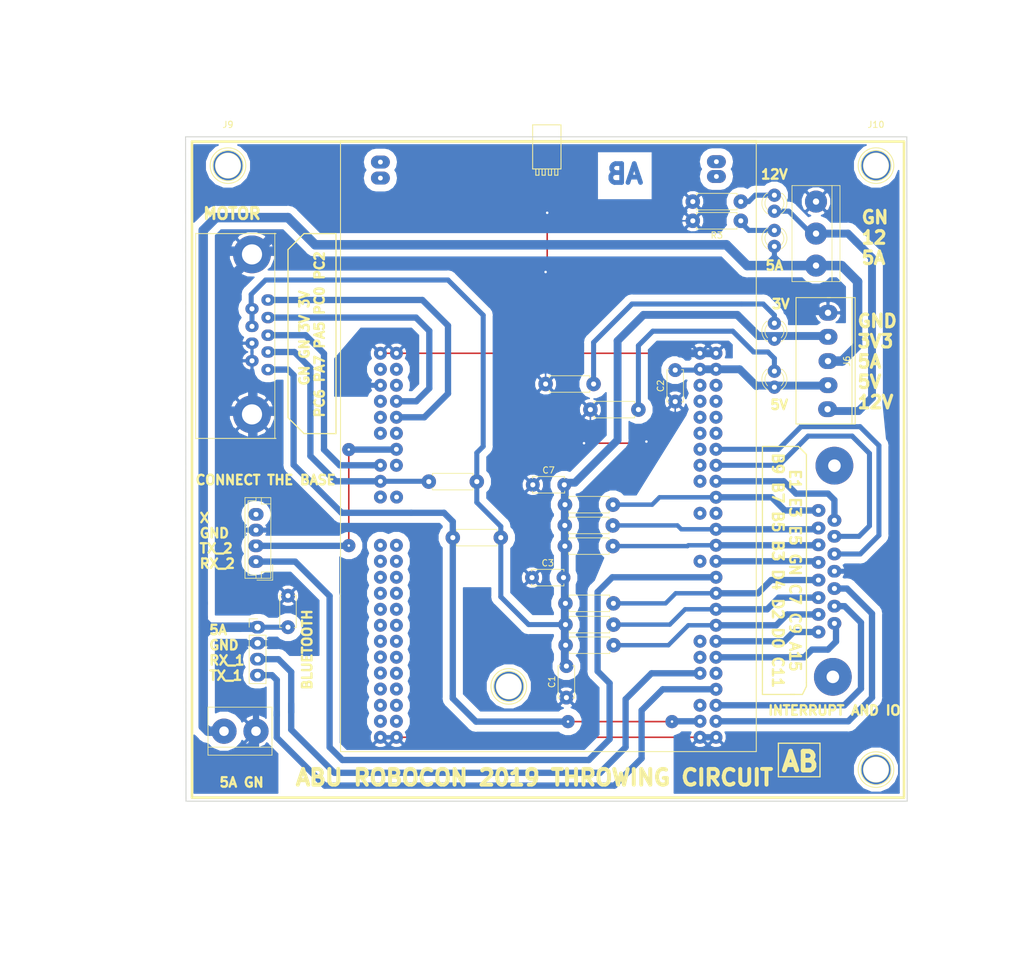
<source format=kicad_pcb>
(kicad_pcb (version 20171130) (host pcbnew "(5.0.2)-1")

  (general
    (thickness 1.6)
    (drawings 46)
    (tracks 321)
    (zones 0)
    (modules 33)
    (nets 33)
  )

  (page A4)
  (layers
    (0 F.Cu signal)
    (31 B.Cu signal)
    (32 B.Adhes user)
    (33 F.Adhes user)
    (34 B.Paste user)
    (35 F.Paste user)
    (36 B.SilkS user hide)
    (37 F.SilkS user)
    (38 B.Mask user)
    (39 F.Mask user)
    (40 Dwgs.User user)
    (41 Cmts.User user)
    (42 Eco1.User user)
    (43 Eco2.User user)
    (44 Edge.Cuts user)
    (45 Margin user)
    (46 B.CrtYd user)
    (47 F.CrtYd user)
    (48 B.Fab user)
    (49 F.Fab user)
  )

  (setup
    (last_trace_width 0.8)
    (user_trace_width 0.7)
    (user_trace_width 0.8)
    (user_trace_width 1)
    (user_trace_width 1.25)
    (user_trace_width 1.5)
    (trace_clearance 0.7)
    (zone_clearance 1.1)
    (zone_45_only no)
    (trace_min 0.2)
    (segment_width 0.2)
    (edge_width 0.15)
    (via_size 2.1)
    (via_drill 0.4)
    (via_min_size 0.4)
    (via_min_drill 0.3)
    (uvia_size 0.3)
    (uvia_drill 0.1)
    (uvias_allowed no)
    (uvia_min_size 0.2)
    (uvia_min_drill 0.1)
    (pcb_text_width 0.3)
    (pcb_text_size 1.5 1.5)
    (mod_edge_width 0.15)
    (mod_text_size 1 1)
    (mod_text_width 0.15)
    (pad_size 1.8 2.1)
    (pad_drill 0.8)
    (pad_to_mask_clearance 0.051)
    (solder_mask_min_width 0.25)
    (aux_axis_origin 0 0)
    (visible_elements 7FFFFFFF)
    (pcbplotparams
      (layerselection 0x010fc_ffffffff)
      (usegerberextensions false)
      (usegerberattributes false)
      (usegerberadvancedattributes false)
      (creategerberjobfile false)
      (excludeedgelayer true)
      (linewidth 0.100000)
      (plotframeref false)
      (viasonmask false)
      (mode 1)
      (useauxorigin false)
      (hpglpennumber 1)
      (hpglpenspeed 20)
      (hpglpendiameter 15.000000)
      (psnegative false)
      (psa4output false)
      (plotreference true)
      (plotvalue true)
      (plotinvisibletext false)
      (padsonsilk false)
      (subtractmaskfromsilk false)
      (outputformat 1)
      (mirror false)
      (drillshape 1)
      (scaleselection 1)
      (outputdirectory ""))
  )

  (net 0 "")
  (net 1 GND)
  (net 2 +5V)
  (net 3 /TIM2_CH1)
  (net 4 /M2_CH2)
  (net 5 /M2_CH1)
  (net 6 /IN_7)
  (net 7 /IN_6)
  (net 8 /IN_5)
  (net 9 /IN_4)
  (net 10 /IN_3)
  (net 11 /IN_2)
  (net 12 /IN_1)
  (net 13 /GPIO_3)
  (net 14 /GPIO_2)
  (net 15 /GPIO_1)
  (net 16 /GPIO_7)
  (net 17 /GPIO_6)
  (net 18 /GPIO_5)
  (net 19 /GPIO_4)
  (net 20 /TIM3_CH1)
  (net 21 /TIM3_CH2)
  (net 22 "Net-(D1-Pad1)")
  (net 23 "Net-(D2-Pad1)")
  (net 24 +3V3)
  (net 25 /U1_RX)
  (net 26 /U1_TX)
  (net 27 /U2_TX)
  (net 28 /U2_RX)
  (net 29 +12V)
  (net 30 "Net-(D3-Pad1)")
  (net 31 +5VA)
  (net 32 "Net-(D4-Pad1)")

  (net_class Default "This is the default net class."
    (clearance 0.7)
    (trace_width 0.25)
    (via_dia 2.1)
    (via_drill 0.4)
    (uvia_dia 0.3)
    (uvia_drill 0.1)
    (add_net +12V)
    (add_net +3V3)
    (add_net +5V)
    (add_net +5VA)
    (add_net /GPIO_1)
    (add_net /GPIO_2)
    (add_net /GPIO_3)
    (add_net /GPIO_4)
    (add_net /GPIO_5)
    (add_net /GPIO_6)
    (add_net /GPIO_7)
    (add_net /IN_1)
    (add_net /IN_2)
    (add_net /IN_3)
    (add_net /IN_4)
    (add_net /IN_5)
    (add_net /IN_6)
    (add_net /IN_7)
    (add_net /M2_CH1)
    (add_net /M2_CH2)
    (add_net /TIM2_CH1)
    (add_net /TIM3_CH1)
    (add_net /TIM3_CH2)
    (add_net /U1_RX)
    (add_net /U1_TX)
    (add_net /U2_RX)
    (add_net /U2_TX)
    (add_net GND)
    (add_net "Net-(D1-Pad1)")
    (add_net "Net-(D2-Pad1)")
    (add_net "Net-(D3-Pad1)")
    (add_net "Net-(D4-Pad1)")
  )

  (module modFiles:JST_5_BIG (layer F.Cu) (tedit 5D0F2A27) (tstamp 5D131F68)
    (at 177.165 85.09 270)
    (descr "JST EH series connector, B05B-EH-A, 2.50mm pitch, top entry")
    (tags "connector jst eh top vertical straight")
    (path /5D06D0F3)
    (fp_text reference J6 (at 5 -3 270) (layer F.SilkS)
      (effects (font (size 1 1) (thickness 0.15)))
    )
    (fp_text value Conn_01x05 (at 5 3.5 270) (layer F.Fab)
      (effects (font (size 1 1) (thickness 0.15)))
    )
    (fp_text user %R (at 5 -3 270) (layer F.Fab)
      (effects (font (size 1 1) (thickness 0.15)))
    )
    (fp_line (start -4.9911 0.0889) (end -4.9784 0.0889) (layer B.Adhes) (width 0.15))
    (fp_line (start 1.143 5.0419) (end 1.143 5.0292) (layer B.Adhes) (width 0.15))
    (fp_line (start -5.08 5.08) (end -5.08 -0.381) (layer F.SilkS) (width 0.15))
    (fp_line (start 14.986 5.08) (end -5.08 5.08) (layer F.SilkS) (width 0.15))
    (fp_line (start 14.986 -4.318) (end 14.986 5.08) (layer F.SilkS) (width 0.15))
    (fp_line (start -5.08 -4.318) (end 14.986 -4.318) (layer F.SilkS) (width 0.15))
    (fp_line (start -5.08 0.127) (end -5.08 -4.318) (layer F.SilkS) (width 0.15))
    (fp_line (start -5.08 -3.81) (end 14.605 -3.81) (layer F.SilkS) (width 0.15))
    (fp_line (start 15 -3.8) (end 14.2 -3.8) (layer F.SilkS) (width 0.15))
    (pad 1 thru_hole oval (at -2.667 0 270) (size 2.5 3) (drill 1) (layers *.Cu *.Mask)
      (net 1 GND))
    (pad 3 thru_hole oval (at 1.143 0 270) (size 2.5 3) (drill 1) (layers *.Cu *.Mask)
      (net 24 +3V3))
    (pad 2 thru_hole oval (at 5 0 270) (size 2.5 3) (drill 1) (layers *.Cu *.Mask)
      (net 31 +5VA))
    (pad 4 thru_hole oval (at 8.8265 0 270) (size 2.5 3) (drill 1) (layers *.Cu *.Mask)
      (net 2 +5V))
    (pad 5 thru_hole oval (at 12.6365 0.0635 270) (size 2.5 3) (drill 1) (layers *.Cu *.Mask)
      (net 29 +12V))
    (model Connectors_JST.3dshapes/JST_EH_B05B-EH-A_05x2.50mm_Straight.wrl
      (at (xyz 0 0 0))
      (scale (xyz 1 1 1))
      (rotate (xyz 0 0 0))
    )
  )

  (module modFiles:Connector_DB_9 (layer F.Cu) (tedit 5D0E7BDD) (tstamp 5C82DABB)
    (at 88.265 91.44 90)
    (descr "Connecteur DB9 femelle couche")
    (tags "CONN DB9")
    (path /5C792B9A)
    (fp_text reference J3 (at 5.46 2.28 90) (layer F.SilkS) hide
      (effects (font (size 1 1) (thickness 0.15)))
    )
    (fp_text value DB9_Female (at 6.73 -5.08 90) (layer F.Fab)
      (effects (font (size 1 1) (thickness 0.15)))
    )
    (fp_line (start 22.09 1.27) (end -10.92 1.27) (layer F.CrtYd) (width 0.05))
    (fp_line (start -2.284 -20.066) (end 12.956 -20.066) (layer F.Fab) (width 0.1))
    (fp_line (start 14.476 -3.806) (end 14.476 -11.426) (layer F.Fab) (width 0.1))
    (fp_line (start -3.814 -3.806) (end 14.476 -3.806) (layer F.Fab) (width 0.1))
    (fp_line (start -3.814 -11.426) (end -3.814 -3.806) (layer F.Fab) (width 0.1))
    (fp_line (start 21.586 -11.426) (end -10.924 -11.426) (layer F.Fab) (width 0.1))
    (fp_line (start -10.924 1.02) (end 21.586 1.02) (layer F.Fab) (width 0.1))
    (fp_line (start 21.656 -11.486) (end -10.994 -11.486) (layer F.SilkS) (width 0.12))
    (fp_line (start -10.944 1.08) (end 21.656 1.08) (layer F.SilkS) (width 0.12))
    (fp_line (start 21.59 -11.303) (end 21.59 -13.208) (layer F.Fab) (width 0.1))
    (fp_line (start 21.59 -13.208) (end -10.922 -13.208) (layer F.Fab) (width 0.1))
    (fp_line (start -10.922 -13.208) (end -10.922 -11.303) (layer F.Fab) (width 0.1))
    (fp_line (start -2.286 -20.066) (end -2.286 -13.208) (layer F.Fab) (width 0.1))
    (fp_line (start 12.954 -20.066) (end 12.954 -13.208) (layer F.Fab) (width 0.1))
    (fp_line (start 21.59 1.016) (end 21.59 1.27) (layer F.SilkS) (width 0.15))
    (fp_line (start 21.59 -11.43) (end 21.59 1.016) (layer F.SilkS) (width 0.15))
    (fp_line (start -10.922 -11.43) (end -10.922 1.27) (layer F.SilkS) (width 0.15))
    (fp_line (start 21.59 -11.43) (end 21.59 1.016) (layer F.Fab) (width 0.15))
    (fp_line (start -10.922 -11.43) (end -10.922 1.016) (layer F.Fab) (width 0.15))
    (pad 9 thru_hole oval (at 9.65 -2.54 90) (size 1.8 2.1) (drill 0.8) (layers *.Cu *.Mask)
      (net 24 +3V3))
    (pad 8 thru_hole oval (at 6.86 -2.54 90) (size 1.8 2.1) (drill 0.8) (layers *.Cu *.Mask)
      (net 24 +3V3))
    (pad 7 thru_hole oval (at 4.19 -2.54 90) (size 1.8 2.1) (drill 0.8) (layers *.Cu *.Mask)
      (net 1 GND))
    (pad 6 thru_hole oval (at 1.4 -2.54 90) (size 1.8 2.1) (drill 0.8) (layers *.Cu *.Mask)
      (net 1 GND))
    (pad 5 thru_hole oval (at 11.05 0 90) (size 1.8 2.1) (drill 0.8) (layers *.Cu *.Mask)
      (net 5 /M2_CH1))
    (pad 4 thru_hole oval (at 8.26 0 90) (size 1.8 2.1) (drill 0.8) (layers *.Cu *.Mask)
      (net 4 /M2_CH2))
    (pad 3 thru_hole oval (at 5.46 0 90) (size 1.8 2.1) (drill 0.8) (layers *.Cu *.Mask)
      (net 3 /TIM2_CH1))
    (pad 2 thru_hole oval (at 2.79 0 90) (size 1.8 2.1) (drill 0.8) (layers *.Cu *.Mask)
      (net 21 /TIM3_CH2))
    (pad 1 thru_hole oval (at 0 0 90) (size 1.8 2.1) (drill 0.8) (layers *.Cu *.Mask)
      (net 20 /TIM3_CH1))
    (pad 6 thru_hole circle (at -7.11 -2.54 90) (size 6 6) (drill 3.2) (layers *.Cu *.Mask)
      (net 1 GND))
    (pad 6 thru_hole circle (at 18.29 -2.54 90) (size 6 6) (drill 3.2) (layers *.Cu *.Mask)
      (net 1 GND))
    (model _3D/Used/db_9f.wrl
      (offset (xyz 5.5371999168396 8.381999874114991 0))
      (scale (xyz 1 1 1))
      (rotate (xyz 0 0 180))
    )
  )

  (module modFiles:STM32F407_Discovery (layer F.Cu) (tedit 5D0B2D5A) (tstamp 5C82DD9A)
    (at 132.7785 103.5812)
    (path /5C7929D4)
    (fp_text reference U1 (at 4.572 -49.53) (layer F.SilkS) hide
      (effects (font (size 1 1) (thickness 0.15)))
    )
    (fp_text value STM32F407_Discovery (at 24.0665 -49.784) (layer F.SilkS) hide
      (effects (font (size 1 1) (thickness 0.15)))
    )
    (fp_line (start 1 -44) (end 1 -43) (layer F.SilkS) (width 0.15))
    (fp_line (start 1 -43) (end 1.5 -43) (layer F.SilkS) (width 0.15))
    (fp_line (start 1.5 -43) (end 1.5 -44) (layer F.SilkS) (width 0.15))
    (fp_line (start 0 -44) (end 0 -43) (layer F.SilkS) (width 0.15))
    (fp_line (start 0 -43) (end 0.5 -43) (layer F.SilkS) (width 0.15))
    (fp_line (start 0.5 -43) (end 0.5 -44) (layer F.SilkS) (width 0.15))
    (fp_line (start -1 -44) (end -1 -43) (layer F.SilkS) (width 0.15))
    (fp_line (start -1 -43) (end -0.5 -43) (layer F.SilkS) (width 0.15))
    (fp_line (start -0.5 -43) (end -0.5 -44) (layer F.SilkS) (width 0.15))
    (fp_line (start -2 -44) (end -2 -43) (layer F.SilkS) (width 0.15))
    (fp_line (start -2 -43) (end -1.5 -43) (layer F.SilkS) (width 0.15))
    (fp_line (start -1.5 -43) (end -1.5 -44) (layer F.SilkS) (width 0.15))
    (fp_line (start -2.5 -48.5) (end -2.5 -51) (layer F.SilkS) (width 0.15))
    (fp_line (start -2.5 -51) (end 2 -51) (layer F.SilkS) (width 0.15))
    (fp_line (start 2 -51) (end 2 -45.5) (layer F.SilkS) (width 0.15))
    (fp_line (start 2 -45.5) (end 2 -44) (layer F.SilkS) (width 0.15))
    (fp_line (start 2 -44) (end -2.5 -44) (layer F.SilkS) (width 0.15))
    (fp_line (start -2.5 -44) (end -2.5 -48.5) (layer F.SilkS) (width 0.15))
    (fp_line (start -33 48.5) (end 33 48.5) (layer F.SilkS) (width 0.15))
    (fp_line (start 33 48.5) (end 33 -48.5) (layer F.SilkS) (width 0.15))
    (fp_line (start 33 -48.5) (end -33 -48.5) (layer F.SilkS) (width 0.15))
    (fp_line (start -33 -48.5) (end -33 48.5) (layer F.SilkS) (width 0.15))
    (pad 1 thru_hole circle (at -26.67 -14.732) (size 2.05 2.05) (drill 0.762) (layers *.Cu *.Mask)
      (net 1 GND))
    (pad 2 thru_hole circle (at -24.13 -14.732) (size 2.05 2.05) (drill 0.762) (layers *.Cu *.Mask)
      (net 1 GND))
    (pad 4 thru_hole circle (at -24.13 -12.192) (size 2.05 2.05) (drill 0.762) (layers *.Cu *.Mask))
    (pad 3 thru_hole circle (at -26.67 -12.192) (size 2.05 2.05) (drill 0.762) (layers *.Cu *.Mask))
    (pad 7 thru_hole circle (at -26.67 -7.112) (size 2.05 2.05) (drill 0.762) (layers *.Cu *.Mask))
    (pad 8 thru_hole circle (at -24.13 -7.112) (size 2.05 2.05) (drill 0.762) (layers *.Cu *.Mask)
      (net 4 /M2_CH2))
    (pad 6 thru_hole circle (at -24.13 -9.652) (size 2.05 2.05) (drill 0.762) (layers *.Cu *.Mask))
    (pad 5 thru_hole circle (at -26.67 -9.652) (size 2.05 2.05) (drill 0.762) (layers *.Cu *.Mask)
      (net 1 GND))
    (pad 14 thru_hole circle (at -24.13 0.508) (size 2.05 2.05) (drill 0.762) (layers *.Cu *.Mask)
      (net 27 /U2_TX))
    (pad 16 thru_hole circle (at -24.13 3.048) (size 2.05 2.05) (drill 0.762) (layers *.Cu *.Mask))
    (pad 15 thru_hole circle (at -26.67 3.048) (size 2.05 2.05) (drill 0.762) (layers *.Cu *.Mask)
      (net 3 /TIM2_CH1))
    (pad 11 thru_hole circle (at -26.67 -2.032) (size 2.05 2.05) (drill 0.762) (layers *.Cu *.Mask))
    (pad 12 thru_hole circle (at -24.13 -2.032) (size 2.05 2.05) (drill 0.762) (layers *.Cu *.Mask))
    (pad 10 thru_hole circle (at -24.13 -4.572) (size 2.05 2.05) (drill 0.762) (layers *.Cu *.Mask)
      (net 5 /M2_CH1))
    (pad 9 thru_hole circle (at -26.67 -4.572) (size 2.05 2.05) (drill 0.762) (layers *.Cu *.Mask))
    (pad 25 thru_hole circle (at -26.67 15.748) (size 2.05 2.05) (drill 0.762) (layers *.Cu *.Mask))
    (pad 26 thru_hole circle (at -24.13 15.748) (size 2.05 2.05) (drill 0.762) (layers *.Cu *.Mask))
    (pad 27 thru_hole circle (at -26.67 18.288) (size 2.05 2.05) (drill 0.762) (layers *.Cu *.Mask))
    (pad 31 thru_hole circle (at -26.67 23.368) (size 2.05 2.05) (drill 0.762) (layers *.Cu *.Mask))
    (pad 32 thru_hole circle (at -24.13 23.368) (size 2.05 2.05) (drill 0.762) (layers *.Cu *.Mask))
    (pad 29 thru_hole circle (at -26.67 20.828) (size 2.05 2.05) (drill 0.762) (layers *.Cu *.Mask))
    (pad 20 thru_hole circle (at -24.1 8.1) (size 2.05 2.05) (drill 0.762) (layers *.Cu *.Mask))
    (pad 17 thru_hole circle (at -26.67 5.588) (size 2.05 2.05) (drill 0.762) (layers *.Cu *.Mask)
      (net 21 /TIM3_CH2))
    (pad 35 thru_hole circle (at -26.67 28.448) (size 2.05 2.05) (drill 0.762) (layers *.Cu *.Mask))
    (pad 36 thru_hole circle (at -24.13 28.448) (size 2.05 2.05) (drill 0.762) (layers *.Cu *.Mask))
    (pad 37 thru_hole circle (at -26.67 30.988) (size 2.05 2.05) (drill 0.762) (layers *.Cu *.Mask))
    (pad 47 thru_hole circle (at -26.67 43.688) (size 2.05 2.05) (drill 0.762) (layers *.Cu *.Mask))
    (pad 48 thru_hole circle (at -24.13 43.688) (size 2.05 2.05) (drill 0.762) (layers *.Cu *.Mask))
    (pad 50 thru_hole circle (at -24.13 46.228) (size 2.05 2.05) (drill 0.762) (layers *.Cu *.Mask)
      (net 1 GND))
    (pad 49 thru_hole circle (at -26.67 46.228) (size 2.05 2.05) (drill 0.762) (layers *.Cu *.Mask)
      (net 1 GND))
    (pad 45 thru_hole circle (at -26.67 41.148) (size 2.05 2.05) (drill 0.762) (layers *.Cu *.Mask))
    (pad 46 thru_hole circle (at -24.13 41.148) (size 2.05 2.05) (drill 0.762) (layers *.Cu *.Mask))
    (pad 34 thru_hole circle (at -24.13 25.908) (size 2.05 2.05) (drill 0.762) (layers *.Cu *.Mask))
    (pad 84 thru_hole circle (at 26.6065 25.908) (size 2.05 2.05) (drill 0.762) (layers *.Cu *.Mask)
      (net 11 /IN_2))
    (pad 94 thru_hole circle (at 26.6065 38.608) (size 2.05 2.05) (drill 0.762) (layers *.Cu *.Mask)
      (net 26 /U1_TX))
    (pad 96 thru_hole circle (at 26.6065 41.148) (size 2.05 2.05) (drill 0.762) (layers *.Cu *.Mask)
      (net 17 /GPIO_6))
    (pad 95 thru_hole circle (at 24.0665 41.148) (size 2.05 2.05) (drill 0.762) (layers *.Cu *.Mask))
    (pad 99 thru_hole circle (at 24.0665 46.228) (size 2.05 2.05) (drill 0.762) (layers *.Cu *.Mask)
      (net 1 GND))
    (pad 100 thru_hole circle (at 26.6065 46.228) (size 2.05 2.05) (drill 0.762) (layers *.Cu *.Mask)
      (net 1 GND))
    (pad 98 thru_hole circle (at 26.6065 43.688) (size 2.05 2.05) (drill 0.762) (layers *.Cu *.Mask)
      (net 16 /GPIO_7))
    (pad 97 thru_hole circle (at 24.0665 43.688) (size 2.05 2.05) (drill 0.762) (layers *.Cu *.Mask)
      (net 20 /TIM3_CH1))
    (pad 89 thru_hole circle (at 24.0665 33.528) (size 2.05 2.05) (drill 0.762) (layers *.Cu *.Mask))
    (pad 90 thru_hole circle (at 26.6065 33.528) (size 2.05 2.05) (drill 0.762) (layers *.Cu *.Mask)
      (net 18 /GPIO_5))
    (pad 92 thru_hole circle (at 26.6065 36.068) (size 2.05 2.05) (drill 0.762) (layers *.Cu *.Mask))
    (pad 91 thru_hole circle (at 24.0665 36.068) (size 2.05 2.05) (drill 0.762) (layers *.Cu *.Mask)
      (net 25 /U1_RX))
    (pad 87 thru_hole circle (at 24.0665 30.988) (size 2.05 2.05) (drill 0.762) (layers *.Cu *.Mask))
    (pad 88 thru_hole circle (at 26.6065 30.988) (size 2.05 2.05) (drill 0.762) (layers *.Cu *.Mask)
      (net 19 /GPIO_4))
    (pad 86 thru_hole circle (at 26.6065 28.448) (size 2.05 2.05) (drill 0.762) (layers *.Cu *.Mask)
      (net 12 /IN_1))
    (pad 67 thru_hole circle (at 24.0665 5.588) (size 2.05 2.05) (drill 0.762) (layers *.Cu *.Mask))
    (pad 68 thru_hole circle (at 26.6065 5.588) (size 2.05 2.05) (drill 0.762) (layers *.Cu *.Mask)
      (net 13 /GPIO_3))
    (pad 70 thru_hole circle (at 26.6065 8.128) (size 2.05 2.05) (drill 0.762) (layers *.Cu *.Mask)
      (net 6 /IN_7))
    (pad 74 thru_hole circle (at 26.6065 13.208) (size 2.05 2.05) (drill 0.762) (layers *.Cu *.Mask)
      (net 7 /IN_6))
    (pad 72 thru_hole circle (at 26.6065 10.668) (size 2.05 2.05) (drill 0.762) (layers *.Cu *.Mask))
    (pad 71 thru_hole circle (at 24.0665 10.668) (size 2.05 2.05) (drill 0.762) (layers *.Cu *.Mask))
    (pad 80 thru_hole circle (at 26.6065 20.828) (size 2.05 2.05) (drill 0.762) (layers *.Cu *.Mask)
      (net 28 /U2_RX))
    (pad 82 thru_hole circle (at 26.6065 23.368) (size 2.05 2.05) (drill 0.762) (layers *.Cu *.Mask)
      (net 10 /IN_3))
    (pad 77 thru_hole circle (at 24.0665 18.288) (size 2.05 2.05) (drill 0.762) (layers *.Cu *.Mask))
    (pad 78 thru_hole circle (at 26.6065 18.288) (size 2.05 2.05) (drill 0.762) (layers *.Cu *.Mask)
      (net 9 /IN_4))
    (pad 76 thru_hole circle (at 26.6065 15.748) (size 2.05 2.05) (drill 0.762) (layers *.Cu *.Mask)
      (net 8 /IN_5))
    (pad 59 thru_hole circle (at 24.0665 -4.572) (size 2.05 2.05) (drill 0.762) (layers *.Cu *.Mask))
    (pad 60 thru_hole circle (at 26.6065 -4.572) (size 2.05 2.05) (drill 0.762) (layers *.Cu *.Mask))
    (pad 62 thru_hole circle (at 26.6065 -2.032) (size 2.05 2.05) (drill 0.762) (layers *.Cu *.Mask))
    (pad 61 thru_hole circle (at 24.0665 -2.032) (size 2.05 2.05) (drill 0.762) (layers *.Cu *.Mask))
    (pad 65 thru_hole circle (at 24.0665 3.048) (size 2.05 2.05) (drill 0.762) (layers *.Cu *.Mask))
    (pad 66 thru_hole circle (at 26.6065 3.048) (size 2.05 2.05) (drill 0.762) (layers *.Cu *.Mask)
      (net 14 /GPIO_2))
    (pad 64 thru_hole circle (at 26.6065 0.508) (size 2.05 2.05) (drill 0.762) (layers *.Cu *.Mask)
      (net 15 /GPIO_1))
    (pad 63 thru_hole circle (at 24.0665 0.508) (size 2.05 2.05) (drill 0.762) (layers *.Cu *.Mask))
    (pad 55 thru_hole circle (at 24.0665 -9.652) (size 2.05 2.05) (drill 0.762) (layers *.Cu *.Mask))
    (pad 56 thru_hole circle (at 26.6065 -9.652) (size 2.05 2.05) (drill 0.762) (layers *.Cu *.Mask))
    (pad 58 thru_hole circle (at 26.6065 -7.112) (size 2.05 2.05) (drill 0.762) (layers *.Cu *.Mask))
    (pad 57 thru_hole circle (at 24.0665 -7.112) (size 2.05 2.05) (drill 0.762) (layers *.Cu *.Mask))
    (pad 53 thru_hole circle (at 24.0665 -12.192) (size 2.05 2.05) (drill 0.762) (layers *.Cu *.Mask)
      (net 2 +5V))
    (pad 54 thru_hole circle (at 26.6065 -12.192) (size 2.05 2.05) (drill 0.762) (layers *.Cu *.Mask)
      (net 2 +5V))
    (pad 52 thru_hole circle (at 26.6065 -14.732) (size 2.05 2.05) (drill 0.762) (layers *.Cu *.Mask)
      (net 1 GND))
    (pad 51 thru_hole circle (at 24.0665 -14.732) (size 2.05 2.05) (drill 0.762) (layers *.Cu *.Mask)
      (net 1 GND))
    (pad c thru_hole oval (at 26.67 -45.1485) (size 3 2.05) (drill 0.762) (layers *.Cu *.Mask))
    (pad d thru_hole oval (at 26.67 -42.799) (size 3 2.05) (drill 0.762) (layers *.Cu *.Mask))
    (pad b thru_hole oval (at -26.67 -42.545) (size 3 2.05) (drill 0.762) (layers *.Cu *.Mask))
    (pad a thru_hole oval (at -26.67 -45.085) (size 3 2.05) (drill 0.762) (layers *.Cu *.Mask))
    (pad 41 thru_hole circle (at -26.67 36.028) (size 2.05 2.05) (drill 0.762) (layers *.Cu *.Mask))
    (pad 42 thru_hole circle (at -24.13 36.068) (size 2.05 2.05) (drill 0.762) (layers *.Cu *.Mask))
    (pad 19 thru_hole circle (at -26.67 8.088) (size 2.05 2.05) (drill 0.762) (layers *.Cu *.Mask))
    (pad 43 thru_hole circle (at -26.67 38.568) (size 2.05 2.05) (drill 0.762) (layers *.Cu *.Mask))
    (pad 44 thru_hole circle (at -24.13 38.568) (size 2.05 2.05) (drill 0.762) (layers *.Cu *.Mask))
    (pad 39 thru_hole circle (at -26.67 33.488) (size 2.05 2.05) (drill 0.762) (layers *.Cu *.Mask))
    (pad 40 thru_hole circle (at -24.13 33.528) (size 2.05 2.05) (drill 0.762) (layers *.Cu *.Mask))
    (pad 38 thru_hole circle (at -24.13 30.988) (size 2.05 2.05) (drill 0.762) (layers *.Cu *.Mask))
    (pad 33 thru_hole circle (at -26.67 25.908) (size 2.05 2.05) (drill 0.762) (layers *.Cu *.Mask))
    (pad 30 thru_hole circle (at -24.13 20.828) (size 2.05 2.05) (drill 0.762) (layers *.Cu *.Mask))
    (pad 28 thru_hole circle (at -24.13 18.288) (size 2.05 2.05) (drill 0.762) (layers *.Cu *.Mask))
    (model Pin_Headers.3dshapes/Pin_Header_Straight_1x02_Pitch2.54mm.wrl
      (offset (xyz -26.66999959945679 45.21199932098389 0))
      (scale (xyz 1 1 1))
      (rotate (xyz 0 0 0))
    )
    (model Pin_Headers.3dshapes/Pin_Header_Straight_1x02_Pitch2.54mm.wrl
      (offset (xyz 26.66999959945679 45.21199932098389 0))
      (scale (xyz 1 1 1))
      (rotate (xyz 0 0 0))
    )
    (model Pin_Headers.3dshapes/Pin_Header_Straight_2x25_Pitch2.54mm.wrl
      (offset (xyz -26.66999959945679 14.73199977874756 0))
      (scale (xyz 1 1 1))
      (rotate (xyz 0 0 0))
    )
    (model Pin_Headers.3dshapes/Pin_Header_Straight_2x25_Pitch2.54mm.wrl
      (offset (xyz 24.12999963760376 14.73199977874756 0))
      (scale (xyz 1 1 1))
      (rotate (xyz 0 0 0))
    )
  )

  (module Pin_Headers:Pin_Header_Straight_1x04_Pitch2.54mm (layer F.Cu) (tedit 5D0B2A40) (tstamp 5D139A55)
    (at 86.614 132.334)
    (descr "Through hole straight pin header, 1x04, 2.54mm pitch, single row")
    (tags "Through hole pin header THT 1x04 2.54mm single row")
    (path /5C8151EA)
    (fp_text reference J1 (at 0 -2.33) (layer F.SilkS) hide
      (effects (font (size 1 1) (thickness 0.15)))
    )
    (fp_text value Conn_01x04 (at 0 9.95) (layer F.Fab)
      (effects (font (size 1 1) (thickness 0.15)))
    )
    (fp_line (start -0.635 -1.27) (end 1.27 -1.27) (layer F.Fab) (width 0.1))
    (fp_line (start 1.27 -1.27) (end 1.27 8.89) (layer F.Fab) (width 0.1))
    (fp_line (start 1.27 8.89) (end -1.27 8.89) (layer F.Fab) (width 0.1))
    (fp_line (start -1.27 8.89) (end -1.27 -0.635) (layer F.Fab) (width 0.1))
    (fp_line (start -1.27 -0.635) (end -0.635 -1.27) (layer F.Fab) (width 0.1))
    (fp_line (start -1.33 8.95) (end 1.33 8.95) (layer F.SilkS) (width 0.12))
    (fp_line (start -1.33 1.27) (end -1.33 8.95) (layer F.SilkS) (width 0.12))
    (fp_line (start 1.33 1.27) (end 1.33 8.95) (layer F.SilkS) (width 0.12))
    (fp_line (start -1.33 1.27) (end 1.33 1.27) (layer F.SilkS) (width 0.12))
    (fp_line (start -1.33 0) (end -1.33 -1.33) (layer F.SilkS) (width 0.12))
    (fp_line (start -1.33 -1.33) (end 0 -1.33) (layer F.SilkS) (width 0.12))
    (fp_line (start -1.8 -1.8) (end -1.8 9.4) (layer F.CrtYd) (width 0.05))
    (fp_line (start -1.8 9.4) (end 1.8 9.4) (layer F.CrtYd) (width 0.05))
    (fp_line (start 1.8 9.4) (end 1.8 -1.8) (layer F.CrtYd) (width 0.05))
    (fp_line (start 1.8 -1.8) (end -1.8 -1.8) (layer F.CrtYd) (width 0.05))
    (fp_text user %R (at 0 3.81 90) (layer F.Fab)
      (effects (font (size 1 1) (thickness 0.15)))
    )
    (pad 1 thru_hole oval (at 0 0) (size 2.4 2) (drill 1) (layers *.Cu *.Mask)
      (net 31 +5VA))
    (pad 2 thru_hole oval (at 0 2.54) (size 2.4 2) (drill 1) (layers *.Cu *.Mask)
      (net 1 GND))
    (pad 3 thru_hole oval (at 0 5.08) (size 2.4 2) (drill 1) (layers *.Cu *.Mask)
      (net 25 /U1_RX))
    (pad 4 thru_hole oval (at 0 7.62) (size 2.4 2) (drill 1) (layers *.Cu *.Mask)
      (net 26 /U1_TX))
    (model ${KISYS3DMOD}/Pin_Headers.3dshapes/Pin_Header_Straight_1x04_Pitch2.54mm.wrl
      (at (xyz 0 0 0))
      (scale (xyz 1 1 1))
      (rotate (xyz 0 0 0))
    )
  )

  (module modFiles:Connector_Bornier_3 (layer F.Cu) (tedit 5D0B2DB2) (tstamp 5D1368D2)
    (at 175.26 74.93 90)
    (descr "Bornier d'alimentation 3 pins")
    (tags DEV)
    (path /5D0B0386)
    (fp_text reference J7 (at 5.05 -4.65 90) (layer F.SilkS) hide
      (effects (font (size 1 1) (thickness 0.15)))
    )
    (fp_text value Conn_01x03 (at 5.08 5.08 90) (layer F.Fab)
      (effects (font (size 1 1) (thickness 0.15)))
    )
    (fp_line (start -2.47 2.55) (end 12.63 2.55) (layer F.Fab) (width 0.1))
    (fp_line (start -2.47 -3.75) (end 12.63 -3.75) (layer F.Fab) (width 0.1))
    (fp_line (start 12.63 -3.75) (end 12.63 3.75) (layer F.Fab) (width 0.1))
    (fp_line (start 12.63 3.75) (end -2.47 3.75) (layer F.Fab) (width 0.1))
    (fp_line (start -2.47 3.75) (end -2.47 -3.75) (layer F.Fab) (width 0.1))
    (fp_line (start -2.54 3.81) (end -2.54 -3.81) (layer F.SilkS) (width 0.12))
    (fp_line (start 12.7 3.81) (end 12.7 -3.81) (layer F.SilkS) (width 0.12))
    (fp_line (start -2.54 2.54) (end 12.7 2.54) (layer F.SilkS) (width 0.12))
    (fp_line (start -2.54 -3.81) (end 12.7 -3.81) (layer F.SilkS) (width 0.12))
    (fp_line (start -2.54 3.81) (end 12.7 3.81) (layer F.SilkS) (width 0.12))
    (fp_line (start -2.72 -4) (end 12.88 -4) (layer F.CrtYd) (width 0.05))
    (fp_line (start -2.72 -4) (end -2.72 4) (layer F.CrtYd) (width 0.05))
    (fp_line (start 12.88 4) (end 12.88 -4) (layer F.CrtYd) (width 0.05))
    (fp_line (start 12.88 4) (end -2.72 4) (layer F.CrtYd) (width 0.05))
    (pad 2 thru_hole circle (at 0 0 90) (size 3.5 3.5) (drill 1) (layers *.Cu *.Mask)
      (net 31 +5VA))
    (pad 1 thru_hole circle (at 5.08 0 90) (size 3.5 3.5) (drill 1) (layers *.Cu *.Mask)
      (net 29 +12V))
    (pad 3 thru_hole circle (at 10.16 0 90) (size 3.5 3.5) (drill 1) (layers *.Cu *.Mask)
      (net 1 GND))
    (model _3D/Used/bornier3.wrl
      (offset (xyz 5.079999923706055 0 0))
      (scale (xyz 1 1 1))
      (rotate (xyz 0 0 0))
    )
  )

  (module modFiles:LED_D3.0mm (layer F.Cu) (tedit 5C7E0D2F) (tstamp 5C82DA0C)
    (at 168.656 91.694 270)
    (descr "LED, diameter 3.0mm, 2 pins")
    (tags "LED diameter 3.0mm 2 pins")
    (path /5C792A89)
    (fp_text reference D1 (at 1.27 -2.96 270) (layer F.SilkS) hide
      (effects (font (size 1 1) (thickness 0.15)))
    )
    (fp_text value LED (at 1.27 2.96 270) (layer F.Fab)
      (effects (font (size 1 1) (thickness 0.15)))
    )
    (fp_arc (start 1.27 0) (end -0.23 -1.16619) (angle 284.3) (layer F.Fab) (width 0.1))
    (fp_arc (start 1.27 0) (end -0.29 -1.235516) (angle 108.8) (layer F.SilkS) (width 0.12))
    (fp_arc (start 1.27 0) (end -0.29 1.235516) (angle -108.8) (layer F.SilkS) (width 0.12))
    (fp_arc (start 1.27 0) (end 0.229039 -1.08) (angle 87.9) (layer F.SilkS) (width 0.12))
    (fp_arc (start 1.27 0) (end 0.229039 1.08) (angle -87.9) (layer F.SilkS) (width 0.12))
    (fp_circle (center 1.27 0) (end 2.77 0) (layer F.Fab) (width 0.1))
    (fp_line (start -0.23 -1.16619) (end -0.23 1.16619) (layer F.Fab) (width 0.1))
    (fp_line (start -0.29 -1.236) (end -0.29 -1.08) (layer F.SilkS) (width 0.12))
    (fp_line (start -0.29 1.08) (end -0.29 1.236) (layer F.SilkS) (width 0.12))
    (fp_line (start -1.15 -2.25) (end -1.15 2.25) (layer F.CrtYd) (width 0.05))
    (fp_line (start -1.15 2.25) (end 3.7 2.25) (layer F.CrtYd) (width 0.05))
    (fp_line (start 3.7 2.25) (end 3.7 -2.25) (layer F.CrtYd) (width 0.05))
    (fp_line (start 3.7 -2.25) (end -1.15 -2.25) (layer F.CrtYd) (width 0.05))
    (pad 1 thru_hole circle (at 0 0 270) (size 2.1 2.1) (drill 0.8) (layers *.Cu *.Mask)
      (net 22 "Net-(D1-Pad1)"))
    (pad 2 thru_hole circle (at 2.54 0 270) (size 2.1 2.1) (drill 0.8) (layers *.Cu *.Mask)
      (net 2 +5V))
    (model _3D/Used/led_3mm_red.wrl
      (offset (xyz 1.269999980926514 0 0))
      (scale (xyz 1 1 1))
      (rotate (xyz 0 0 90))
    )
  )

  (module modFiles:Connector_DB15 (layer F.Cu) (tedit 5C7E0DDA) (tstamp 5C82DAE7)
    (at 175.645 113.8 270)
    (descr "Connecteur DB15 femelle couche")
    (tags "CONN DB15")
    (path /5C7A7129)
    (fp_text reference J4 (at 9.65 -16.51 270) (layer F.SilkS) hide
      (effects (font (size 1 1) (thickness 0.15)))
    )
    (fp_text value DB15_Female (at 9.65 -7.62 270) (layer F.Fab)
      (effects (font (size 1 1) (thickness 0.15)))
    )
    (fp_line (start 29.46 -12.7) (end -10.16 -12.7) (layer F.Fab) (width 0.1))
    (fp_line (start 29.46 -13.97) (end -10.16 -13.97) (layer F.Fab) (width 0.1))
    (fp_line (start 23.11 -9.53) (end -3.81 -9.53) (layer F.Fab) (width 0.1))
    (fp_line (start -3.81 -19.68) (end 23.11 -19.68) (layer F.Fab) (width 0.1))
    (fp_line (start 23.11 -13.97) (end 23.11 -19.68) (layer F.Fab) (width 0.1))
    (fp_line (start 23.11 -9.53) (end 23.11 -12.7) (layer F.Fab) (width 0.1))
    (fp_line (start 23.75 -7.62) (end 23.75 -12.7) (layer F.Fab) (width 0.1))
    (fp_line (start 22.1 -7.62) (end 29.46 -7.62) (layer F.Fab) (width 0.1))
    (fp_line (start 22.1 1.27) (end 22.1 -7.62) (layer F.Fab) (width 0.1))
    (fp_line (start 29.46 1.27) (end 22.1 1.27) (layer F.Fab) (width 0.1))
    (fp_line (start 29.46 1.27) (end 29.46 -13.97) (layer F.Fab) (width 0.1))
    (fp_line (start -4.45 -12.7) (end -4.45 -7.62) (layer F.Fab) (width 0.1))
    (fp_line (start -2.54 -7.62) (end -2.54 1.27) (layer F.Fab) (width 0.1))
    (fp_line (start -10.16 1.27) (end -10.16 -12.7) (layer F.Fab) (width 0.1))
    (fp_line (start -10.16 -7.62) (end -2.54 -7.62) (layer F.Fab) (width 0.1))
    (fp_line (start -3.81 -9.53) (end -3.81 -12.7) (layer F.Fab) (width 0.1))
    (fp_line (start -3.81 -19.68) (end -3.81 -13.97) (layer F.Fab) (width 0.1))
    (fp_line (start -10.16 -13.97) (end -10.16 -12.7) (layer F.Fab) (width 0.1))
    (fp_line (start -10.16 1.27) (end -2.54 1.27) (layer F.Fab) (width 0.1))
    (fp_line (start -10.41 -19.93) (end 29.71 -19.93) (layer F.CrtYd) (width 0.05))
    (fp_line (start -10.41 -19.93) (end -10.41 1.52) (layer F.CrtYd) (width 0.05))
    (fp_line (start 29.71 1.52) (end 29.71 -19.93) (layer F.CrtYd) (width 0.05))
    (fp_line (start 29.71 1.52) (end -10.41 1.52) (layer F.CrtYd) (width 0.05))
    (pad 0 thru_hole oval (at 26.42 -2.29 270) (size 6 6) (drill 2) (layers *.Cu *.Mask))
    (pad 0 thru_hole oval (at -7.11 -2.54 270) (size 6 6) (drill 2) (layers *.Cu *.Mask))
    (pad 1 thru_hole oval (at 0 0 270) (size 2 2.2) (drill 0.8) (layers *.Cu *.Mask)
      (net 6 /IN_7))
    (pad 2 thru_hole oval (at 2.79 0 270) (size 2 2.2) (drill 0.8) (layers *.Cu *.Mask)
      (net 7 /IN_6))
    (pad 3 thru_hole oval (at 5.46 0 270) (size 2 2.2) (drill 0.8) (layers *.Cu *.Mask)
      (net 8 /IN_5))
    (pad 4 thru_hole oval (at 8.25 0 270) (size 2 2.2) (drill 0.8) (layers *.Cu *.Mask)
      (net 9 /IN_4))
    (pad 5 thru_hole oval (at 11.05 0 270) (size 2 2.2) (drill 0.8) (layers *.Cu *.Mask)
      (net 10 /IN_3))
    (pad 6 thru_hole oval (at 13.84 0 270) (size 2 2.2) (drill 0.8) (layers *.Cu *.Mask)
      (net 11 /IN_2))
    (pad 7 thru_hole oval (at 16.51 0 270) (size 2 2.2) (drill 0.8) (layers *.Cu *.Mask)
      (net 12 /IN_1))
    (pad 8 thru_hole oval (at 19.3 0 270) (size 2 2.2) (drill 0.8) (layers *.Cu *.Mask)
      (net 19 /GPIO_4))
    (pad 9 thru_hole oval (at 1.57 -2.54 270) (size 2 2.2) (drill 0.8) (layers *.Cu *.Mask)
      (net 13 /GPIO_3))
    (pad 10 thru_hole oval (at 4.11 -2.54 270) (size 2 2.2) (drill 0.8) (layers *.Cu *.Mask)
      (net 14 /GPIO_2))
    (pad 11 thru_hole oval (at 6.91 -2.54 270) (size 2 2.2) (drill 0.8) (layers *.Cu *.Mask)
      (net 15 /GPIO_1))
    (pad 12 thru_hole oval (at 9.65 -2.54 270) (size 2 2.2) (drill 0.8) (layers *.Cu *.Mask)
      (net 1 GND))
    (pad 13 thru_hole oval (at 12.4 -2.54 270) (size 2 2.2) (drill 0.8) (layers *.Cu *.Mask)
      (net 16 /GPIO_7))
    (pad 14 thru_hole oval (at 15.19 -2.54 270) (size 2 2.2) (drill 0.8) (layers *.Cu *.Mask)
      (net 17 /GPIO_6))
    (pad 15 thru_hole oval (at 17.93 -2.54 270) (size 2 2.2) (drill 0.8) (layers *.Cu *.Mask)
      (net 18 /GPIO_5))
    (model _3D/Used/db_15f.wrl
      (offset (xyz 9.651999855041504 8.635999870300294 0))
      (scale (xyz 1 1 1))
      (rotate (xyz 0 0 180))
    )
    (model _3D/Used/DB15FC.wrl
      (offset (xyz 9.651999855041504 8.635999870300294 0))
      (scale (xyz 0 0 0))
      (rotate (xyz 0 0 180))
    )
  )

  (module modFiles:Resistor_small (layer F.Cu) (tedit 5C80F1E2) (tstamp 5C82DAFD)
    (at 147.066 97.79 180)
    (descr "Resistor, Axial_DIN0207 series, Axial, Horizontal, pin pitch=7.62mm, 0.25W = 1/4W, length*diameter=6.3*2.5mm^2, http://cdn-reichelt.de/documents/datenblatt/B400/1_4W%23YAG.pdf")
    (tags "Resistor Axial_DIN0207 series Axial Horizontal pin pitch 7.62mm 0.25W = 1/4W length 6.3mm diameter 2.5mm")
    (path /5C792A2A)
    (fp_text reference R1 (at 3.81 -2.31 180) (layer F.SilkS) hide
      (effects (font (size 1 1) (thickness 0.15)))
    )
    (fp_text value R (at 3.81 2.31 180) (layer F.Fab)
      (effects (font (size 1 1) (thickness 0.15)))
    )
    (fp_line (start 0.66 -1.25) (end 0.66 1.25) (layer F.Fab) (width 0.1))
    (fp_line (start 0.66 1.25) (end 6.96 1.25) (layer F.Fab) (width 0.1))
    (fp_line (start 6.96 1.25) (end 6.96 -1.25) (layer F.Fab) (width 0.1))
    (fp_line (start 6.96 -1.25) (end 0.66 -1.25) (layer F.Fab) (width 0.1))
    (fp_line (start 0 0) (end 0.66 0) (layer F.Fab) (width 0.1))
    (fp_line (start 7.62 0) (end 6.96 0) (layer F.Fab) (width 0.1))
    (fp_line (start 0.6 -0.98) (end 0.6 -1.31) (layer F.SilkS) (width 0.12))
    (fp_line (start 0.6 -1.31) (end 7.02 -1.31) (layer F.SilkS) (width 0.12))
    (fp_line (start 7.02 -1.31) (end 7.02 -0.98) (layer F.SilkS) (width 0.12))
    (fp_line (start 0.6 0.98) (end 0.6 1.31) (layer F.SilkS) (width 0.12))
    (fp_line (start 0.6 1.31) (end 7.02 1.31) (layer F.SilkS) (width 0.12))
    (fp_line (start 7.02 1.31) (end 7.02 0.98) (layer F.SilkS) (width 0.12))
    (fp_line (start -1.05 -1.6) (end -1.05 1.6) (layer F.CrtYd) (width 0.05))
    (fp_line (start -1.05 1.6) (end 8.7 1.6) (layer F.CrtYd) (width 0.05))
    (fp_line (start 8.7 1.6) (end 8.7 -1.6) (layer F.CrtYd) (width 0.05))
    (fp_line (start 8.7 -1.6) (end -1.05 -1.6) (layer F.CrtYd) (width 0.05))
    (pad 1 thru_hole circle (at 0 0 180) (size 2.3 2.3) (drill 0.8) (layers *.Cu *.Mask)
      (net 22 "Net-(D1-Pad1)"))
    (pad 2 thru_hole circle (at 7.62 0 180) (size 2.3 2.3) (drill 0.8) (layers *.Cu *.Mask)
      (net 1 GND))
    (model _3D/Used/R_Axial_DIN0207_L6.3mm_D2.5mm_P7.62mm_Horizontal.wrl
      (at (xyz 0 0 0))
      (scale (xyz 0.393701 0.393701 0.393701))
      (rotate (xyz 0 0 0))
    )
  )

  (module modFiles:LED_D3.0mm (layer F.Cu) (tedit 5C80F1C3) (tstamp 5C892527)
    (at 168.656 84.074 270)
    (descr "LED, diameter 3.0mm, 2 pins")
    (tags "LED diameter 3.0mm 2 pins")
    (path /5C81F8B7)
    (fp_text reference D2 (at 1.27 -2.96 270) (layer F.SilkS) hide
      (effects (font (size 1 1) (thickness 0.15)))
    )
    (fp_text value LED (at 1.27 2.96 270) (layer F.Fab)
      (effects (font (size 1 1) (thickness 0.15)))
    )
    (fp_arc (start 1.27 0) (end -0.23 -1.16619) (angle 284.3) (layer F.Fab) (width 0.1))
    (fp_arc (start 1.27 0) (end -0.29 -1.235516) (angle 108.8) (layer F.SilkS) (width 0.12))
    (fp_arc (start 1.27 0) (end -0.29 1.235516) (angle -108.8) (layer F.SilkS) (width 0.12))
    (fp_arc (start 1.27 0) (end 0.229039 -1.08) (angle 87.9) (layer F.SilkS) (width 0.12))
    (fp_arc (start 1.27 0) (end 0.229039 1.08) (angle -87.9) (layer F.SilkS) (width 0.12))
    (fp_circle (center 1.27 0) (end 2.77 0) (layer F.Fab) (width 0.1))
    (fp_line (start -0.23 -1.16619) (end -0.23 1.16619) (layer F.Fab) (width 0.1))
    (fp_line (start -0.29 -1.236) (end -0.29 -1.08) (layer F.SilkS) (width 0.12))
    (fp_line (start -0.29 1.08) (end -0.29 1.236) (layer F.SilkS) (width 0.12))
    (fp_line (start -1.15 -2.25) (end -1.15 2.25) (layer F.CrtYd) (width 0.05))
    (fp_line (start -1.15 2.25) (end 3.7 2.25) (layer F.CrtYd) (width 0.05))
    (fp_line (start 3.7 2.25) (end 3.7 -2.25) (layer F.CrtYd) (width 0.05))
    (fp_line (start 3.7 -2.25) (end -1.15 -2.25) (layer F.CrtYd) (width 0.05))
    (pad 1 thru_hole circle (at 0 0 270) (size 2.1 2.1) (drill 0.8) (layers *.Cu *.Mask)
      (net 23 "Net-(D2-Pad1)"))
    (pad 2 thru_hole circle (at 2.54 0 270) (size 2.1 2.1) (drill 0.8) (layers *.Cu *.Mask)
      (net 24 +3V3))
    (model _3D/Used/led_3mm_red.wrl
      (offset (xyz 1.269999980926514 0 0))
      (scale (xyz 1 1 1))
      (rotate (xyz 0 0 90))
    )
  )

  (module modFiles:Resistor_small (layer F.Cu) (tedit 5C80F1D7) (tstamp 5C892575)
    (at 139.954 93.726 180)
    (descr "Resistor, Axial_DIN0207 series, Axial, Horizontal, pin pitch=7.62mm, 0.25W = 1/4W, length*diameter=6.3*2.5mm^2, http://cdn-reichelt.de/documents/datenblatt/B400/1_4W%23YAG.pdf")
    (tags "Resistor Axial_DIN0207 series Axial Horizontal pin pitch 7.62mm 0.25W = 1/4W length 6.3mm diameter 2.5mm")
    (path /5C81F8B0)
    (autoplace_cost180 4)
    (fp_text reference R12 (at 3.81 -2.31 180) (layer F.SilkS) hide
      (effects (font (size 1 1) (thickness 0.15)))
    )
    (fp_text value R (at 3.81 2.31 180) (layer F.Fab)
      (effects (font (size 1 1) (thickness 0.15)))
    )
    (fp_line (start 0.66 -1.25) (end 0.66 1.25) (layer F.Fab) (width 0.1))
    (fp_line (start 0.66 1.25) (end 6.96 1.25) (layer F.Fab) (width 0.1))
    (fp_line (start 6.96 1.25) (end 6.96 -1.25) (layer F.Fab) (width 0.1))
    (fp_line (start 6.96 -1.25) (end 0.66 -1.25) (layer F.Fab) (width 0.1))
    (fp_line (start 0 0) (end 0.66 0) (layer F.Fab) (width 0.1))
    (fp_line (start 7.62 0) (end 6.96 0) (layer F.Fab) (width 0.1))
    (fp_line (start 0.6 -0.98) (end 0.6 -1.31) (layer F.SilkS) (width 0.12))
    (fp_line (start 0.6 -1.31) (end 7.02 -1.31) (layer F.SilkS) (width 0.12))
    (fp_line (start 7.02 -1.31) (end 7.02 -0.98) (layer F.SilkS) (width 0.12))
    (fp_line (start 0.6 0.98) (end 0.6 1.31) (layer F.SilkS) (width 0.12))
    (fp_line (start 0.6 1.31) (end 7.02 1.31) (layer F.SilkS) (width 0.12))
    (fp_line (start 7.02 1.31) (end 7.02 0.98) (layer F.SilkS) (width 0.12))
    (fp_line (start -1.05 -1.6) (end -1.05 1.6) (layer F.CrtYd) (width 0.05))
    (fp_line (start -1.05 1.6) (end 8.7 1.6) (layer F.CrtYd) (width 0.05))
    (fp_line (start 8.7 1.6) (end 8.7 -1.6) (layer F.CrtYd) (width 0.05))
    (fp_line (start 8.7 -1.6) (end -1.05 -1.6) (layer F.CrtYd) (width 0.05))
    (pad 1 thru_hole circle (at 0 0 180) (size 2.3 2.3) (drill 0.8) (layers *.Cu *.Mask)
      (net 23 "Net-(D2-Pad1)"))
    (pad 2 thru_hole circle (at 7.62 0 180) (size 2.3 2.3) (drill 0.8) (layers *.Cu *.Mask)
      (net 1 GND))
    (model _3D/Used/R_Axial_DIN0207_L6.3mm_D2.5mm_P7.62mm_Horizontal.wrl
      (at (xyz 0 0 0))
      (scale (xyz 0.393701 0.393701 0.393701))
      (rotate (xyz 0 0 0))
    )
  )

  (module modFiles:Resistor_small (layer F.Cu) (tedit 5C80F1A8) (tstamp 5C8925A1)
    (at 125.222 118.11 180)
    (descr "Resistor, Axial_DIN0207 series, Axial, Horizontal, pin pitch=7.62mm, 0.25W = 1/4W, length*diameter=6.3*2.5mm^2, http://cdn-reichelt.de/documents/datenblatt/B400/1_4W%23YAG.pdf")
    (tags "Resistor Axial_DIN0207 series Axial Horizontal pin pitch 7.62mm 0.25W = 1/4W length 6.3mm diameter 2.5mm")
    (path /5C8256CB)
    (fp_text reference R14 (at 3.81 -2.31 180) (layer F.SilkS) hide
      (effects (font (size 1 1) (thickness 0.15)))
    )
    (fp_text value R (at 3.81 2.31 180) (layer F.Fab)
      (effects (font (size 1 1) (thickness 0.15)))
    )
    (fp_line (start 0.66 -1.25) (end 0.66 1.25) (layer F.Fab) (width 0.1))
    (fp_line (start 0.66 1.25) (end 6.96 1.25) (layer F.Fab) (width 0.1))
    (fp_line (start 6.96 1.25) (end 6.96 -1.25) (layer F.Fab) (width 0.1))
    (fp_line (start 6.96 -1.25) (end 0.66 -1.25) (layer F.Fab) (width 0.1))
    (fp_line (start 0 0) (end 0.66 0) (layer F.Fab) (width 0.1))
    (fp_line (start 7.62 0) (end 6.96 0) (layer F.Fab) (width 0.1))
    (fp_line (start 0.6 -0.98) (end 0.6 -1.31) (layer F.SilkS) (width 0.12))
    (fp_line (start 0.6 -1.31) (end 7.02 -1.31) (layer F.SilkS) (width 0.12))
    (fp_line (start 7.02 -1.31) (end 7.02 -0.98) (layer F.SilkS) (width 0.12))
    (fp_line (start 0.6 0.98) (end 0.6 1.31) (layer F.SilkS) (width 0.12))
    (fp_line (start 0.6 1.31) (end 7.02 1.31) (layer F.SilkS) (width 0.12))
    (fp_line (start 7.02 1.31) (end 7.02 0.98) (layer F.SilkS) (width 0.12))
    (fp_line (start -1.05 -1.6) (end -1.05 1.6) (layer F.CrtYd) (width 0.05))
    (fp_line (start -1.05 1.6) (end 8.7 1.6) (layer F.CrtYd) (width 0.05))
    (fp_line (start 8.7 1.6) (end 8.7 -1.6) (layer F.CrtYd) (width 0.05))
    (fp_line (start 8.7 -1.6) (end -1.05 -1.6) (layer F.CrtYd) (width 0.05))
    (pad 1 thru_hole circle (at 0 0 180) (size 2.3 2.3) (drill 0.8) (layers *.Cu *.Mask)
      (net 24 +3V3))
    (pad 2 thru_hole circle (at 7.62 0 180) (size 2.3 2.3) (drill 0.8) (layers *.Cu *.Mask)
      (net 20 /TIM3_CH1))
    (model _3D/Used/R_Axial_DIN0207_L6.3mm_D2.5mm_P7.62mm_Horizontal.wrl
      (at (xyz 0 0 0))
      (scale (xyz 0.393701 0.393701 0.393701))
      (rotate (xyz 0 0 0))
    )
  )

  (module modFiles:Resistor_small (layer F.Cu) (tedit 5C80F1BD) (tstamp 5C8925CD)
    (at 121.412 109.22 180)
    (descr "Resistor, Axial_DIN0207 series, Axial, Horizontal, pin pitch=7.62mm, 0.25W = 1/4W, length*diameter=6.3*2.5mm^2, http://cdn-reichelt.de/documents/datenblatt/B400/1_4W%23YAG.pdf")
    (tags "Resistor Axial_DIN0207 series Axial Horizontal pin pitch 7.62mm 0.25W = 1/4W length 6.3mm diameter 2.5mm")
    (path /5C825799)
    (fp_text reference R16 (at 3.81 -2.31 180) (layer F.SilkS) hide
      (effects (font (size 1 1) (thickness 0.15)))
    )
    (fp_text value R (at 3.81 2.31 180) (layer F.Fab)
      (effects (font (size 1 1) (thickness 0.15)))
    )
    (fp_line (start 0.66 -1.25) (end 0.66 1.25) (layer F.Fab) (width 0.1))
    (fp_line (start 0.66 1.25) (end 6.96 1.25) (layer F.Fab) (width 0.1))
    (fp_line (start 6.96 1.25) (end 6.96 -1.25) (layer F.Fab) (width 0.1))
    (fp_line (start 6.96 -1.25) (end 0.66 -1.25) (layer F.Fab) (width 0.1))
    (fp_line (start 0 0) (end 0.66 0) (layer F.Fab) (width 0.1))
    (fp_line (start 7.62 0) (end 6.96 0) (layer F.Fab) (width 0.1))
    (fp_line (start 0.6 -0.98) (end 0.6 -1.31) (layer F.SilkS) (width 0.12))
    (fp_line (start 0.6 -1.31) (end 7.02 -1.31) (layer F.SilkS) (width 0.12))
    (fp_line (start 7.02 -1.31) (end 7.02 -0.98) (layer F.SilkS) (width 0.12))
    (fp_line (start 0.6 0.98) (end 0.6 1.31) (layer F.SilkS) (width 0.12))
    (fp_line (start 0.6 1.31) (end 7.02 1.31) (layer F.SilkS) (width 0.12))
    (fp_line (start 7.02 1.31) (end 7.02 0.98) (layer F.SilkS) (width 0.12))
    (fp_line (start -1.05 -1.6) (end -1.05 1.6) (layer F.CrtYd) (width 0.05))
    (fp_line (start -1.05 1.6) (end 8.7 1.6) (layer F.CrtYd) (width 0.05))
    (fp_line (start 8.7 1.6) (end 8.7 -1.6) (layer F.CrtYd) (width 0.05))
    (fp_line (start 8.7 -1.6) (end -1.05 -1.6) (layer F.CrtYd) (width 0.05))
    (pad 1 thru_hole circle (at 0 0 180) (size 2.3 2.3) (drill 0.8) (layers *.Cu *.Mask)
      (net 24 +3V3))
    (pad 2 thru_hole circle (at 7.62 0 180) (size 2.3 2.3) (drill 0.8) (layers *.Cu *.Mask)
      (net 21 /TIM3_CH2))
    (model _3D/Used/R_Axial_DIN0207_L6.3mm_D2.5mm_P7.62mm_Horizontal.wrl
      (at (xyz 0 0 0))
      (scale (xyz 0.393701 0.393701 0.393701))
      (rotate (xyz 0 0 0))
    )
  )

  (module modFiles:Resistor_small (layer F.Cu) (tedit 5C819D0A) (tstamp 5C89F7C5)
    (at 135.51 135.19)
    (descr "Resistor, Axial_DIN0207 series, Axial, Horizontal, pin pitch=7.62mm, 0.25W = 1/4W, length*diameter=6.3*2.5mm^2, http://cdn-reichelt.de/documents/datenblatt/B400/1_4W%23YAG.pdf")
    (tags "Resistor Axial_DIN0207 series Axial Horizontal pin pitch 7.62mm 0.25W = 1/4W length 6.3mm diameter 2.5mm")
    (path /5C8226E5)
    (fp_text reference R17 (at 3.81 -2.31) (layer F.SilkS) hide
      (effects (font (size 1 1) (thickness 0.15)))
    )
    (fp_text value R (at 3.81 2.31) (layer F.Fab)
      (effects (font (size 1 1) (thickness 0.15)))
    )
    (fp_line (start 8.7 -1.6) (end -1.05 -1.6) (layer F.CrtYd) (width 0.05))
    (fp_line (start 8.7 1.6) (end 8.7 -1.6) (layer F.CrtYd) (width 0.05))
    (fp_line (start -1.05 1.6) (end 8.7 1.6) (layer F.CrtYd) (width 0.05))
    (fp_line (start -1.05 -1.6) (end -1.05 1.6) (layer F.CrtYd) (width 0.05))
    (fp_line (start 7.02 1.31) (end 7.02 0.98) (layer F.SilkS) (width 0.12))
    (fp_line (start 0.6 1.31) (end 7.02 1.31) (layer F.SilkS) (width 0.12))
    (fp_line (start 0.6 0.98) (end 0.6 1.31) (layer F.SilkS) (width 0.12))
    (fp_line (start 7.02 -1.31) (end 7.02 -0.98) (layer F.SilkS) (width 0.12))
    (fp_line (start 0.6 -1.31) (end 7.02 -1.31) (layer F.SilkS) (width 0.12))
    (fp_line (start 0.6 -0.98) (end 0.6 -1.31) (layer F.SilkS) (width 0.12))
    (fp_line (start 7.62 0) (end 6.96 0) (layer F.Fab) (width 0.1))
    (fp_line (start 0 0) (end 0.66 0) (layer F.Fab) (width 0.1))
    (fp_line (start 6.96 -1.25) (end 0.66 -1.25) (layer F.Fab) (width 0.1))
    (fp_line (start 6.96 1.25) (end 6.96 -1.25) (layer F.Fab) (width 0.1))
    (fp_line (start 0.66 1.25) (end 6.96 1.25) (layer F.Fab) (width 0.1))
    (fp_line (start 0.66 -1.25) (end 0.66 1.25) (layer F.Fab) (width 0.1))
    (pad 2 thru_hole circle (at 7.62 0) (size 2.3 2.3) (drill 0.8) (layers *.Cu *.Mask)
      (net 12 /IN_1))
    (pad 1 thru_hole circle (at 0 0) (size 2.3 2.3) (drill 0.8) (layers *.Cu *.Mask)
      (net 24 +3V3))
    (model _3D/Used/R_Axial_DIN0207_L6.3mm_D2.5mm_P7.62mm_Horizontal.wrl
      (at (xyz 0 0 0))
      (scale (xyz 0.393701 0.393701 0.393701))
      (rotate (xyz 0 0 0))
    )
  )

  (module modFiles:Resistor_small (layer F.Cu) (tedit 5C819D05) (tstamp 5C89F7DB)
    (at 135.49 131.92)
    (descr "Resistor, Axial_DIN0207 series, Axial, Horizontal, pin pitch=7.62mm, 0.25W = 1/4W, length*diameter=6.3*2.5mm^2, http://cdn-reichelt.de/documents/datenblatt/B400/1_4W%23YAG.pdf")
    (tags "Resistor Axial_DIN0207 series Axial Horizontal pin pitch 7.62mm 0.25W = 1/4W length 6.3mm diameter 2.5mm")
    (path /5C8224AD)
    (fp_text reference R18 (at 3.81 -2.31) (layer F.SilkS) hide
      (effects (font (size 1 1) (thickness 0.15)))
    )
    (fp_text value R (at 3.81 2.31) (layer F.Fab)
      (effects (font (size 1 1) (thickness 0.15)))
    )
    (fp_line (start 0.66 -1.25) (end 0.66 1.25) (layer F.Fab) (width 0.1))
    (fp_line (start 0.66 1.25) (end 6.96 1.25) (layer F.Fab) (width 0.1))
    (fp_line (start 6.96 1.25) (end 6.96 -1.25) (layer F.Fab) (width 0.1))
    (fp_line (start 6.96 -1.25) (end 0.66 -1.25) (layer F.Fab) (width 0.1))
    (fp_line (start 0 0) (end 0.66 0) (layer F.Fab) (width 0.1))
    (fp_line (start 7.62 0) (end 6.96 0) (layer F.Fab) (width 0.1))
    (fp_line (start 0.6 -0.98) (end 0.6 -1.31) (layer F.SilkS) (width 0.12))
    (fp_line (start 0.6 -1.31) (end 7.02 -1.31) (layer F.SilkS) (width 0.12))
    (fp_line (start 7.02 -1.31) (end 7.02 -0.98) (layer F.SilkS) (width 0.12))
    (fp_line (start 0.6 0.98) (end 0.6 1.31) (layer F.SilkS) (width 0.12))
    (fp_line (start 0.6 1.31) (end 7.02 1.31) (layer F.SilkS) (width 0.12))
    (fp_line (start 7.02 1.31) (end 7.02 0.98) (layer F.SilkS) (width 0.12))
    (fp_line (start -1.05 -1.6) (end -1.05 1.6) (layer F.CrtYd) (width 0.05))
    (fp_line (start -1.05 1.6) (end 8.7 1.6) (layer F.CrtYd) (width 0.05))
    (fp_line (start 8.7 1.6) (end 8.7 -1.6) (layer F.CrtYd) (width 0.05))
    (fp_line (start 8.7 -1.6) (end -1.05 -1.6) (layer F.CrtYd) (width 0.05))
    (pad 1 thru_hole circle (at 0 0) (size 2.3 2.3) (drill 0.8) (layers *.Cu *.Mask)
      (net 24 +3V3))
    (pad 2 thru_hole circle (at 7.62 0) (size 2.3 2.3) (drill 0.8) (layers *.Cu *.Mask)
      (net 11 /IN_2))
    (model _3D/Used/R_Axial_DIN0207_L6.3mm_D2.5mm_P7.62mm_Horizontal.wrl
      (at (xyz 0 0 0))
      (scale (xyz 0.393701 0.393701 0.393701))
      (rotate (xyz 0 0 0))
    )
  )

  (module modFiles:Resistor_small (layer F.Cu) (tedit 5C819CFA) (tstamp 5C89F7F1)
    (at 135.48 128.55)
    (descr "Resistor, Axial_DIN0207 series, Axial, Horizontal, pin pitch=7.62mm, 0.25W = 1/4W, length*diameter=6.3*2.5mm^2, http://cdn-reichelt.de/documents/datenblatt/B400/1_4W%23YAG.pdf")
    (tags "Resistor Axial_DIN0207 series Axial Horizontal pin pitch 7.62mm 0.25W = 1/4W length 6.3mm diameter 2.5mm")
    (path /5C822533)
    (fp_text reference R19 (at 3.81 -2.31) (layer F.SilkS) hide
      (effects (font (size 1 1) (thickness 0.15)))
    )
    (fp_text value R (at 3.81 2.31) (layer F.Fab)
      (effects (font (size 1 1) (thickness 0.15)))
    )
    (fp_line (start 8.7 -1.6) (end -1.05 -1.6) (layer F.CrtYd) (width 0.05))
    (fp_line (start 8.7 1.6) (end 8.7 -1.6) (layer F.CrtYd) (width 0.05))
    (fp_line (start -1.05 1.6) (end 8.7 1.6) (layer F.CrtYd) (width 0.05))
    (fp_line (start -1.05 -1.6) (end -1.05 1.6) (layer F.CrtYd) (width 0.05))
    (fp_line (start 7.02 1.31) (end 7.02 0.98) (layer F.SilkS) (width 0.12))
    (fp_line (start 0.6 1.31) (end 7.02 1.31) (layer F.SilkS) (width 0.12))
    (fp_line (start 0.6 0.98) (end 0.6 1.31) (layer F.SilkS) (width 0.12))
    (fp_line (start 7.02 -1.31) (end 7.02 -0.98) (layer F.SilkS) (width 0.12))
    (fp_line (start 0.6 -1.31) (end 7.02 -1.31) (layer F.SilkS) (width 0.12))
    (fp_line (start 0.6 -0.98) (end 0.6 -1.31) (layer F.SilkS) (width 0.12))
    (fp_line (start 7.62 0) (end 6.96 0) (layer F.Fab) (width 0.1))
    (fp_line (start 0 0) (end 0.66 0) (layer F.Fab) (width 0.1))
    (fp_line (start 6.96 -1.25) (end 0.66 -1.25) (layer F.Fab) (width 0.1))
    (fp_line (start 6.96 1.25) (end 6.96 -1.25) (layer F.Fab) (width 0.1))
    (fp_line (start 0.66 1.25) (end 6.96 1.25) (layer F.Fab) (width 0.1))
    (fp_line (start 0.66 -1.25) (end 0.66 1.25) (layer F.Fab) (width 0.1))
    (pad 2 thru_hole circle (at 7.62 0) (size 2.3 2.3) (drill 0.8) (layers *.Cu *.Mask)
      (net 10 /IN_3))
    (pad 1 thru_hole circle (at 0 0) (size 2.3 2.3) (drill 0.8) (layers *.Cu *.Mask)
      (net 24 +3V3))
    (model _3D/Used/R_Axial_DIN0207_L6.3mm_D2.5mm_P7.62mm_Horizontal.wrl
      (at (xyz 0 0 0))
      (scale (xyz 0.393701 0.393701 0.393701))
      (rotate (xyz 0 0 0))
    )
  )

  (module modFiles:Resistor_small (layer F.Cu) (tedit 5C819CF1) (tstamp 5C89F81D)
    (at 135.39 119.46)
    (descr "Resistor, Axial_DIN0207 series, Axial, Horizontal, pin pitch=7.62mm, 0.25W = 1/4W, length*diameter=6.3*2.5mm^2, http://cdn-reichelt.de/documents/datenblatt/B400/1_4W%23YAG.pdf")
    (tags "Resistor Axial_DIN0207 series Axial Horizontal pin pitch 7.62mm 0.25W = 1/4W length 6.3mm diameter 2.5mm")
    (path /5C822601)
    (fp_text reference R21 (at 3.81 -2.31) (layer F.SilkS) hide
      (effects (font (size 1 1) (thickness 0.15)))
    )
    (fp_text value R (at 3.81 2.31) (layer F.Fab)
      (effects (font (size 1 1) (thickness 0.15)))
    )
    (fp_line (start 8.7 -1.6) (end -1.05 -1.6) (layer F.CrtYd) (width 0.05))
    (fp_line (start 8.7 1.6) (end 8.7 -1.6) (layer F.CrtYd) (width 0.05))
    (fp_line (start -1.05 1.6) (end 8.7 1.6) (layer F.CrtYd) (width 0.05))
    (fp_line (start -1.05 -1.6) (end -1.05 1.6) (layer F.CrtYd) (width 0.05))
    (fp_line (start 7.02 1.31) (end 7.02 0.98) (layer F.SilkS) (width 0.12))
    (fp_line (start 0.6 1.31) (end 7.02 1.31) (layer F.SilkS) (width 0.12))
    (fp_line (start 0.6 0.98) (end 0.6 1.31) (layer F.SilkS) (width 0.12))
    (fp_line (start 7.02 -1.31) (end 7.02 -0.98) (layer F.SilkS) (width 0.12))
    (fp_line (start 0.6 -1.31) (end 7.02 -1.31) (layer F.SilkS) (width 0.12))
    (fp_line (start 0.6 -0.98) (end 0.6 -1.31) (layer F.SilkS) (width 0.12))
    (fp_line (start 7.62 0) (end 6.96 0) (layer F.Fab) (width 0.1))
    (fp_line (start 0 0) (end 0.66 0) (layer F.Fab) (width 0.1))
    (fp_line (start 6.96 -1.25) (end 0.66 -1.25) (layer F.Fab) (width 0.1))
    (fp_line (start 6.96 1.25) (end 6.96 -1.25) (layer F.Fab) (width 0.1))
    (fp_line (start 0.66 1.25) (end 6.96 1.25) (layer F.Fab) (width 0.1))
    (fp_line (start 0.66 -1.25) (end 0.66 1.25) (layer F.Fab) (width 0.1))
    (pad 2 thru_hole circle (at 7.62 0) (size 2.3 2.3) (drill 0.8) (layers *.Cu *.Mask)
      (net 8 /IN_5))
    (pad 1 thru_hole circle (at 0 0) (size 2.3 2.3) (drill 0.8) (layers *.Cu *.Mask)
      (net 24 +3V3))
    (model _3D/Used/R_Axial_DIN0207_L6.3mm_D2.5mm_P7.62mm_Horizontal.wrl
      (at (xyz 0 0 0))
      (scale (xyz 0.393701 0.393701 0.393701))
      (rotate (xyz 0 0 0))
    )
  )

  (module modFiles:Resistor_small (layer F.Cu) (tedit 5C819CEB) (tstamp 5C89F833)
    (at 135.38 116.18)
    (descr "Resistor, Axial_DIN0207 series, Axial, Horizontal, pin pitch=7.62mm, 0.25W = 1/4W, length*diameter=6.3*2.5mm^2, http://cdn-reichelt.de/documents/datenblatt/B400/1_4W%23YAG.pdf")
    (tags "Resistor Axial_DIN0207 series Axial Horizontal pin pitch 7.62mm 0.25W = 1/4W length 6.3mm diameter 2.5mm")
    (path /5C822673)
    (fp_text reference R22 (at 3.81 -2.31) (layer F.SilkS) hide
      (effects (font (size 1 1) (thickness 0.15)))
    )
    (fp_text value R (at 3.81 2.31) (layer F.Fab)
      (effects (font (size 1 1) (thickness 0.15)))
    )
    (fp_line (start 0.66 -1.25) (end 0.66 1.25) (layer F.Fab) (width 0.1))
    (fp_line (start 0.66 1.25) (end 6.96 1.25) (layer F.Fab) (width 0.1))
    (fp_line (start 6.96 1.25) (end 6.96 -1.25) (layer F.Fab) (width 0.1))
    (fp_line (start 6.96 -1.25) (end 0.66 -1.25) (layer F.Fab) (width 0.1))
    (fp_line (start 0 0) (end 0.66 0) (layer F.Fab) (width 0.1))
    (fp_line (start 7.62 0) (end 6.96 0) (layer F.Fab) (width 0.1))
    (fp_line (start 0.6 -0.98) (end 0.6 -1.31) (layer F.SilkS) (width 0.12))
    (fp_line (start 0.6 -1.31) (end 7.02 -1.31) (layer F.SilkS) (width 0.12))
    (fp_line (start 7.02 -1.31) (end 7.02 -0.98) (layer F.SilkS) (width 0.12))
    (fp_line (start 0.6 0.98) (end 0.6 1.31) (layer F.SilkS) (width 0.12))
    (fp_line (start 0.6 1.31) (end 7.02 1.31) (layer F.SilkS) (width 0.12))
    (fp_line (start 7.02 1.31) (end 7.02 0.98) (layer F.SilkS) (width 0.12))
    (fp_line (start -1.05 -1.6) (end -1.05 1.6) (layer F.CrtYd) (width 0.05))
    (fp_line (start -1.05 1.6) (end 8.7 1.6) (layer F.CrtYd) (width 0.05))
    (fp_line (start 8.7 1.6) (end 8.7 -1.6) (layer F.CrtYd) (width 0.05))
    (fp_line (start 8.7 -1.6) (end -1.05 -1.6) (layer F.CrtYd) (width 0.05))
    (pad 1 thru_hole circle (at 0 0) (size 2.3 2.3) (drill 0.8) (layers *.Cu *.Mask)
      (net 24 +3V3))
    (pad 2 thru_hole circle (at 7.62 0) (size 2.3 2.3) (drill 0.8) (layers *.Cu *.Mask)
      (net 7 /IN_6))
    (model _3D/Used/R_Axial_DIN0207_L6.3mm_D2.5mm_P7.62mm_Horizontal.wrl
      (at (xyz 0 0 0))
      (scale (xyz 0.393701 0.393701 0.393701))
      (rotate (xyz 0 0 0))
    )
  )

  (module modFiles:Resistor_small (layer F.Cu) (tedit 5C819CE7) (tstamp 5C89F849)
    (at 135.41 112.88)
    (descr "Resistor, Axial_DIN0207 series, Axial, Horizontal, pin pitch=7.62mm, 0.25W = 1/4W, length*diameter=6.3*2.5mm^2, http://cdn-reichelt.de/documents/datenblatt/B400/1_4W%23YAG.pdf")
    (tags "Resistor Axial_DIN0207 series Axial Horizontal pin pitch 7.62mm 0.25W = 1/4W length 6.3mm diameter 2.5mm")
    (path /5C8427AD)
    (fp_text reference R23 (at 3.81 -2.31) (layer F.SilkS) hide
      (effects (font (size 1 1) (thickness 0.15)))
    )
    (fp_text value R (at 3.81 2.31) (layer F.Fab)
      (effects (font (size 1 1) (thickness 0.15)))
    )
    (fp_line (start 0.66 -1.25) (end 0.66 1.25) (layer F.Fab) (width 0.1))
    (fp_line (start 0.66 1.25) (end 6.96 1.25) (layer F.Fab) (width 0.1))
    (fp_line (start 6.96 1.25) (end 6.96 -1.25) (layer F.Fab) (width 0.1))
    (fp_line (start 6.96 -1.25) (end 0.66 -1.25) (layer F.Fab) (width 0.1))
    (fp_line (start 0 0) (end 0.66 0) (layer F.Fab) (width 0.1))
    (fp_line (start 7.62 0) (end 6.96 0) (layer F.Fab) (width 0.1))
    (fp_line (start 0.6 -0.98) (end 0.6 -1.31) (layer F.SilkS) (width 0.12))
    (fp_line (start 0.6 -1.31) (end 7.02 -1.31) (layer F.SilkS) (width 0.12))
    (fp_line (start 7.02 -1.31) (end 7.02 -0.98) (layer F.SilkS) (width 0.12))
    (fp_line (start 0.6 0.98) (end 0.6 1.31) (layer F.SilkS) (width 0.12))
    (fp_line (start 0.6 1.31) (end 7.02 1.31) (layer F.SilkS) (width 0.12))
    (fp_line (start 7.02 1.31) (end 7.02 0.98) (layer F.SilkS) (width 0.12))
    (fp_line (start -1.05 -1.6) (end -1.05 1.6) (layer F.CrtYd) (width 0.05))
    (fp_line (start -1.05 1.6) (end 8.7 1.6) (layer F.CrtYd) (width 0.05))
    (fp_line (start 8.7 1.6) (end 8.7 -1.6) (layer F.CrtYd) (width 0.05))
    (fp_line (start 8.7 -1.6) (end -1.05 -1.6) (layer F.CrtYd) (width 0.05))
    (pad 1 thru_hole circle (at 0 0) (size 2.3 2.3) (drill 0.8) (layers *.Cu *.Mask)
      (net 24 +3V3))
    (pad 2 thru_hole circle (at 7.62 0) (size 2.3 2.3) (drill 0.8) (layers *.Cu *.Mask)
      (net 6 /IN_7))
    (model _3D/Used/R_Axial_DIN0207_L6.3mm_D2.5mm_P7.62mm_Horizontal.wrl
      (at (xyz 0 0 0))
      (scale (xyz 0.393701 0.393701 0.393701))
      (rotate (xyz 0 0 0))
    )
  )

  (module modFiles:jst_4 (layer F.Cu) (tedit 5D08BC01) (tstamp 5D131F55)
    (at 86.36 121.92 90)
    (descr "JST EH series connector, B04B-EH-A, 2.50mm pitch, top entry")
    (tags "connector jst eh top vertical straight")
    (path /5D0AF053)
    (fp_text reference J5 (at 3.75 -3 90) (layer F.SilkS) hide
      (effects (font (size 1 1) (thickness 0.15)))
    )
    (fp_text value Conn_01x04 (at 3.75 3.5 90) (layer F.Fab)
      (effects (font (size 1 1) (thickness 0.15)))
    )
    (fp_line (start 10.65 -2.25) (end -3.15 -2.25) (layer F.CrtYd) (width 0.05))
    (fp_line (start 10.65 2.85) (end 10.65 -2.25) (layer F.CrtYd) (width 0.05))
    (fp_line (start -3.15 2.85) (end 10.65 2.85) (layer F.CrtYd) (width 0.05))
    (fp_line (start -3.15 -2.25) (end -3.15 2.85) (layer F.CrtYd) (width 0.05))
    (fp_line (start -2.95 2.65) (end -0.45 2.65) (layer F.Fab) (width 0.1))
    (fp_line (start -2.95 0.15) (end -2.95 2.65) (layer F.Fab) (width 0.1))
    (fp_line (start -2.95 2.65) (end -0.45 2.65) (layer F.SilkS) (width 0.12))
    (fp_line (start -2.95 0.15) (end -2.95 2.65) (layer F.SilkS) (width 0.12))
    (fp_line (start 9.15 0.85) (end 9.15 2.35) (layer F.SilkS) (width 0.12))
    (fp_line (start 10.15 0.85) (end 9.15 0.85) (layer F.SilkS) (width 0.12))
    (fp_line (start -1.65 0.85) (end -1.65 2.35) (layer F.SilkS) (width 0.12))
    (fp_line (start -2.65 0.85) (end -1.65 0.85) (layer F.SilkS) (width 0.12))
    (fp_line (start 9.65 0) (end 10.15 0) (layer F.SilkS) (width 0.12))
    (fp_line (start 9.65 -1.25) (end 9.65 0) (layer F.SilkS) (width 0.12))
    (fp_line (start -2.15 -1.25) (end 9.65 -1.25) (layer F.SilkS) (width 0.12))
    (fp_line (start -2.15 0) (end -2.15 -1.25) (layer F.SilkS) (width 0.12))
    (fp_line (start -2.65 0) (end -2.15 0) (layer F.SilkS) (width 0.12))
    (fp_line (start 10.15 -1.75) (end -2.65 -1.75) (layer F.SilkS) (width 0.12))
    (fp_line (start 10.15 2.35) (end 10.15 -1.75) (layer F.SilkS) (width 0.12))
    (fp_line (start -2.65 2.35) (end 10.15 2.35) (layer F.SilkS) (width 0.12))
    (fp_line (start -2.65 -1.75) (end -2.65 2.35) (layer F.SilkS) (width 0.12))
    (fp_line (start 10 -1.6) (end -2.5 -1.6) (layer F.Fab) (width 0.1))
    (fp_line (start 10 2.2) (end 10 -1.6) (layer F.Fab) (width 0.1))
    (fp_line (start -2.5 2.2) (end 10 2.2) (layer F.Fab) (width 0.1))
    (fp_line (start -2.5 -1.6) (end -2.5 2.2) (layer F.Fab) (width 0.1))
    (fp_text user %R (at 3.75 -3 90) (layer F.Fab)
      (effects (font (size 1 1) (thickness 0.15)))
    )
    (pad 4 thru_hole oval (at 7.5 0 90) (size 2 2.4) (drill 0.8) (layers *.Cu *.Mask))
    (pad 3 thru_hole oval (at 5 0 90) (size 2 2.4) (drill 0.8) (layers *.Cu *.Mask)
      (net 1 GND))
    (pad 2 thru_hole oval (at 2.5 0 90) (size 2 2.4) (drill 0.8) (layers *.Cu *.Mask)
      (net 27 /U2_TX))
    (pad 1 thru_hole oval (at 0 0 90) (size 2 2.4) (drill 0.8) (layers *.Cu *.Mask)
      (net 28 /U2_RX))
    (model Connectors_JST.3dshapes/JST_EH_B04B-EH-A_04x2.50mm_Straight.wrl
      (at (xyz 0 0 0))
      (scale (xyz 1 1 1))
      (rotate (xyz 0 0 0))
    )
  )

  (module modFiles:BANANA_CONN_01 (layer F.Cu) (tedit 5D0AC39D) (tstamp 5D13284B)
    (at 81.915 59.055)
    (descr "Single banana socket, footprint - 6mm drill")
    (tags "banana socket")
    (path /5D0AFCD8)
    (fp_text reference J9 (at 0 -6.5) (layer F.SilkS)
      (effects (font (size 1 1) (thickness 0.15)))
    )
    (fp_text value Conn_01x01 (at -0.25 6.5) (layer F.Fab)
      (effects (font (size 1 1) (thickness 0.15)))
    )
    (fp_text user %R (at 0 0) (layer F.Fab)
      (effects (font (size 0.8 0.8) (thickness 0.12)))
    )
    (fp_circle (center 0 0) (end 2 0) (layer F.Fab) (width 0.1))
    (fp_circle (center 0 0) (end 1.6 1.8) (layer F.SilkS) (width 0.15))
    (fp_circle (center 0 0) (end 1.4 1.4) (layer F.SilkS) (width 0.15))
    (fp_circle (center 0 0) (end 2 2) (layer F.SilkS) (width 0.15))
    (pad 1 thru_hole circle (at 0 0) (size 4.8 4.8) (drill 4) (layers *.Cu *.Mask))
    (model ${KISYS3DMOD}/Connectors.3dshapes/Banana_Jack_1Pin.wrl
      (at (xyz 0 0 0))
      (scale (xyz 2 2 2))
      (rotate (xyz 0 0 0))
    )
  )

  (module modFiles:BANANA_CONN_01 (layer F.Cu) (tedit 5D0AC39D) (tstamp 5D132855)
    (at 184.785 59.055)
    (descr "Single banana socket, footprint - 6mm drill")
    (tags "banana socket")
    (path /5D0AFDBD)
    (fp_text reference J10 (at 0 -6.5) (layer F.SilkS)
      (effects (font (size 1 1) (thickness 0.15)))
    )
    (fp_text value Conn_01x01 (at -0.25 6.5) (layer F.Fab)
      (effects (font (size 1 1) (thickness 0.15)))
    )
    (fp_circle (center 0 0) (end 2 2) (layer F.SilkS) (width 0.15))
    (fp_circle (center 0 0) (end 1.4 1.4) (layer F.SilkS) (width 0.15))
    (fp_circle (center 0 0) (end 1.6 1.8) (layer F.SilkS) (width 0.15))
    (fp_circle (center 0 0) (end 2 0) (layer F.Fab) (width 0.1))
    (fp_text user %R (at 0 0) (layer F.Fab)
      (effects (font (size 0.8 0.8) (thickness 0.12)))
    )
    (pad 1 thru_hole circle (at 0 0) (size 4.8 4.8) (drill 4) (layers *.Cu *.Mask))
    (model ${KISYS3DMOD}/Connectors.3dshapes/Banana_Jack_1Pin.wrl
      (at (xyz 0 0 0))
      (scale (xyz 2 2 2))
      (rotate (xyz 0 0 0))
    )
  )

  (module modFiles:BANANA_CONN_01 (layer F.Cu) (tedit 5D0D7AB8) (tstamp 5D13285F)
    (at 184.785 154.94)
    (descr "Single banana socket, footprint - 6mm drill")
    (tags "banana socket")
    (path /5D0AFE15)
    (fp_text reference J11 (at 0 -6.5) (layer F.SilkS) hide
      (effects (font (size 1 1) (thickness 0.15)))
    )
    (fp_text value Conn_01x01 (at -0.25 6.5) (layer F.Fab)
      (effects (font (size 1 1) (thickness 0.15)))
    )
    (fp_text user %R (at 0 0) (layer F.Fab)
      (effects (font (size 0.8 0.8) (thickness 0.12)))
    )
    (fp_circle (center 0 0) (end 2 0) (layer F.Fab) (width 0.1))
    (fp_circle (center 0 0) (end 1.6 1.8) (layer F.SilkS) (width 0.15))
    (fp_circle (center 0 0) (end 1.4 1.4) (layer F.SilkS) (width 0.15))
    (fp_circle (center 0 0) (end 2 2) (layer F.SilkS) (width 0.15))
    (pad 1 thru_hole circle (at 0 0) (size 4.8 4.8) (drill 4) (layers *.Cu *.Mask))
    (model ${KISYS3DMOD}/Connectors.3dshapes/Banana_Jack_1Pin.wrl
      (at (xyz 0 0 0))
      (scale (xyz 2 2 2))
      (rotate (xyz 0 0 0))
    )
  )

  (module modFiles:BANANA_CONN_01 (layer F.Cu) (tedit 5D0D7ABE) (tstamp 5D132869)
    (at 126.492 141.732)
    (descr "Single banana socket, footprint - 6mm drill")
    (tags "banana socket")
    (path /5D0AFE73)
    (fp_text reference J12 (at 0 -6.5) (layer F.SilkS) hide
      (effects (font (size 1 1) (thickness 0.15)))
    )
    (fp_text value Conn_01x01 (at -0.25 6.5) (layer F.Fab)
      (effects (font (size 1 1) (thickness 0.15)))
    )
    (fp_circle (center 0 0) (end 2 2) (layer F.SilkS) (width 0.15))
    (fp_circle (center 0 0) (end 1.4 1.4) (layer F.SilkS) (width 0.15))
    (fp_circle (center 0 0) (end 1.6 1.8) (layer F.SilkS) (width 0.15))
    (fp_circle (center 0 0) (end 2 0) (layer F.Fab) (width 0.1))
    (fp_text user %R (at 0 0) (layer F.Fab)
      (effects (font (size 0.8 0.8) (thickness 0.12)))
    )
    (pad 1 thru_hole circle (at 0 0) (size 4.8 4.8) (drill 4) (layers *.Cu *.Mask))
    (model ${KISYS3DMOD}/Connectors.3dshapes/Banana_Jack_1Pin.wrl
      (at (xyz 0 0 0))
      (scale (xyz 2 2 2))
      (rotate (xyz 0 0 0))
    )
  )

  (module modFiles:Capacitor_Disc_Medium (layer F.Cu) (tedit 5ADE12CD) (tstamp 5D138FEF)
    (at 135.636 143.51 90)
    (descr "C, Disc series, Radial, pin pitch=5.00mm, , diameter*width=5*2.5mm^2, Capacitor, http://cdn-reichelt.de/documents/datenblatt/B300/DS_KERKO_TC.pdf")
    (tags "C Disc series Radial pin pitch 5.00mm  diameter 5mm width 2.5mm Capacitor")
    (path /5C7BD618)
    (fp_text reference C1 (at 2.5 -2.31 90) (layer F.SilkS)
      (effects (font (size 1 1) (thickness 0.15)))
    )
    (fp_text value C (at 2.5 2.31 90) (layer F.Fab)
      (effects (font (size 1 1) (thickness 0.15)))
    )
    (fp_line (start 0 -1.25) (end 0 1.25) (layer F.Fab) (width 0.1))
    (fp_line (start 0 1.25) (end 5 1.25) (layer F.Fab) (width 0.1))
    (fp_line (start 5 1.25) (end 5 -1.25) (layer F.Fab) (width 0.1))
    (fp_line (start 5 -1.25) (end 0 -1.25) (layer F.Fab) (width 0.1))
    (fp_line (start -0.06 -1.31) (end 5.06 -1.31) (layer F.SilkS) (width 0.12))
    (fp_line (start -0.06 1.31) (end 5.06 1.31) (layer F.SilkS) (width 0.12))
    (fp_line (start -0.06 -1.31) (end -0.06 -0.996) (layer F.SilkS) (width 0.12))
    (fp_line (start -0.06 0.996) (end -0.06 1.31) (layer F.SilkS) (width 0.12))
    (fp_line (start 5.06 -1.31) (end 5.06 -0.996) (layer F.SilkS) (width 0.12))
    (fp_line (start 5.06 0.996) (end 5.06 1.31) (layer F.SilkS) (width 0.12))
    (fp_line (start -1.05 -1.6) (end -1.05 1.6) (layer F.CrtYd) (width 0.05))
    (fp_line (start -1.05 1.6) (end 6.05 1.6) (layer F.CrtYd) (width 0.05))
    (fp_line (start 6.05 1.6) (end 6.05 -1.6) (layer F.CrtYd) (width 0.05))
    (fp_line (start 6.05 -1.6) (end -1.05 -1.6) (layer F.CrtYd) (width 0.05))
    (pad 1 thru_hole circle (at 0 0 90) (size 2.2 2.2) (drill 0.8) (layers *.Cu *.Mask)
      (net 1 GND))
    (pad 2 thru_hole circle (at 5 0 90) (size 2.2 2.2) (drill 0.8) (layers *.Cu *.Mask)
      (net 24 +3V3))
    (model _3D/Used/C_Disc_D5.0mm_W2.5mm_P5.00mm.wrl
      (at (xyz 0 0 0))
      (scale (xyz 0.393701 0.393701 0.393701))
      (rotate (xyz 0 0 0))
    )
  )

  (module modFiles:Capacitor_Disc_Medium (layer F.Cu) (tedit 5ADE12CD) (tstamp 5D139002)
    (at 152.908 96.52 90)
    (descr "C, Disc series, Radial, pin pitch=5.00mm, , diameter*width=5*2.5mm^2, Capacitor, http://cdn-reichelt.de/documents/datenblatt/B300/DS_KERKO_TC.pdf")
    (tags "C Disc series Radial pin pitch 5.00mm  diameter 5mm width 2.5mm Capacitor")
    (path /5CE4654F)
    (fp_text reference C2 (at 2.5 -2.31 90) (layer F.SilkS)
      (effects (font (size 1 1) (thickness 0.15)))
    )
    (fp_text value C (at 2.5 2.31 90) (layer F.Fab)
      (effects (font (size 1 1) (thickness 0.15)))
    )
    (fp_line (start 6.05 -1.6) (end -1.05 -1.6) (layer F.CrtYd) (width 0.05))
    (fp_line (start 6.05 1.6) (end 6.05 -1.6) (layer F.CrtYd) (width 0.05))
    (fp_line (start -1.05 1.6) (end 6.05 1.6) (layer F.CrtYd) (width 0.05))
    (fp_line (start -1.05 -1.6) (end -1.05 1.6) (layer F.CrtYd) (width 0.05))
    (fp_line (start 5.06 0.996) (end 5.06 1.31) (layer F.SilkS) (width 0.12))
    (fp_line (start 5.06 -1.31) (end 5.06 -0.996) (layer F.SilkS) (width 0.12))
    (fp_line (start -0.06 0.996) (end -0.06 1.31) (layer F.SilkS) (width 0.12))
    (fp_line (start -0.06 -1.31) (end -0.06 -0.996) (layer F.SilkS) (width 0.12))
    (fp_line (start -0.06 1.31) (end 5.06 1.31) (layer F.SilkS) (width 0.12))
    (fp_line (start -0.06 -1.31) (end 5.06 -1.31) (layer F.SilkS) (width 0.12))
    (fp_line (start 5 -1.25) (end 0 -1.25) (layer F.Fab) (width 0.1))
    (fp_line (start 5 1.25) (end 5 -1.25) (layer F.Fab) (width 0.1))
    (fp_line (start 0 1.25) (end 5 1.25) (layer F.Fab) (width 0.1))
    (fp_line (start 0 -1.25) (end 0 1.25) (layer F.Fab) (width 0.1))
    (pad 2 thru_hole circle (at 5 0 90) (size 2.2 2.2) (drill 0.8) (layers *.Cu *.Mask)
      (net 2 +5V))
    (pad 1 thru_hole circle (at 0 0 90) (size 2.2 2.2) (drill 0.8) (layers *.Cu *.Mask)
      (net 1 GND))
    (model _3D/Used/C_Disc_D5.0mm_W2.5mm_P5.00mm.wrl
      (at (xyz 0 0 0))
      (scale (xyz 0.393701 0.393701 0.393701))
      (rotate (xyz 0 0 0))
    )
  )

  (module modFiles:Capacitor_Disc_Medium (layer F.Cu) (tedit 5ADE12CD) (tstamp 5D139015)
    (at 130.175 124.46)
    (descr "C, Disc series, Radial, pin pitch=5.00mm, , diameter*width=5*2.5mm^2, Capacitor, http://cdn-reichelt.de/documents/datenblatt/B300/DS_KERKO_TC.pdf")
    (tags "C Disc series Radial pin pitch 5.00mm  diameter 5mm width 2.5mm Capacitor")
    (path /5CE4358C)
    (fp_text reference C3 (at 2.5 -2.31) (layer F.SilkS)
      (effects (font (size 1 1) (thickness 0.15)))
    )
    (fp_text value C (at 2.5 2.31) (layer F.Fab)
      (effects (font (size 1 1) (thickness 0.15)))
    )
    (fp_line (start 0 -1.25) (end 0 1.25) (layer F.Fab) (width 0.1))
    (fp_line (start 0 1.25) (end 5 1.25) (layer F.Fab) (width 0.1))
    (fp_line (start 5 1.25) (end 5 -1.25) (layer F.Fab) (width 0.1))
    (fp_line (start 5 -1.25) (end 0 -1.25) (layer F.Fab) (width 0.1))
    (fp_line (start -0.06 -1.31) (end 5.06 -1.31) (layer F.SilkS) (width 0.12))
    (fp_line (start -0.06 1.31) (end 5.06 1.31) (layer F.SilkS) (width 0.12))
    (fp_line (start -0.06 -1.31) (end -0.06 -0.996) (layer F.SilkS) (width 0.12))
    (fp_line (start -0.06 0.996) (end -0.06 1.31) (layer F.SilkS) (width 0.12))
    (fp_line (start 5.06 -1.31) (end 5.06 -0.996) (layer F.SilkS) (width 0.12))
    (fp_line (start 5.06 0.996) (end 5.06 1.31) (layer F.SilkS) (width 0.12))
    (fp_line (start -1.05 -1.6) (end -1.05 1.6) (layer F.CrtYd) (width 0.05))
    (fp_line (start -1.05 1.6) (end 6.05 1.6) (layer F.CrtYd) (width 0.05))
    (fp_line (start 6.05 1.6) (end 6.05 -1.6) (layer F.CrtYd) (width 0.05))
    (fp_line (start 6.05 -1.6) (end -1.05 -1.6) (layer F.CrtYd) (width 0.05))
    (pad 1 thru_hole circle (at 0 0) (size 2.2 2.2) (drill 0.8) (layers *.Cu *.Mask)
      (net 1 GND))
    (pad 2 thru_hole circle (at 5 0) (size 2.2 2.2) (drill 0.8) (layers *.Cu *.Mask)
      (net 24 +3V3))
    (model _3D/Used/C_Disc_D5.0mm_W2.5mm_P5.00mm.wrl
      (at (xyz 0 0 0))
      (scale (xyz 0.393701 0.393701 0.393701))
      (rotate (xyz 0 0 0))
    )
  )

  (module modFiles:Capacitor_Disc_Medium (layer F.Cu) (tedit 5ADE12CD) (tstamp 5D13904E)
    (at 130.302 109.728)
    (descr "C, Disc series, Radial, pin pitch=5.00mm, , diameter*width=5*2.5mm^2, Capacitor, http://cdn-reichelt.de/documents/datenblatt/B300/DS_KERKO_TC.pdf")
    (tags "C Disc series Radial pin pitch 5.00mm  diameter 5mm width 2.5mm Capacitor")
    (path /5C7BDCA5)
    (fp_text reference C7 (at 2.5 -2.31) (layer F.SilkS)
      (effects (font (size 1 1) (thickness 0.15)))
    )
    (fp_text value C (at 2.5 2.31) (layer F.Fab)
      (effects (font (size 1 1) (thickness 0.15)))
    )
    (fp_line (start 6.05 -1.6) (end -1.05 -1.6) (layer F.CrtYd) (width 0.05))
    (fp_line (start 6.05 1.6) (end 6.05 -1.6) (layer F.CrtYd) (width 0.05))
    (fp_line (start -1.05 1.6) (end 6.05 1.6) (layer F.CrtYd) (width 0.05))
    (fp_line (start -1.05 -1.6) (end -1.05 1.6) (layer F.CrtYd) (width 0.05))
    (fp_line (start 5.06 0.996) (end 5.06 1.31) (layer F.SilkS) (width 0.12))
    (fp_line (start 5.06 -1.31) (end 5.06 -0.996) (layer F.SilkS) (width 0.12))
    (fp_line (start -0.06 0.996) (end -0.06 1.31) (layer F.SilkS) (width 0.12))
    (fp_line (start -0.06 -1.31) (end -0.06 -0.996) (layer F.SilkS) (width 0.12))
    (fp_line (start -0.06 1.31) (end 5.06 1.31) (layer F.SilkS) (width 0.12))
    (fp_line (start -0.06 -1.31) (end 5.06 -1.31) (layer F.SilkS) (width 0.12))
    (fp_line (start 5 -1.25) (end 0 -1.25) (layer F.Fab) (width 0.1))
    (fp_line (start 5 1.25) (end 5 -1.25) (layer F.Fab) (width 0.1))
    (fp_line (start 0 1.25) (end 5 1.25) (layer F.Fab) (width 0.1))
    (fp_line (start 0 -1.25) (end 0 1.25) (layer F.Fab) (width 0.1))
    (pad 2 thru_hole circle (at 5 0) (size 2.2 2.2) (drill 0.8) (layers *.Cu *.Mask)
      (net 24 +3V3))
    (pad 1 thru_hole circle (at 0 0) (size 2.2 2.2) (drill 0.8) (layers *.Cu *.Mask)
      (net 1 GND))
    (model _3D/Used/C_Disc_D5.0mm_W2.5mm_P5.00mm.wrl
      (at (xyz 0 0 0))
      (scale (xyz 0.393701 0.393701 0.393701))
      (rotate (xyz 0 0 0))
    )
  )

  (module modFiles:Capacitor_Disc_Medium (layer F.Cu) (tedit 5D0B2A45) (tstamp 5D139061)
    (at 91.44 132.334 90)
    (descr "C, Disc series, Radial, pin pitch=5.00mm, , diameter*width=5*2.5mm^2, Capacitor, http://cdn-reichelt.de/documents/datenblatt/B300/DS_KERKO_TC.pdf")
    (tags "C Disc series Radial pin pitch 5.00mm  diameter 5mm width 2.5mm Capacitor")
    (path /5C8545DC)
    (fp_text reference C8 (at 2.5 -2.31 90) (layer F.SilkS) hide
      (effects (font (size 1 1) (thickness 0.15)))
    )
    (fp_text value C (at 2.5 2.31 90) (layer F.Fab)
      (effects (font (size 1 1) (thickness 0.15)))
    )
    (fp_line (start 0 -1.25) (end 0 1.25) (layer F.Fab) (width 0.1))
    (fp_line (start 0 1.25) (end 5 1.25) (layer F.Fab) (width 0.1))
    (fp_line (start 5 1.25) (end 5 -1.25) (layer F.Fab) (width 0.1))
    (fp_line (start 5 -1.25) (end 0 -1.25) (layer F.Fab) (width 0.1))
    (fp_line (start -0.06 -1.31) (end 5.06 -1.31) (layer F.SilkS) (width 0.12))
    (fp_line (start -0.06 1.31) (end 5.06 1.31) (layer F.SilkS) (width 0.12))
    (fp_line (start -0.06 -1.31) (end -0.06 -0.996) (layer F.SilkS) (width 0.12))
    (fp_line (start -0.06 0.996) (end -0.06 1.31) (layer F.SilkS) (width 0.12))
    (fp_line (start 5.06 -1.31) (end 5.06 -0.996) (layer F.SilkS) (width 0.12))
    (fp_line (start 5.06 0.996) (end 5.06 1.31) (layer F.SilkS) (width 0.12))
    (fp_line (start -1.05 -1.6) (end -1.05 1.6) (layer F.CrtYd) (width 0.05))
    (fp_line (start -1.05 1.6) (end 6.05 1.6) (layer F.CrtYd) (width 0.05))
    (fp_line (start 6.05 1.6) (end 6.05 -1.6) (layer F.CrtYd) (width 0.05))
    (fp_line (start 6.05 -1.6) (end -1.05 -1.6) (layer F.CrtYd) (width 0.05))
    (pad 1 thru_hole circle (at 0 0 90) (size 2.2 2.2) (drill 0.8) (layers *.Cu *.Mask)
      (net 31 +5VA))
    (pad 2 thru_hole circle (at 5 0 90) (size 2.2 2.2) (drill 0.8) (layers *.Cu *.Mask)
      (net 1 GND))
    (model _3D/Used/C_Disc_D5.0mm_W2.5mm_P5.00mm.wrl
      (at (xyz 0 0 0))
      (scale (xyz 0.393701 0.393701 0.393701))
      (rotate (xyz 0 0 0))
    )
  )

  (module modFiles:LED_D3.0mm (layer F.Cu) (tedit 5D0B2DAA) (tstamp 5D13D507)
    (at 168.656 63.754 270)
    (descr "LED, diameter 3.0mm, 2 pins")
    (tags "LED diameter 3.0mm 2 pins")
    (path /5D0D6226)
    (fp_text reference D3 (at 1.27 -2.96 270) (layer F.SilkS) hide
      (effects (font (size 1 1) (thickness 0.15)))
    )
    (fp_text value LED (at 1.27 2.96 270) (layer F.Fab)
      (effects (font (size 1 1) (thickness 0.15)))
    )
    (fp_arc (start 1.27 0) (end -0.23 -1.16619) (angle 284.3) (layer F.Fab) (width 0.1))
    (fp_arc (start 1.27 0) (end -0.29 -1.235516) (angle 108.8) (layer F.SilkS) (width 0.12))
    (fp_arc (start 1.27 0) (end -0.29 1.235516) (angle -108.8) (layer F.SilkS) (width 0.12))
    (fp_arc (start 1.27 0) (end 0.229039 -1.08) (angle 87.9) (layer F.SilkS) (width 0.12))
    (fp_arc (start 1.27 0) (end 0.229039 1.08) (angle -87.9) (layer F.SilkS) (width 0.12))
    (fp_circle (center 1.27 0) (end 2.77 0) (layer F.Fab) (width 0.1))
    (fp_line (start -0.23 -1.16619) (end -0.23 1.16619) (layer F.Fab) (width 0.1))
    (fp_line (start -0.29 -1.236) (end -0.29 -1.08) (layer F.SilkS) (width 0.12))
    (fp_line (start -0.29 1.08) (end -0.29 1.236) (layer F.SilkS) (width 0.12))
    (fp_line (start -1.15 -2.25) (end -1.15 2.25) (layer F.CrtYd) (width 0.05))
    (fp_line (start -1.15 2.25) (end 3.7 2.25) (layer F.CrtYd) (width 0.05))
    (fp_line (start 3.7 2.25) (end 3.7 -2.25) (layer F.CrtYd) (width 0.05))
    (fp_line (start 3.7 -2.25) (end -1.15 -2.25) (layer F.CrtYd) (width 0.05))
    (pad 1 thru_hole circle (at 0 0 270) (size 2.1 2.1) (drill 0.8) (layers *.Cu *.Mask)
      (net 30 "Net-(D3-Pad1)"))
    (pad 2 thru_hole circle (at 2.54 0 270) (size 2.1 2.1) (drill 0.8) (layers *.Cu *.Mask)
      (net 29 +12V))
    (model _3D/Used/led_3mm_red.wrl
      (offset (xyz 1.269999980926514 0 0))
      (scale (xyz 1 1 1))
      (rotate (xyz 0 0 90))
    )
  )

  (module modFiles:Resistor_small (layer F.Cu) (tedit 5D0B2DBE) (tstamp 5D13D51D)
    (at 163.322 64.77 180)
    (descr "Resistor, Axial_DIN0207 series, Axial, Horizontal, pin pitch=7.62mm, 0.25W = 1/4W, length*diameter=6.3*2.5mm^2, http://cdn-reichelt.de/documents/datenblatt/B400/1_4W%23YAG.pdf")
    (tags "Resistor Axial_DIN0207 series Axial Horizontal pin pitch 7.62mm 0.25W = 1/4W length 6.3mm diameter 2.5mm")
    (path /5D0D621F)
    (fp_text reference R2 (at 3.81 -2.31 180) (layer F.SilkS) hide
      (effects (font (size 1 1) (thickness 0.15)))
    )
    (fp_text value R (at 3.81 2.31 180) (layer F.Fab)
      (effects (font (size 1 1) (thickness 0.15)))
    )
    (fp_line (start 0.66 -1.25) (end 0.66 1.25) (layer F.Fab) (width 0.1))
    (fp_line (start 0.66 1.25) (end 6.96 1.25) (layer F.Fab) (width 0.1))
    (fp_line (start 6.96 1.25) (end 6.96 -1.25) (layer F.Fab) (width 0.1))
    (fp_line (start 6.96 -1.25) (end 0.66 -1.25) (layer F.Fab) (width 0.1))
    (fp_line (start 0 0) (end 0.66 0) (layer F.Fab) (width 0.1))
    (fp_line (start 7.62 0) (end 6.96 0) (layer F.Fab) (width 0.1))
    (fp_line (start 0.6 -0.98) (end 0.6 -1.31) (layer F.SilkS) (width 0.12))
    (fp_line (start 0.6 -1.31) (end 7.02 -1.31) (layer F.SilkS) (width 0.12))
    (fp_line (start 7.02 -1.31) (end 7.02 -0.98) (layer F.SilkS) (width 0.12))
    (fp_line (start 0.6 0.98) (end 0.6 1.31) (layer F.SilkS) (width 0.12))
    (fp_line (start 0.6 1.31) (end 7.02 1.31) (layer F.SilkS) (width 0.12))
    (fp_line (start 7.02 1.31) (end 7.02 0.98) (layer F.SilkS) (width 0.12))
    (fp_line (start -1.05 -1.6) (end -1.05 1.6) (layer F.CrtYd) (width 0.05))
    (fp_line (start -1.05 1.6) (end 8.7 1.6) (layer F.CrtYd) (width 0.05))
    (fp_line (start 8.7 1.6) (end 8.7 -1.6) (layer F.CrtYd) (width 0.05))
    (fp_line (start 8.7 -1.6) (end -1.05 -1.6) (layer F.CrtYd) (width 0.05))
    (pad 1 thru_hole circle (at 0 0 180) (size 2.3 2.3) (drill 0.8) (layers *.Cu *.Mask)
      (net 30 "Net-(D3-Pad1)"))
    (pad 2 thru_hole circle (at 7.62 0 180) (size 2.3 2.3) (drill 0.8) (layers *.Cu *.Mask)
      (net 1 GND))
    (model _3D/Used/R_Axial_DIN0207_L6.3mm_D2.5mm_P7.62mm_Horizontal.wrl
      (at (xyz 0 0 0))
      (scale (xyz 0.393701 0.393701 0.393701))
      (rotate (xyz 0 0 0))
    )
  )

  (module modFiles:bornier2 (layer F.Cu) (tedit 5C08F594) (tstamp 5D13DC25)
    (at 81.28 148.844)
    (descr "Bornier d'alimentation 2 pins")
    (tags DEV)
    (path /5D0BAA70)
    (fp_text reference J2 (at 2.62 -4.92) (layer F.SilkS) hide
      (effects (font (size 1 1) (thickness 0.15)))
    )
    (fp_text value Conn_01x02 (at 2.3 9.4 180) (layer F.Fab)
      (effects (font (size 1 1) (thickness 0.15)))
    )
    (fp_line (start -2.41 2.55) (end 7.49 2.55) (layer F.Fab) (width 0.1))
    (fp_line (start -2.46 -3.75) (end -2.46 3.75) (layer F.Fab) (width 0.1))
    (fp_line (start -2.46 3.75) (end 7.54 3.75) (layer F.Fab) (width 0.1))
    (fp_line (start 7.54 3.75) (end 7.54 -3.75) (layer F.Fab) (width 0.1))
    (fp_line (start 7.54 -3.75) (end -2.46 -3.75) (layer F.Fab) (width 0.1))
    (fp_line (start 7.62 2.54) (end -2.54 2.54) (layer F.SilkS) (width 0.12))
    (fp_line (start 7.62 3.81) (end 7.62 -3.81) (layer F.SilkS) (width 0.12))
    (fp_line (start 7.62 -3.81) (end -2.54 -3.81) (layer F.SilkS) (width 0.12))
    (fp_line (start -2.54 -3.81) (end -2.54 3.81) (layer F.SilkS) (width 0.12))
    (fp_line (start -2.54 3.81) (end 7.62 3.81) (layer F.SilkS) (width 0.12))
    (fp_line (start -2.71 -4) (end 7.79 -4) (layer F.CrtYd) (width 0.05))
    (fp_line (start -2.71 -4) (end -2.71 4) (layer F.CrtYd) (width 0.05))
    (fp_line (start 7.79 4) (end 7.79 -4) (layer F.CrtYd) (width 0.05))
    (fp_line (start 7.79 4) (end -2.71 4) (layer F.CrtYd) (width 0.05))
    (pad 1 thru_hole circle (at 0 0) (size 4 4) (drill 1.52) (layers *.Cu *.Mask)
      (net 31 +5VA))
    (pad 2 thru_hole circle (at 5.08 0) (size 4 4) (drill 1.52) (layers *.Cu *.Mask)
      (net 1 GND))
    (model ${KISYS3DMOD}/Connectors.3dshapes/bornier2.wrl
      (at (xyz 0 0 0))
      (scale (xyz 1 1 1))
      (rotate (xyz 0 0 0))
    )
  )

  (module modFiles:LED_D3.0mm (layer F.Cu) (tedit 5D0B7DF2) (tstamp 5D14398E)
    (at 168.656 69.342 270)
    (descr "LED, diameter 3.0mm, 2 pins")
    (tags "LED diameter 3.0mm 2 pins")
    (path /5D0C5D52)
    (fp_text reference D4 (at 1.27 -2.96 270) (layer F.SilkS) hide
      (effects (font (size 1 1) (thickness 0.15)))
    )
    (fp_text value LED (at 1.27 2.96 270) (layer F.Fab)
      (effects (font (size 1 1) (thickness 0.15)))
    )
    (fp_arc (start 1.27 0) (end -0.23 -1.16619) (angle 284.3) (layer F.Fab) (width 0.1))
    (fp_arc (start 1.27 0) (end -0.29 -1.235516) (angle 108.8) (layer F.SilkS) (width 0.12))
    (fp_arc (start 1.27 0) (end -0.29 1.235516) (angle -108.8) (layer F.SilkS) (width 0.12))
    (fp_arc (start 1.27 0) (end 0.229039 -1.08) (angle 87.9) (layer F.SilkS) (width 0.12))
    (fp_arc (start 1.27 0) (end 0.229039 1.08) (angle -87.9) (layer F.SilkS) (width 0.12))
    (fp_circle (center 1.27 0) (end 2.77 0) (layer F.Fab) (width 0.1))
    (fp_line (start -0.23 -1.16619) (end -0.23 1.16619) (layer F.Fab) (width 0.1))
    (fp_line (start -0.29 -1.236) (end -0.29 -1.08) (layer F.SilkS) (width 0.12))
    (fp_line (start -0.29 1.08) (end -0.29 1.236) (layer F.SilkS) (width 0.12))
    (fp_line (start -1.15 -2.25) (end -1.15 2.25) (layer F.CrtYd) (width 0.05))
    (fp_line (start -1.15 2.25) (end 3.7 2.25) (layer F.CrtYd) (width 0.05))
    (fp_line (start 3.7 2.25) (end 3.7 -2.25) (layer F.CrtYd) (width 0.05))
    (fp_line (start 3.7 -2.25) (end -1.15 -2.25) (layer F.CrtYd) (width 0.05))
    (pad 1 thru_hole circle (at 0 0 270) (size 2.1 2.1) (drill 0.8) (layers *.Cu *.Mask)
      (net 32 "Net-(D4-Pad1)"))
    (pad 2 thru_hole circle (at 2.54 0 270) (size 2.1 2.1) (drill 0.8) (layers *.Cu *.Mask)
      (net 31 +5VA))
    (model _3D/Used/led_3mm_red.wrl
      (offset (xyz 1.269999980926514 0 0))
      (scale (xyz 1 1 1))
      (rotate (xyz 0 0 90))
    )
  )

  (module modFiles:Resistor_small (layer F.Cu) (tedit 5ADE0F5A) (tstamp 5D1439A4)
    (at 163.322 67.818 180)
    (descr "Resistor, Axial_DIN0207 series, Axial, Horizontal, pin pitch=7.62mm, 0.25W = 1/4W, length*diameter=6.3*2.5mm^2, http://cdn-reichelt.de/documents/datenblatt/B400/1_4W%23YAG.pdf")
    (tags "Resistor Axial_DIN0207 series Axial Horizontal pin pitch 7.62mm 0.25W = 1/4W length 6.3mm diameter 2.5mm")
    (path /5D0C5D4C)
    (fp_text reference R3 (at 3.81 -2.31 180) (layer F.SilkS)
      (effects (font (size 1 1) (thickness 0.15)))
    )
    (fp_text value R (at 3.81 2.31 180) (layer F.Fab)
      (effects (font (size 1 1) (thickness 0.15)))
    )
    (fp_line (start 0.66 -1.25) (end 0.66 1.25) (layer F.Fab) (width 0.1))
    (fp_line (start 0.66 1.25) (end 6.96 1.25) (layer F.Fab) (width 0.1))
    (fp_line (start 6.96 1.25) (end 6.96 -1.25) (layer F.Fab) (width 0.1))
    (fp_line (start 6.96 -1.25) (end 0.66 -1.25) (layer F.Fab) (width 0.1))
    (fp_line (start 0 0) (end 0.66 0) (layer F.Fab) (width 0.1))
    (fp_line (start 7.62 0) (end 6.96 0) (layer F.Fab) (width 0.1))
    (fp_line (start 0.6 -0.98) (end 0.6 -1.31) (layer F.SilkS) (width 0.12))
    (fp_line (start 0.6 -1.31) (end 7.02 -1.31) (layer F.SilkS) (width 0.12))
    (fp_line (start 7.02 -1.31) (end 7.02 -0.98) (layer F.SilkS) (width 0.12))
    (fp_line (start 0.6 0.98) (end 0.6 1.31) (layer F.SilkS) (width 0.12))
    (fp_line (start 0.6 1.31) (end 7.02 1.31) (layer F.SilkS) (width 0.12))
    (fp_line (start 7.02 1.31) (end 7.02 0.98) (layer F.SilkS) (width 0.12))
    (fp_line (start -1.05 -1.6) (end -1.05 1.6) (layer F.CrtYd) (width 0.05))
    (fp_line (start -1.05 1.6) (end 8.7 1.6) (layer F.CrtYd) (width 0.05))
    (fp_line (start 8.7 1.6) (end 8.7 -1.6) (layer F.CrtYd) (width 0.05))
    (fp_line (start 8.7 -1.6) (end -1.05 -1.6) (layer F.CrtYd) (width 0.05))
    (pad 1 thru_hole circle (at 0 0 180) (size 2.3 2.3) (drill 0.8) (layers *.Cu *.Mask)
      (net 32 "Net-(D4-Pad1)"))
    (pad 2 thru_hole circle (at 7.62 0 180) (size 2.3 2.3) (drill 0.8) (layers *.Cu *.Mask)
      (net 1 GND))
    (model _3D/Used/R_Axial_DIN0207_L6.3mm_D2.5mm_P7.62mm_Horizontal.wrl
      (at (xyz 0 0 0))
      (scale (xyz 0.393701 0.393701 0.393701))
      (rotate (xyz 0 0 0))
    )
  )

  (gr_text "CONNECT THE BASE" (at 87.884 108.966) (layer F.SilkS)
    (effects (font (size 1.5 1.5) (thickness 0.375)))
  )
  (gr_text 5A (at 168.656 74.93) (layer F.SilkS)
    (effects (font (size 1.5 1.5) (thickness 0.375)))
  )
  (gr_text "5A GN" (at 84.074 156.972) (layer F.SilkS)
    (effects (font (size 1.5 1.5) (thickness 0.375)))
  )
  (gr_text 3V (at 169.672 81.026) (layer F.SilkS)
    (effects (font (size 1.5 1.5) (thickness 0.375)))
  )
  (gr_text 5V (at 169.418 97.028) (layer F.SilkS)
    (effects (font (size 1.5 1.5) (thickness 0.375)))
  )
  (gr_text 12V (at 168.656 60.452) (layer F.SilkS)
    (effects (font (size 1.5 1.5) (thickness 0.375)))
  )
  (gr_text "GN GN 3V 3V \nPC6 PA7 PA5 PC0 PC2" (at 95.25 85.852 90) (layer F.SilkS)
    (effects (font (size 1.5 1.5) (thickness 0.375)))
  )
  (gr_text "X\nGND\nTX_2\nRX_2" (at 77.216 118.618) (layer F.SilkS)
    (effects (font (size 1.5 1.5) (thickness 0.375)) (justify left))
  )
  (gr_text "5A\nGND\nRX_1\nTX_1\n" (at 78.74 136.398) (layer F.SilkS)
    (effects (font (size 1.5 1.5) (thickness 0.375)) (justify left))
  )
  (gr_text "GN\n12\n5A" (at 182.245 70.485) (layer F.SilkS)
    (effects (font (size 2 2) (thickness 0.5)) (justify left))
  )
  (gr_text "GND\n3V3\n5A\n5V\n12V" (at 181.61 90.17) (layer F.SilkS)
    (effects (font (size 2 2) (thickness 0.5)) (justify left))
  )
  (gr_text AB (at 144.907 60.3885) (layer B.Cu)
    (effects (font (size 3 3) (thickness 0.75)) (justify mirror))
  )
  (gr_text BLUETOOTH (at 94.488 135.89 90) (layer F.SilkS)
    (effects (font (size 1.5 1.5) (thickness 0.375)))
  )
  (gr_line (start 169.291 150.749) (end 175.895 150.749) (angle 90) (layer F.SilkS) (width 0.2))
  (gr_line (start 169.291 156.083) (end 169.291 150.749) (angle 90) (layer F.SilkS) (width 0.2))
  (gr_line (start 175.895 156.083) (end 169.291 156.083) (angle 90) (layer F.SilkS) (width 0.2))
  (gr_line (start 175.895 150.749) (end 175.895 156.083) (angle 90) (layer F.SilkS) (width 0.2))
  (gr_line (start 91.44 99.06) (end 91.44 72.39) (angle 90) (layer F.SilkS) (width 0.2))
  (gr_line (start 93.98 101.6) (end 91.44 99.06) (angle 90) (layer F.SilkS) (width 0.2))
  (gr_line (start 93.98 69.85) (end 91.44 72.39) (angle 90) (layer F.SilkS) (width 0.2))
  (gr_line (start 99.06 69.85) (end 93.98 69.85) (angle 90) (layer F.SilkS) (width 0.2))
  (gr_line (start 99.06 101.6) (end 93.98 101.6) (angle 90) (layer F.SilkS) (width 0.2))
  (gr_line (start 99.06 69.85) (end 99.06 101.6) (angle 90) (layer F.SilkS) (width 0.2))
  (gr_line (start 173.105 143.01) (end 171.2 143.01) (angle 90) (layer F.SilkS) (width 0.2))
  (gr_line (start 173.74 141.74) (end 173.105 143.01) (angle 90) (layer F.SilkS) (width 0.2))
  (gr_line (start 173.74 141.105) (end 173.74 141.74) (angle 90) (layer F.SilkS) (width 0.2))
  (gr_line (start 166.755 142.375) (end 166.755 143.01) (angle 90) (layer F.SilkS) (width 0.2))
  (gr_text AB (at 172.72 153.67) (layer F.SilkS)
    (effects (font (size 3 3) (thickness 0.75)))
  )
  (gr_text "E1 E3 E5 GN C7 C9 A15\nB9 B7 B5 B3 D4 D2 D0 C11" (at 170.565 123.325 270) (layer F.SilkS)
    (effects (font (size 1.7 1.7) (thickness 0.375)))
  )
  (gr_text "ABU ROBOCON 2019 THROWING CIRCUIT" (at 130.556 156.21) (layer F.SilkS)
    (effects (font (size 2.5 2.5) (thickness 0.625)))
  )
  (gr_text "INTERRUPT AND IO\n" (at 178.185 145.55) (layer F.SilkS)
    (effects (font (size 1.5 1.5) (thickness 0.375)))
  )
  (gr_text "MOTOR\n" (at 82.55 66.675) (layer F.SilkS)
    (effects (font (size 1.8 1.8) (thickness 0.45)))
  )
  (gr_line (start 76.2 159.385) (end 189.23 159.385) (angle 90) (layer F.SilkS) (width 0.4))
  (gr_line (start 76.2 55.245) (end 76.2 159.385) (angle 90) (layer F.SilkS) (width 0.4))
  (gr_line (start 189.23 55.245) (end 76.2 55.245) (angle 90) (layer F.SilkS) (width 0.4))
  (gr_line (start 189.23 159.385) (end 189.23 55.245) (angle 90) (layer F.SilkS) (width 0.4))
  (gr_line (start 166.755 142.375) (end 166.755 103.64) (angle 90) (layer F.SilkS) (width 0.2))
  (gr_line (start 171.835 143.01) (end 166.755 143.01) (angle 90) (layer F.SilkS) (width 0.2))
  (gr_line (start 173.74 104.91) (end 173.74 141.105) (angle 90) (layer F.SilkS) (width 0.2))
  (gr_line (start 172.47 103.64) (end 173.74 104.91) (angle 90) (layer F.SilkS) (width 0.2))
  (gr_line (start 166.755 103.64) (end 172.47 103.64) (angle 90) (layer F.SilkS) (width 0.2))
  (gr_line (start 75.2475 159.9565) (end 75.2475 159.3215) (angle 90) (layer Edge.Cuts) (width 0.15))
  (gr_line (start 189.738 159.9565) (end 75.2475 159.9565) (angle 90) (layer Edge.Cuts) (width 0.15))
  (gr_line (start 189.6745 54.483) (end 189.738 159.9565) (angle 90) (layer Edge.Cuts) (width 0.15))
  (gr_line (start 75.184 54.483) (end 189.6745 54.483) (angle 90) (layer Edge.Cuts) (width 0.15))
  (gr_line (start 75.2475 159.4485) (end 75.184 54.483) (angle 90) (layer Edge.Cuts) (width 0.15))

  (segment (start 156.845 149.8092) (end 159.385 149.8092) (width 1) (layer B.Cu) (net 1) (status C00030))
  (segment (start 108.6485 149.8092) (end 106.1085 149.8092) (width 0.7) (layer B.Cu) (net 1) (status C00030))
  (segment (start 178.185 123.45) (end 180.95 123.45) (width 0.8) (layer B.Cu) (net 1) (status 400010))
  (segment (start 180.95 123.45) (end 181 123.5) (width 0.8) (layer B.Cu) (net 1) (tstamp 5D0AC198))
  (segment (start 156.845 88.8492) (end 159.385 88.8492) (width 1.25) (layer B.Cu) (net 1) (status C00030))
  (segment (start 156.845 88.8492) (end 153.7208 88.8492) (width 1.25) (layer B.Cu) (net 1) (status 400010))
  (segment (start 153.7208 88.8492) (end 153.67 88.9) (width 1.25) (layer B.Cu) (net 1) (tstamp 5D136E97))
  (segment (start 175.1965 82.169) (end 177.546 82.169) (width 1.25) (layer B.Cu) (net 1) (status 400020))
  (segment (start 177.546 82.169) (end 177.8 81.915) (width 1.25) (layer B.Cu) (net 1) (tstamp 5D136EAF) (status 30))
  (segment (start 175.1965 82.169) (end 175.1965 79.4385) (width 1.25) (layer B.Cu) (net 1) (status 400000))
  (segment (start 175.1965 79.4385) (end 175.26 79.375) (width 1.25) (layer B.Cu) (net 1) (tstamp 5D136EB3))
  (segment (start 106.1085 93.9292) (end 103.5558 93.9292) (width 0.8) (layer B.Cu) (net 1) (status 400010))
  (segment (start 103.5558 93.9292) (end 103.505 93.98) (width 0.8) (layer B.Cu) (net 1) (tstamp 5D0B2458))
  (segment (start 106.1085 88.8492) (end 159.385 88.8492) (width 0.25) (layer F.Cu) (net 1) (status C00030))
  (segment (start 106.1085 149.8092) (end 159.385 149.8092) (width 0.25) (layer F.Cu) (net 1) (status C00030))
  (segment (start 86.36 116.92) (end 82.63 116.92) (width 0.8) (layer B.Cu) (net 1) (status 400010))
  (segment (start 82.63 116.92) (end 82.55 116.84) (width 0.8) (layer B.Cu) (net 1) (tstamp 5D142862))
  (segment (start 86.36 116.92) (end 91.52 116.92) (width 0.8) (layer B.Cu) (net 1) (status 400010))
  (segment (start 91.52 116.92) (end 91.694 117.094) (width 0.8) (layer B.Cu) (net 1) (tstamp 5D142865))
  (segment (start 86.36 148.844) (end 86.36 145.288) (width 1) (layer B.Cu) (net 1) (status 400000))
  (segment (start 86.36 148.844) (end 86.36 153.924) (width 1) (layer B.Cu) (net 1) (status 400000))
  (segment (start 86.36 153.924) (end 85.344 154.94) (width 1) (layer B.Cu) (net 1) (tstamp 5D148419))
  (segment (start 86.36 148.844) (end 86.36 150.114) (width 1) (layer B.Cu) (net 1) (status C00000))
  (segment (start 86.36 150.114) (end 84.328 152.146) (width 1) (layer B.Cu) (net 1) (tstamp 5D14841C) (status 400000))
  (segment (start 86.614 134.874) (end 84.582 134.874) (width 1) (layer B.Cu) (net 1) (status 400000))
  (segment (start 84.582 134.874) (end 83.82 135.636) (width 1) (layer B.Cu) (net 1) (tstamp 5D14841F))
  (segment (start 86.614 134.874) (end 89.408 134.874) (width 1) (layer B.Cu) (net 1) (status 400000))
  (segment (start 89.408 134.874) (end 89.662 134.62) (width 1) (layer B.Cu) (net 1) (tstamp 5D148422))
  (segment (start 152.908 96.52) (end 152.908 98.298) (width 0.25) (layer B.Cu) (net 1) (status 400000))
  (segment (start 139.446 102.108) (end 139.446 97.79) (width 0.25) (layer B.Cu) (net 1) (tstamp 5D0D895C) (status 800000))
  (segment (start 138.43 103.124) (end 139.446 102.108) (width 0.25) (layer B.Cu) (net 1) (tstamp 5D0D895B))
  (via (at 138.43 103.124) (size 2.1) (drill 0.4) (layers F.Cu B.Cu) (net 1))
  (segment (start 148.082 103.124) (end 138.43 103.124) (width 0.25) (layer F.Cu) (net 1) (tstamp 5D0D8959))
  (segment (start 148.336 102.87) (end 148.082 103.124) (width 0.25) (layer F.Cu) (net 1) (tstamp 5D0D8958))
  (via (at 148.336 102.87) (size 2.1) (drill 0.4) (layers F.Cu B.Cu) (net 1))
  (segment (start 152.908 98.298) (end 148.336 102.87) (width 0.25) (layer B.Cu) (net 1) (tstamp 5D0D8955))
  (segment (start 132.334 93.726) (end 132.334 75.946) (width 0.25) (layer B.Cu) (net 1) (status 400000))
  (segment (start 133.858 67.818) (end 155.702 67.818) (width 0.25) (layer B.Cu) (net 1) (tstamp 5D0D8AE8) (status 800000))
  (segment (start 132.588 66.548) (end 133.858 67.818) (width 0.25) (layer B.Cu) (net 1) (tstamp 5D0D8AE7))
  (via (at 132.588 66.548) (size 2.1) (drill 0.4) (layers F.Cu B.Cu) (net 1))
  (segment (start 132.588 75.692) (end 132.588 66.548) (width 0.25) (layer F.Cu) (net 1) (tstamp 5D0D8AE5))
  (segment (start 132.334 75.946) (end 132.588 75.692) (width 0.25) (layer F.Cu) (net 1) (tstamp 5D0D8AE4))
  (via (at 132.334 75.946) (size 2.1) (drill 0.4) (layers F.Cu B.Cu) (net 1))
  (segment (start 85.852 94.234) (end 85.852 103.124) (width 1.5) (layer B.Cu) (net 1))
  (segment (start 85.852 103.124) (end 86.106 103.378) (width 1.5) (layer B.Cu) (net 1) (tstamp 5D0E7DB0))
  (segment (start 89.408 98.044) (end 80.772 98.044) (width 1.5) (layer B.Cu) (net 1))
  (segment (start 81.28 72.644) (end 90.424 72.644) (width 1.5) (layer B.Cu) (net 1))
  (segment (start 91.186 73.406) (end 91.44 73.406) (width 1.5) (layer B.Cu) (net 1) (tstamp 5D0E7DB7))
  (segment (start 90.424 72.644) (end 91.186 73.406) (width 1.5) (layer B.Cu) (net 1) (tstamp 5D0E7DB6))
  (segment (start 81.788 77.724) (end 81.788 77.47) (width 1.5) (layer B.Cu) (net 1))
  (segment (start 81.788 77.47) (end 88.9 70.358) (width 1.5) (layer B.Cu) (net 1) (tstamp 5D0E7DB9))
  (segment (start 159.385 91.3892) (end 156.845 91.3892) (width 1.25) (layer B.Cu) (net 2) (status C00030))
  (segment (start 159.385 91.3892) (end 163.1442 91.3892) (width 1.25) (layer B.Cu) (net 2) (status 400010))
  (segment (start 163.1442 91.3892) (end 165.735 93.98) (width 1.25) (layer B.Cu) (net 2) (tstamp 5D1368A8))
  (segment (start 165.735 93.98) (end 165.82136 94.06636) (width 1.25) (layer B.Cu) (net 2) (tstamp 5D13D4BD))
  (segment (start 165.735 93.98) (end 177.0634 93.98) (width 1.25) (layer B.Cu) (net 2) (status 800020))
  (segment (start 177.0634 93.98) (end 177.14976 94.06636) (width 1.25) (layer B.Cu) (net 2) (tstamp 5D13D4BF) (status C00030))
  (segment (start 152.908 91.52) (end 156.7142 91.52) (width 0.8) (layer B.Cu) (net 2) (status C00000))
  (segment (start 156.7142 91.52) (end 156.845 91.3892) (width 0.8) (layer B.Cu) (net 2) (tstamp 5D13E3C5) (status C00000))
  (segment (start 88.265 85.98) (end 94.235 85.98) (width 1) (layer B.Cu) (net 3) (status 400010))
  (segment (start 99.6442 106.6292) (end 106.1085 106.6292) (width 1) (layer B.Cu) (net 3) (tstamp 5D0B2C04) (status 800020))
  (segment (start 97.155 104.14) (end 99.6442 106.6292) (width 1) (layer B.Cu) (net 3) (tstamp 5D0B2C03))
  (segment (start 97.155 88.9) (end 97.155 104.14) (width 1) (layer B.Cu) (net 3) (tstamp 5D0B2C02))
  (segment (start 94.235 85.98) (end 97.155 88.9) (width 1) (layer B.Cu) (net 3) (tstamp 5D0B2C01))
  (segment (start 108.6485 96.4692) (end 111.8108 96.4692) (width 1) (layer B.Cu) (net 4) (status 400010))
  (segment (start 111.755 83.18) (end 88.265 83.18) (width 1) (layer B.Cu) (net 4) (tstamp 5D0B2BE6) (status 800020))
  (segment (start 113.869998 85.294998) (end 111.755 83.18) (width 1) (layer B.Cu) (net 4) (tstamp 5D0B2BE4))
  (segment (start 113.869998 94.410002) (end 113.869998 85.294998) (width 1) (layer B.Cu) (net 4) (tstamp 5D0B2BE3))
  (segment (start 111.8108 96.4692) (end 113.869998 94.410002) (width 1) (layer B.Cu) (net 4) (tstamp 5D0B2BE2))
  (segment (start 88.265 80.39) (end 112.775 80.39) (width 1) (layer B.Cu) (net 5) (status 400010))
  (segment (start 113.0808 99.0092) (end 108.6485 99.0092) (width 1) (layer B.Cu) (net 5) (tstamp 5D0B2BDE) (status 800020))
  (segment (start 116.84 95.25) (end 113.0808 99.0092) (width 1) (layer B.Cu) (net 5) (tstamp 5D0B2BDD))
  (segment (start 116.84 84.455) (end 116.84 95.25) (width 1) (layer B.Cu) (net 5) (tstamp 5D0B2BDB))
  (segment (start 112.775 80.39) (end 116.84 84.455) (width 1) (layer B.Cu) (net 5) (tstamp 5D0B2BD9))
  (segment (start 159.385 111.7092) (end 150.4188 111.7092) (width 0.7) (layer B.Cu) (net 6) (status 400010))
  (segment (start 149.248 112.88) (end 143.03 112.88) (width 0.7) (layer B.Cu) (net 6) (tstamp 5CE397E2) (status 800020))
  (segment (start 150.4188 111.7092) (end 149.248 112.88) (width 0.7) (layer B.Cu) (net 6) (tstamp 5CE397E1))
  (segment (start 159.385 111.7092) (end 168.2242 111.7092) (width 1) (layer B.Cu) (net 6) (status 400010))
  (segment (start 170.315 113.8) (end 175.645 113.8) (width 1) (layer B.Cu) (net 6) (tstamp 5D0B2BB3) (status 800020))
  (segment (start 168.2242 111.7092) (end 170.315 113.8) (width 1) (layer B.Cu) (net 6) (tstamp 5D0B2BB2))
  (segment (start 143 116.18) (end 153.264 116.18) (width 0.7) (layer B.Cu) (net 7) (status 400010))
  (segment (start 153.8732 116.7892) (end 159.385 116.7892) (width 0.7) (layer B.Cu) (net 7) (tstamp 5CE397E9) (status 800020))
  (segment (start 153.264 116.18) (end 153.8732 116.7892) (width 0.7) (layer B.Cu) (net 7) (tstamp 5CE397E8))
  (segment (start 175.4458 116.7892) (end 175.645 116.59) (width 0.8) (layer B.Cu) (net 7) (tstamp 5D0AC11E) (status C00030))
  (segment (start 159.385 116.7892) (end 175.4458 116.7892) (width 1) (layer B.Cu) (net 7) (status C00030))
  (segment (start 175.4458 116.7892) (end 175.645 116.59) (width 1) (layer B.Cu) (net 7) (tstamp 5D0B2B8E) (status C00030))
  (segment (start 143.01 119.46) (end 154.86 119.46) (width 0.7) (layer B.Cu) (net 8) (status 400010))
  (segment (start 154.9908 119.3292) (end 159.385 119.3292) (width 0.7) (layer B.Cu) (net 8) (tstamp 5CE397ED) (status 800020))
  (segment (start 154.86 119.46) (end 154.9908 119.3292) (width 0.7) (layer B.Cu) (net 8) (tstamp 5CE397EC))
  (segment (start 175.5758 119.3292) (end 175.645 119.26) (width 0.8) (layer B.Cu) (net 8) (tstamp 5D0AC129) (status C00030))
  (segment (start 159.385 119.3292) (end 175.5758 119.3292) (width 1) (layer B.Cu) (net 8) (status C00030))
  (segment (start 175.5758 119.3292) (end 175.645 119.26) (width 1) (layer B.Cu) (net 8) (tstamp 5D0B2B91) (status C00030))
  (segment (start 175.4642 121.8692) (end 175.645 122.05) (width 0.8) (layer B.Cu) (net 9) (tstamp 5D0AC133) (status C00030))
  (segment (start 159.385 121.8692) (end 175.4642 121.8692) (width 1) (layer B.Cu) (net 9) (status C00030))
  (segment (start 175.4642 121.8692) (end 175.645 122.05) (width 1) (layer B.Cu) (net 9) (tstamp 5D0B2B94) (status C00030))
  (segment (start 143.1 128.55) (end 151.384 128.55) (width 0.7) (layer B.Cu) (net 10) (status 400010))
  (segment (start 152.9848 126.9492) (end 159.385 126.9492) (width 0.7) (layer B.Cu) (net 10) (tstamp 5CE397F1) (status 800020))
  (segment (start 151.384 128.55) (end 152.9848 126.9492) (width 0.7) (layer B.Cu) (net 10) (tstamp 5CE397F0))
  (segment (start 168.15 124.85) (end 175.645 124.85) (width 0.8) (layer B.Cu) (net 10) (tstamp 5D0AC13D) (status 800020))
  (segment (start 166.0508 126.9492) (end 168.15 124.85) (width 0.8) (layer B.Cu) (net 10) (tstamp 5D0AC13A))
  (segment (start 159.385 126.9492) (end 166.0508 126.9492) (width 1) (layer B.Cu) (net 10) (status 400010))
  (segment (start 166.0508 126.9492) (end 168.15 124.85) (width 1) (layer B.Cu) (net 10) (tstamp 5D0B2B97))
  (segment (start 168.15 124.85) (end 175.645 124.85) (width 1) (layer B.Cu) (net 10) (tstamp 5D0B2B98) (status 800020))
  (segment (start 143.11 131.92) (end 152.052 131.92) (width 0.7) (layer B.Cu) (net 11) (status 400010))
  (segment (start 154.4828 129.4892) (end 159.385 129.4892) (width 0.7) (layer B.Cu) (net 11) (tstamp 5CE397F5) (status 800020))
  (segment (start 152.052 131.92) (end 154.4828 129.4892) (width 0.7) (layer B.Cu) (net 11) (tstamp 5CE397F4))
  (segment (start 169.36 127.64) (end 175.645 127.64) (width 0.8) (layer B.Cu) (net 11) (tstamp 5D0AC142) (status 800020))
  (segment (start 167.5108 129.4892) (end 169.36 127.64) (width 0.8) (layer B.Cu) (net 11) (tstamp 5D0AC141))
  (segment (start 159.385 129.4892) (end 167.5108 129.4892) (width 1) (layer B.Cu) (net 11) (status 400010))
  (segment (start 167.5108 129.4892) (end 169.36 127.64) (width 1) (layer B.Cu) (net 11) (tstamp 5D0B2B9B))
  (segment (start 169.36 127.64) (end 175.645 127.64) (width 1) (layer B.Cu) (net 11) (tstamp 5D0B2B9C) (status 800020))
  (segment (start 143.13 135.19) (end 151.83 135.19) (width 0.7) (layer B.Cu) (net 12) (status 400010))
  (segment (start 154.9908 132.0292) (end 159.385 132.0292) (width 0.7) (layer B.Cu) (net 12) (tstamp 5CE39802) (status 800020))
  (segment (start 151.83 135.19) (end 154.9908 132.0292) (width 0.7) (layer B.Cu) (net 12) (tstamp 5CE39800))
  (segment (start 159.385 132.0292) (end 168.9608 132.0292) (width 1) (layer B.Cu) (net 12) (status 400010))
  (segment (start 170.68 130.31) (end 175.645 130.31) (width 1) (layer B.Cu) (net 12) (tstamp 5D0B2BBA) (status 800020))
  (segment (start 168.9608 132.0292) (end 170.68 130.31) (width 1) (layer B.Cu) (net 12) (tstamp 5D0B2BB9))
  (segment (start 159.385 109.1692) (end 170.1292 109.1692) (width 1) (layer B.Cu) (net 13) (status 400010))
  (segment (start 178.185 112.145) (end 178.185 115.37) (width 1) (layer B.Cu) (net 13) (tstamp 5D0B2BAC) (status 800020))
  (segment (start 177.165 111.125) (end 178.185 112.145) (width 1) (layer B.Cu) (net 13) (tstamp 5D0B2BAB))
  (segment (start 172.085 111.125) (end 177.165 111.125) (width 1) (layer B.Cu) (net 13) (tstamp 5D0B2BAA))
  (segment (start 170.1292 109.1692) (end 172.085 111.125) (width 1) (layer B.Cu) (net 13) (tstamp 5D0B2BA9))
  (segment (start 159.385 106.6292) (end 169.3708 106.6292) (width 0.8) (layer B.Cu) (net 14) (status 400010))
  (segment (start 182.09 117.91) (end 178.185 117.91) (width 0.8) (layer B.Cu) (net 14) (tstamp 5D0AC1C0) (status 800020))
  (segment (start 183.75 116.25) (end 182.09 117.91) (width 0.8) (layer B.Cu) (net 14) (tstamp 5D0AC1BF))
  (segment (start 183.75 104.75) (end 183.75 116.25) (width 0.8) (layer B.Cu) (net 14) (tstamp 5D0AC1BE))
  (segment (start 181 102) (end 183.75 104.75) (width 0.8) (layer B.Cu) (net 14) (tstamp 5D0AC1BD))
  (segment (start 174 102) (end 181 102) (width 0.8) (layer B.Cu) (net 14) (tstamp 5D0AC1BB))
  (segment (start 169.3708 106.6292) (end 174 102) (width 0.8) (layer B.Cu) (net 14) (tstamp 5D0AC1B8))
  (segment (start 178.185 120.71) (end 182.29 120.71) (width 0.8) (layer B.Cu) (net 15) (status 400010))
  (segment (start 169.289998 104.0892) (end 159.385 104.0892) (width 0.8) (layer B.Cu) (net 15) (tstamp 5D0AC1D3) (status 800020))
  (segment (start 172.8792 100.499998) (end 169.289998 104.0892) (width 0.8) (layer B.Cu) (net 15) (tstamp 5D0AC1D0))
  (segment (start 182.249998 100.499998) (end 172.8792 100.499998) (width 0.8) (layer B.Cu) (net 15) (tstamp 5D0AC1CD))
  (segment (start 185.250002 103.500002) (end 182.249998 100.499998) (width 0.8) (layer B.Cu) (net 15) (tstamp 5D0AC1C6))
  (segment (start 185.250002 117.749998) (end 185.250002 103.500002) (width 0.8) (layer B.Cu) (net 15) (tstamp 5D0AC1C5))
  (segment (start 182.29 120.71) (end 185.250002 117.749998) (width 0.8) (layer B.Cu) (net 15) (tstamp 5D0AC1C4))
  (segment (start 178.185 126.2) (end 180.175 126.2) (width 1) (layer B.Cu) (net 16) (status 400010))
  (segment (start 180.3908 147.2692) (end 159.385 147.2692) (width 1) (layer B.Cu) (net 16) (tstamp 5D0B2BD4) (status 800020))
  (segment (start 184.15 143.51) (end 180.3908 147.2692) (width 1) (layer B.Cu) (net 16) (tstamp 5D0B2BD3))
  (segment (start 184.15 130.175) (end 184.15 143.51) (width 1) (layer B.Cu) (net 16) (tstamp 5D0B2BD2))
  (segment (start 180.175 126.2) (end 184.15 130.175) (width 1) (layer B.Cu) (net 16) (tstamp 5D0B2BD1))
  (segment (start 159.385 144.7292) (end 179.7558 144.7292) (width 1) (layer B.Cu) (net 17) (status 400010))
  (segment (start 179.79 128.99) (end 178.185 128.99) (width 1) (layer B.Cu) (net 17) (tstamp 5D0B2BCD) (status 800020))
  (segment (start 182.4 131.6) (end 179.79 128.99) (width 1) (layer B.Cu) (net 17) (tstamp 5D0B2BCC))
  (segment (start 182.4 142.085) (end 182.4 131.6) (width 1) (layer B.Cu) (net 17) (tstamp 5D0B2BCB))
  (segment (start 179.7558 144.7292) (end 182.4 142.085) (width 1) (layer B.Cu) (net 17) (tstamp 5D0B2BCA))
  (segment (start 159.385 137.1092) (end 173.4058 137.1092) (width 1) (layer B.Cu) (net 18) (status 400010))
  (segment (start 178.435 131.98) (end 178.185 131.73) (width 1) (layer B.Cu) (net 18) (tstamp 5D0B2BC6) (status C00030))
  (segment (start 178.435 134.62) (end 178.435 131.98) (width 1) (layer B.Cu) (net 18) (tstamp 5D0B2BC5) (status 800020))
  (segment (start 177.165 135.89) (end 178.435 134.62) (width 1) (layer B.Cu) (net 18) (tstamp 5D0B2BC4))
  (segment (start 174.625 135.89) (end 177.165 135.89) (width 1) (layer B.Cu) (net 18) (tstamp 5D0B2BC3))
  (segment (start 173.4058 137.1092) (end 174.625 135.89) (width 1) (layer B.Cu) (net 18) (tstamp 5D0B2BC2))
  (segment (start 159.385 134.5692) (end 170.2308 134.5692) (width 1) (layer B.Cu) (net 19) (status 400010))
  (segment (start 171.7 133.1) (end 175.645 133.1) (width 1) (layer B.Cu) (net 19) (tstamp 5D0B2BBF) (status 800020))
  (segment (start 170.2308 134.5692) (end 171.7 133.1) (width 1) (layer B.Cu) (net 19) (tstamp 5D0B2BBE))
  (segment (start 152.4508 147.2692) (end 156.845 147.2692) (width 1) (layer B.Cu) (net 20) (tstamp 5D0B2A1B) (status 800020))
  (segment (start 152.4 147.32) (end 152.4508 147.2692) (width 1) (layer B.Cu) (net 20) (tstamp 5D0B2A1A))
  (via (at 152.4 147.32) (size 2.1) (drill 0.4) (layers F.Cu B.Cu) (net 20))
  (segment (start 135.89 147.32) (end 152.4 147.32) (width 0.25) (layer F.Cu) (net 20) (tstamp 5D0B2A17))
  (via (at 135.89 147.32) (size 2.1) (drill 0.4) (layers F.Cu B.Cu) (net 20))
  (segment (start 121.285 147.32) (end 135.89 147.32) (width 1) (layer B.Cu) (net 20) (tstamp 5D0B2A14))
  (segment (start 117.602 143.637) (end 121.285 147.32) (width 1) (layer B.Cu) (net 20) (tstamp 5D0D892E))
  (segment (start 88.265 91.44) (end 91.44 91.44) (width 1) (layer B.Cu) (net 20) (status 400010))
  (segment (start 117.602 143.256) (end 117.602 143.637) (width 1) (layer B.Cu) (net 20) (tstamp 5D0D892A))
  (segment (start 117.602 115.57) (end 117.602 143.256) (width 1) (layer B.Cu) (net 20) (tstamp 5D0D8929))
  (segment (start 116.205 114.173) (end 117.602 115.57) (width 1) (layer B.Cu) (net 20) (tstamp 5D0D8928))
  (segment (start 110.998 114.173) (end 116.205 114.173) (width 1) (layer B.Cu) (net 20))
  (segment (start 91.44 91.44) (end 92.329 92.329) (width 1) (layer B.Cu) (net 20) (tstamp 5D0B2C16))
  (segment (start 92.329 92.329) (end 92.329 106.553) (width 1) (layer B.Cu) (net 20) (tstamp 5D0B2C17))
  (segment (start 92.329 106.553) (end 99.949 114.173) (width 1) (layer B.Cu) (net 20) (tstamp 5D0B2C18))
  (segment (start 99.949 114.173) (end 110.998 114.173) (width 1) (layer B.Cu) (net 20) (tstamp 5D0B2C1A))
  (segment (start 88.265 88.65) (end 92.46 88.65) (width 1) (layer B.Cu) (net 21) (status 400010))
  (segment (start 99.0092 109.1692) (end 106.1085 109.1692) (width 1) (layer B.Cu) (net 21) (tstamp 5D0B2C12) (status 800020))
  (segment (start 94.996 105.156) (end 99.0092 109.1692) (width 1) (layer B.Cu) (net 21) (tstamp 5D0B2C11))
  (segment (start 94.996 91.186) (end 94.996 105.156) (width 1) (layer B.Cu) (net 21) (tstamp 5D0B2C10))
  (segment (start 92.46 88.65) (end 94.996 91.186) (width 1) (layer B.Cu) (net 21) (tstamp 5D0B2C0F))
  (segment (start 106.1085 109.1692) (end 113.7412 109.1692) (width 0.8) (layer B.Cu) (net 21) (status C00000))
  (segment (start 113.7412 109.1692) (end 113.792 109.22) (width 0.8) (layer B.Cu) (net 21) (tstamp 5D0D8925) (status C00000))
  (segment (start 147.066 97.79) (end 147.066 87.63) (width 0.8) (layer B.Cu) (net 22) (status 400000))
  (segment (start 167.64 88.646) (end 165.354 88.646) (width 0.8) (layer B.Cu) (net 22) (tstamp 5D0F2B27))
  (segment (start 168.656 89.662) (end 167.64 88.646) (width 0.8) (layer B.Cu) (net 22) (tstamp 5D0F2B26))
  (segment (start 168.656 89.662) (end 168.656 91.694) (width 0.8) (layer B.Cu) (net 22) (status 800000))
  (segment (start 147.066 87.63) (end 149.352 85.344) (width 0.8) (layer B.Cu) (net 22) (tstamp 5D14016E))
  (segment (start 149.352 85.344) (end 162.052 85.344) (width 0.8) (layer B.Cu) (net 22) (tstamp 5D140170))
  (segment (start 162.052 85.344) (end 165.354 88.646) (width 0.8) (layer B.Cu) (net 22) (tstamp 5D140172))
  (segment (start 139.954 93.726) (end 139.954 87.122) (width 0.8) (layer B.Cu) (net 23) (status 400000))
  (segment (start 146.05 81.026) (end 163.322 81.026) (width 0.8) (layer B.Cu) (net 23) (tstamp 5D140EE5))
  (segment (start 163.322 81.026) (end 163.576 81.026) (width 0.8) (layer B.Cu) (net 23) (tstamp 5D0F2B34))
  (segment (start 139.954 87.122) (end 146.05 81.026) (width 0.8) (layer B.Cu) (net 23) (tstamp 5D140EE3))
  (segment (start 163.322 81.026) (end 166.878 81.026) (width 0.8) (layer B.Cu) (net 23))
  (segment (start 168.656 82.804) (end 168.656 84.074) (width 0.8) (layer B.Cu) (net 23) (tstamp 5D0F2B37) (status 800000))
  (segment (start 166.878 81.026) (end 168.656 82.804) (width 0.8) (layer B.Cu) (net 23) (tstamp 5D0F2B36))
  (segment (start 135.51 135.19) (end 135.51 128.58) (width 0.7) (layer B.Cu) (net 24) (status C00030))
  (segment (start 135.51 128.58) (end 135.48 128.55) (width 0.7) (layer B.Cu) (net 24) (tstamp 5CE3981A) (status C00030))
  (segment (start 135.48 128.55) (end 135.48 112.95) (width 0.7) (layer B.Cu) (net 24) (status C00030))
  (segment (start 135.48 112.95) (end 135.41 112.88) (width 0.7) (layer B.Cu) (net 24) (tstamp 5CE39824) (status C00030))
  (segment (start 135.41 112.88) (end 135.41 109.77) (width 0.8) (layer B.Cu) (net 24) (status C00030))
  (segment (start 135.41 109.77) (end 135.49 109.69) (width 0.8) (layer B.Cu) (net 24) (tstamp 5CE3C750) (status C00030))
  (segment (start 135.51 138.81) (end 135.51 135.19) (width 0.8) (layer B.Cu) (net 24) (status C00030))
  (segment (start 135.382 109.394) (end 135.382 138.256) (width 1.25) (layer B.Cu) (net 24) (status C00030))
  (segment (start 135.382 138.256) (end 135.636 138.51) (width 1.25) (layer B.Cu) (net 24) (tstamp 5D13FFE4) (status C00030))
  (segment (start 177.165 86.106) (end 169.926 86.106) (width 1.25) (layer B.Cu) (net 24) (status C00000))
  (segment (start 169.926 86.106) (end 166.116 86.106) (width 1.25) (layer B.Cu) (net 24) (tstamp 5D0D7C3A) (status 400000))
  (segment (start 166.116 86.106) (end 162.761002 82.751002) (width 1.25) (layer B.Cu) (net 24) (tstamp 5D0D7C3B))
  (segment (start 162.761002 82.751002) (end 147.880998 82.751002) (width 1.25) (layer B.Cu) (net 24) (tstamp 5D0D7C3C))
  (segment (start 147.880998 82.751002) (end 143.764 86.868) (width 1.25) (layer B.Cu) (net 24) (tstamp 5D0D7C3D))
  (segment (start 143.764 86.868) (end 143.764 102.616) (width 1.25) (layer B.Cu) (net 24) (tstamp 5D0D7C3E))
  (segment (start 143.764 102.616) (end 136.986 109.394) (width 1.25) (layer B.Cu) (net 24) (tstamp 5D0D7C3F))
  (segment (start 136.986 109.394) (end 135.382 109.394) (width 1.25) (layer B.Cu) (net 24) (tstamp 5D0D7C40))
  (segment (start 125.222 118.11) (end 125.222 127.508) (width 0.8) (layer B.Cu) (net 24) (status 400000))
  (segment (start 129.634 131.92) (end 135.49 131.92) (width 0.8) (layer B.Cu) (net 24) (tstamp 5D0D8936) (status 800000))
  (segment (start 125.222 127.508) (end 129.634 131.92) (width 0.8) (layer B.Cu) (net 24) (tstamp 5D0D8935))
  (segment (start 121.412 109.22) (end 121.412 112.522) (width 0.8) (layer B.Cu) (net 24) (status 400000))
  (segment (start 125.222 116.332) (end 125.222 118.11) (width 0.8) (layer B.Cu) (net 24) (tstamp 5D0D8940) (status 800000))
  (segment (start 121.412 112.522) (end 125.222 116.332) (width 0.8) (layer B.Cu) (net 24) (tstamp 5D0D893F))
  (segment (start 85.725 84.58) (end 85.725 81.79) (width 0.8) (layer B.Cu) (net 24) (status C00000))
  (segment (start 85.725 81.79) (end 85.598 81.663) (width 0.8) (layer B.Cu) (net 24) (tstamp 5D0E7B3A) (status C00000))
  (segment (start 85.598 81.663) (end 85.598 79.502) (width 0.8) (layer B.Cu) (net 24) (tstamp 5D0E7B3B) (status 400000))
  (segment (start 85.598 79.502) (end 87.884 77.216) (width 0.8) (layer B.Cu) (net 24) (tstamp 5D0E7B3D))
  (segment (start 87.884 77.216) (end 116.84 77.216) (width 0.8) (layer B.Cu) (net 24) (tstamp 5D0E7B3E))
  (segment (start 116.84 77.216) (end 122.428 82.804) (width 0.8) (layer B.Cu) (net 24) (tstamp 5D0E7B41))
  (segment (start 122.428 82.804) (end 122.428 103.632) (width 0.8) (layer B.Cu) (net 24) (tstamp 5D0E7B44))
  (segment (start 122.428 103.632) (end 121.412 104.648) (width 0.8) (layer B.Cu) (net 24) (tstamp 5D0E7B48))
  (segment (start 121.412 104.648) (end 121.412 109.22) (width 0.8) (layer B.Cu) (net 24) (tstamp 5D0E7B49) (status 800000))
  (segment (start 156.845 139.6492) (end 149.1488 139.6492) (width 1) (layer B.Cu) (net 25) (status 400010))
  (segment (start 91.948 148.59) (end 91.948 145.796) (width 1) (layer B.Cu) (net 25) (tstamp 5D140092))
  (segment (start 91.948 145.796) (end 91.948 144.526) (width 1) (layer B.Cu) (net 25) (tstamp 5D141216))
  (segment (start 98.806 155.448) (end 91.948 148.59) (width 1) (layer B.Cu) (net 25) (tstamp 5D140090))
  (segment (start 140.97 155.448) (end 98.806 155.448) (width 1) (layer B.Cu) (net 25) (tstamp 5D14008E))
  (segment (start 145.034 151.384) (end 140.97 155.448) (width 1) (layer B.Cu) (net 25) (tstamp 5D14008D))
  (segment (start 145.034 143.764) (end 145.034 151.384) (width 1) (layer B.Cu) (net 25) (tstamp 5D14008C))
  (segment (start 149.1488 139.6492) (end 145.034 143.764) (width 1) (layer B.Cu) (net 25) (tstamp 5D14008B))
  (segment (start 91.948 145.796) (end 91.948 139.446) (width 1) (layer B.Cu) (net 25))
  (segment (start 89.916 137.414) (end 86.614 137.414) (width 1) (layer B.Cu) (net 25) (tstamp 5D141219) (status 800000))
  (segment (start 91.948 139.446) (end 89.916 137.414) (width 1) (layer B.Cu) (net 25) (tstamp 5D141218))
  (segment (start 159.385 142.1892) (end 150.9268 142.1892) (width 1) (layer B.Cu) (net 26) (status 400010))
  (segment (start 89.662 149.86) (end 89.662 146.304) (width 1) (layer B.Cu) (net 26) (tstamp 5D1400A5))
  (segment (start 89.662 146.304) (end 89.662 145.796) (width 1) (layer B.Cu) (net 26) (tstamp 5D14121C))
  (segment (start 97.282 157.48) (end 89.662 149.86) (width 1) (layer B.Cu) (net 26) (tstamp 5D1400A3))
  (segment (start 143.256 157.48) (end 97.282 157.48) (width 1) (layer B.Cu) (net 26) (tstamp 5D1400A1))
  (segment (start 147.574 153.162) (end 143.256 157.48) (width 1) (layer B.Cu) (net 26) (tstamp 5D14009F))
  (segment (start 147.574 145.542) (end 147.574 153.162) (width 1) (layer B.Cu) (net 26) (tstamp 5D14009E))
  (segment (start 150.9268 142.1892) (end 147.574 145.542) (width 1) (layer B.Cu) (net 26) (tstamp 5D14009D))
  (segment (start 89.662 146.304) (end 89.662 140.716) (width 1) (layer B.Cu) (net 26))
  (segment (start 88.9 139.954) (end 86.614 139.954) (width 1) (layer B.Cu) (net 26) (tstamp 5D14121F) (status 800000))
  (segment (start 89.662 140.716) (end 88.9 139.954) (width 1) (layer B.Cu) (net 26) (tstamp 5D14121E))
  (segment (start 86.36 119.42) (end 101.052 119.42) (width 1) (layer B.Cu) (net 27) (tstamp 5D0B2B8A) (status 400010))
  (segment (start 108.5977 104.14) (end 108.6485 104.0892) (width 1) (layer B.Cu) (net 27) (tstamp 5D0B2C0A) (status C00030))
  (segment (start 101.092 104.14) (end 108.5977 104.14) (width 1) (layer B.Cu) (net 27) (status 20))
  (via (at 101.092 104.14) (size 2.1) (drill 0.4) (layers F.Cu B.Cu) (net 27))
  (segment (start 101.092 104.14) (end 101.092 119.38) (width 0.25) (layer F.Cu) (net 27) (tstamp 5D0B2B86))
  (via (at 101.092 119.38) (size 2.1) (drill 0.4) (layers F.Cu B.Cu) (net 27))
  (segment (start 101.092 119.38) (end 101.052 119.42) (width 1) (layer B.Cu) (net 27) (tstamp 5D0B2B89))
  (segment (start 159.385 124.4092) (end 142.9258 124.4092) (width 1) (layer B.Cu) (net 28) (status 400010))
  (segment (start 98.044 151.384) (end 98.044 127.381) (width 1) (layer B.Cu) (net 28) (tstamp 5D0B2740))
  (segment (start 100.076 153.416) (end 98.044 151.384) (width 1) (layer B.Cu) (net 28) (tstamp 5D0B273F))
  (segment (start 139.192 153.416) (end 100.076 153.416) (width 1) (layer B.Cu) (net 28) (tstamp 5D0B273D))
  (segment (start 142.494 150.114) (end 139.192 153.416) (width 1) (layer B.Cu) (net 28) (tstamp 5D0B273C))
  (segment (start 142.494 141.224) (end 142.494 150.114) (width 1) (layer B.Cu) (net 28) (tstamp 5D0B273A))
  (segment (start 140.589 139.319) (end 142.494 141.224) (width 1) (layer B.Cu) (net 28) (tstamp 5D0B2738))
  (segment (start 140.589 126.746) (end 140.589 139.319) (width 1) (layer B.Cu) (net 28) (tstamp 5D0B2737))
  (segment (start 142.9258 124.4092) (end 140.589 126.746) (width 1) (layer B.Cu) (net 28) (tstamp 5D0B2736))
  (segment (start 86.36 121.92) (end 92.583 121.92) (width 1) (layer B.Cu) (net 28) (status 400010))
  (segment (start 92.583 121.92) (end 98.044 127.381) (width 1) (layer B.Cu) (net 28) (tstamp 5D0B29FC))
  (segment (start 177.1269 98.0186) (end 182.0164 98.0186) (width 1.25) (layer B.Cu) (net 29) (status 400010))
  (segment (start 180.34 69.85) (end 175.26 69.85) (width 1.25) (layer B.Cu) (net 29) (tstamp 5D13D4C7) (status 800020))
  (segment (start 181.61 71.12) (end 180.34 69.85) (width 1.25) (layer B.Cu) (net 29) (tstamp 5D13D4C6))
  (segment (start 184.15 73.66) (end 181.61 71.12) (width 1.25) (layer B.Cu) (net 29) (tstamp 5D13D4C5))
  (segment (start 184.15 95.885) (end 184.15 73.66) (width 1.25) (layer B.Cu) (net 29) (tstamp 5D13D4C4))
  (segment (start 182.0164 98.0186) (end 184.15 95.885) (width 1.25) (layer B.Cu) (net 29) (tstamp 5D13D4C2))
  (segment (start 168.656 66.294) (end 170.942 66.294) (width 0.8) (layer B.Cu) (net 29) (status 400000))
  (segment (start 174.498 69.85) (end 175.26 69.85) (width 0.8) (layer B.Cu) (net 29) (tstamp 5D1477AE) (status C00000))
  (segment (start 170.942 66.294) (end 174.498 69.85) (width 0.8) (layer B.Cu) (net 29) (tstamp 5D1477AD) (status 800000))
  (segment (start 163.322 64.77) (end 164.592 64.77) (width 0.8) (layer B.Cu) (net 30) (status 400000))
  (segment (start 165.608 63.754) (end 168.656 63.754) (width 0.8) (layer B.Cu) (net 30) (tstamp 5D1483DD) (status 800000))
  (segment (start 164.592 64.77) (end 165.608 63.754) (width 0.8) (layer B.Cu) (net 30) (tstamp 5D1483DC))
  (segment (start 177.165 90.09) (end 179.404 90.09) (width 1.5) (layer B.Cu) (net 31) (status 400000))
  (segment (start 179.404 90.09) (end 181.864 87.63) (width 1.5) (layer B.Cu) (net 31) (tstamp 5D13DC62))
  (segment (start 181.864 87.63) (end 181.864 77.47) (width 1.5) (layer B.Cu) (net 31) (tstamp 5D13DC63))
  (segment (start 181.864 77.47) (end 179.324 74.93) (width 1.5) (layer B.Cu) (net 31) (tstamp 5D13DC64))
  (segment (start 179.324 74.93) (end 175.26 74.93) (width 1.5) (layer B.Cu) (net 31) (tstamp 5D13DC65) (status 800000))
  (segment (start 164.338 74.93) (end 167.64 74.93) (width 1.5) (layer B.Cu) (net 31) (tstamp 5D140F29))
  (segment (start 161.036 71.628) (end 164.338 74.93) (width 1.5) (layer B.Cu) (net 31) (tstamp 5D140F28))
  (segment (start 95.758 71.628) (end 161.036 71.628) (width 1.5) (layer B.Cu) (net 31) (tstamp 5D140F27))
  (segment (start 91.44 67.31) (end 95.758 71.628) (width 1.5) (layer B.Cu) (net 31) (tstamp 5D140F26))
  (segment (start 80.01 67.31) (end 91.44 67.31) (width 1.5) (layer B.Cu) (net 31) (tstamp 5D140F25))
  (segment (start 77.978 69.342) (end 80.01 67.31) (width 1.5) (layer B.Cu) (net 31) (tstamp 5D140F24))
  (segment (start 77.978 130.81) (end 77.978 128.524) (width 1.5) (layer B.Cu) (net 31) (tstamp 5D0E853E))
  (segment (start 77.978 128.524) (end 77.978 69.342) (width 1.5) (layer B.Cu) (net 31) (tstamp 5D141225))
  (segment (start 167.64 74.93) (end 168.656 74.93) (width 1.5) (layer B.Cu) (net 31) (tstamp 5D1483E5))
  (segment (start 168.656 74.93) (end 169.672 74.93) (width 1.5) (layer B.Cu) (net 31) (tstamp 5D1477B4))
  (segment (start 169.672 74.93) (end 175.26 74.93) (width 1.5) (layer B.Cu) (net 31) (tstamp 5D1483EF) (status 800000))
  (segment (start 77.978 132.334) (end 77.978 130.81) (width 1.5) (layer B.Cu) (net 31) (tstamp 5D14122D))
  (segment (start 77.978 132.334) (end 77.978 133.604) (width 1.5) (layer B.Cu) (net 31) (tstamp 5D140F23))
  (segment (start 77.978 133.604) (end 77.978 134.112) (width 1.5) (layer B.Cu) (net 31) (tstamp 5D0E8534))
  (segment (start 78.74 148.844) (end 81.28 148.844) (width 1.5) (layer B.Cu) (net 31) (tstamp 5D142F88) (status 800000))
  (segment (start 77.978 148.082) (end 78.74 148.844) (width 1.5) (layer B.Cu) (net 31) (tstamp 5D142F87))
  (segment (start 77.978 134.112) (end 77.978 148.082) (width 1.5) (layer B.Cu) (net 31))
  (segment (start 86.614 132.334) (end 83.82 132.334) (width 1.5) (layer B.Cu) (net 31) (status 400000))
  (segment (start 83.82 132.334) (end 81.788 132.334) (width 1.5) (layer B.Cu) (net 31) (tstamp 5D141228))
  (segment (start 83.82 132.334) (end 79.756 132.334) (width 1.5) (layer B.Cu) (net 31))
  (segment (start 79.756 132.334) (end 77.978 132.334) (width 1.5) (layer B.Cu) (net 31) (tstamp 5D0E8539))
  (segment (start 77.978 132.334) (end 78.232 132.334) (width 1.5) (layer B.Cu) (net 31) (tstamp 5D14122A))
  (segment (start 78.232 132.334) (end 77.978 132.334) (width 1.5) (layer B.Cu) (net 31) (tstamp 5D14122C))
  (segment (start 91.44 132.334) (end 86.614 132.334) (width 0.8) (layer B.Cu) (net 31) (status C00000))
  (segment (start 168.656 71.882) (end 168.656 73.406) (width 0.8) (layer B.Cu) (net 31) (status 400000))
  (segment (start 168.656 73.406) (end 168.656 74.93) (width 0.8) (layer B.Cu) (net 31) (tstamp 5D1483EA))
  (segment (start 168.656 74.93) (end 168.656 74.676) (width 0.8) (layer B.Cu) (net 31) (tstamp 5D1477B1))
  (segment (start 168.656 74.676) (end 168.656 74.93) (width 0.8) (layer B.Cu) (net 31) (tstamp 5D1477B3))
  (segment (start 167.64 74.93) (end 167.64 74.422) (width 0.7) (layer B.Cu) (net 31))
  (segment (start 167.64 74.422) (end 168.656 73.406) (width 0.7) (layer B.Cu) (net 31) (tstamp 5D1483E7))
  (segment (start 168.656 73.406) (end 170.18 74.93) (width 0.7) (layer B.Cu) (net 31))
  (segment (start 169.672 74.422) (end 169.672 74.93) (width 0.7) (layer B.Cu) (net 31) (tstamp 5D1483EE))
  (segment (start 170.18 74.93) (end 169.672 74.422) (width 0.7) (layer B.Cu) (net 31) (tstamp 5D1483EC))
  (segment (start 77.978 133.604) (end 78.486 133.604) (width 0.7) (layer B.Cu) (net 31))
  (segment (start 78.486 133.604) (end 79.756 132.334) (width 0.7) (layer B.Cu) (net 31) (tstamp 5D0E8536))
  (segment (start 79.756 132.334) (end 79.502 132.334) (width 0.7) (layer B.Cu) (net 31))
  (segment (start 79.502 132.334) (end 77.978 130.81) (width 0.7) (layer B.Cu) (net 31) (tstamp 5D0E853B))
  (segment (start 163.322 67.818) (end 163.322 68.072) (width 0.8) (layer B.Cu) (net 32) (status C00000))
  (segment (start 164.592 69.342) (end 168.656 69.342) (width 0.8) (layer B.Cu) (net 32) (tstamp 5D1483E1) (status 800000))
  (segment (start 163.322 68.072) (end 164.592 69.342) (width 0.8) (layer B.Cu) (net 32) (tstamp 5D1483E0) (status 400000))

  (zone (net 1) (net_name GND) (layer B.Cu) (tstamp 5C8BD49C) (hatch edge 0.508)
    (connect_pads (clearance 1.1))
    (min_thickness 0.254)
    (fill yes (arc_segments 16) (thermal_gap 0.508) (thermal_bridge_width 0.508))
    (polygon
      (pts
        (xy 208.28 186.944) (xy 72.644 161.036) (xy 50.038 171.45) (xy 45.72 32.766) (xy 203.708 32.766)
      )
    )
    (filled_polygon
      (pts
        (xy 94.222366 72.888266) (xy 94.332663 73.053337) (xy 94.986613 73.490293) (xy 95.563286 73.605) (xy 95.56329 73.605)
        (xy 95.757999 73.64373) (xy 95.952708 73.605) (xy 160.217101 73.605) (xy 162.802366 76.190266) (xy 162.912663 76.355337)
        (xy 163.566613 76.792293) (xy 164.143286 76.907) (xy 164.14329 76.907) (xy 164.337999 76.94573) (xy 164.532708 76.907)
        (xy 173.026886 76.907) (xy 173.573665 77.453779) (xy 174.667838 77.907) (xy 175.852162 77.907) (xy 176.946335 77.453779)
        (xy 177.493114 76.907) (xy 178.505101 76.907) (xy 179.887001 78.288901) (xy 179.887 83.947) (xy 178.48352 83.947)
        (xy 178.871042 83.632913) (xy 179.223221 82.983611) (xy 179.252695 82.842645) (xy 179.136572 82.55) (xy 177.292 82.55)
        (xy 177.292 82.57) (xy 177.038 82.57) (xy 177.038 82.55) (xy 175.193428 82.55) (xy 175.077305 82.842645)
        (xy 175.106779 82.983611) (xy 175.458958 83.632913) (xy 175.860614 83.958456) (xy 175.418302 84.254) (xy 170.933 84.254)
        (xy 170.933 83.621077) (xy 170.586347 82.784183) (xy 170.242546 82.440382) (xy 170.1886 82.169176) (xy 170.077802 82.003355)
        (xy 175.077305 82.003355) (xy 175.193428 82.296) (xy 177.038 82.296) (xy 177.038 80.692618) (xy 177.292 80.692618)
        (xy 177.292 82.296) (xy 179.136572 82.296) (xy 179.252695 82.003355) (xy 179.223221 81.862389) (xy 178.871042 81.213087)
        (xy 178.297194 80.747983) (xy 177.58904 80.537885) (xy 177.292 80.692618) (xy 177.038 80.692618) (xy 176.74096 80.537885)
        (xy 176.032806 80.747983) (xy 175.458958 81.213087) (xy 175.106779 81.862389) (xy 175.077305 82.003355) (xy 170.077802 82.003355)
        (xy 169.919771 81.766845) (xy 169.91977 81.766844) (xy 169.829001 81.630999) (xy 169.693156 81.54023) (xy 168.141773 79.988849)
        (xy 168.051001 79.852999) (xy 167.512824 79.4934) (xy 167.038242 79.399) (xy 167.038238 79.399) (xy 166.878 79.367127)
        (xy 166.717762 79.399) (xy 146.210242 79.399) (xy 146.05 79.367126) (xy 145.415176 79.4934) (xy 145.012845 79.762229)
        (xy 145.012844 79.76223) (xy 144.876999 79.852999) (xy 144.78623 79.988844) (xy 138.916847 85.858228) (xy 138.781 85.948999)
        (xy 138.649778 86.145386) (xy 138.4214 86.487177) (xy 138.295127 87.122) (xy 138.327001 87.282243) (xy 138.327 91.991415)
        (xy 137.938877 92.379538) (xy 137.577 93.253185) (xy 137.577 94.198815) (xy 137.938877 95.072462) (xy 138.607538 95.741123)
        (xy 139.256563 96.009958) (xy 139.036552 96.016686) (xy 138.481601 96.246554) (xy 138.364581 96.528975) (xy 139.446 97.610395)
        (xy 140.527419 96.528975) (xy 140.410399 96.246554) (xy 140.031467 96.103) (xy 140.426815 96.103) (xy 141.300462 95.741123)
        (xy 141.912001 95.129584) (xy 141.912001 101.848876) (xy 136.218877 107.542) (xy 136.105274 107.542) (xy 135.764869 107.401)
        (xy 134.839131 107.401) (xy 133.98386 107.755264) (xy 133.329264 108.40986) (xy 132.975 109.265131) (xy 132.975 110.190869)
        (xy 133.329264 111.04614) (xy 133.53 111.246876) (xy 133.53 111.398415) (xy 133.394877 111.533538) (xy 133.033 112.407185)
        (xy 133.033 113.352815) (xy 133.394877 114.226462) (xy 133.53 114.361585) (xy 133.53 114.668415) (xy 133.364877 114.833538)
        (xy 133.003 115.707185) (xy 133.003 116.652815) (xy 133.364877 117.526462) (xy 133.53 117.691585) (xy 133.53 117.958415)
        (xy 133.374877 118.113538) (xy 133.013 118.987185) (xy 133.013 119.932815) (xy 133.374877 120.806462) (xy 133.53 120.961585)
        (xy 133.53 122.814124) (xy 133.202264 123.14186) (xy 132.848 123.997131) (xy 132.848 124.922869) (xy 133.202264 125.77814)
        (xy 133.530001 126.105877) (xy 133.530001 127.138414) (xy 133.464877 127.203538) (xy 133.103 128.077185) (xy 133.103 129.022815)
        (xy 133.464877 129.896462) (xy 133.530001 129.961586) (xy 133.530001 130.293) (xy 130.307925 130.293) (xy 126.849 126.834076)
        (xy 126.849 125.684868) (xy 129.129737 125.684868) (xy 129.240641 125.962099) (xy 129.886593 126.205323) (xy 130.576453 126.182836)
        (xy 131.109359 125.962099) (xy 131.220263 125.684868) (xy 130.175 124.639605) (xy 129.129737 125.684868) (xy 126.849 125.684868)
        (xy 126.849 124.171593) (xy 128.429677 124.171593) (xy 128.452164 124.861453) (xy 128.672901 125.394359) (xy 128.950132 125.505263)
        (xy 129.995395 124.46) (xy 130.354605 124.46) (xy 131.399868 125.505263) (xy 131.677099 125.394359) (xy 131.920323 124.748407)
        (xy 131.897836 124.058547) (xy 131.677099 123.525641) (xy 131.399868 123.414737) (xy 130.354605 124.46) (xy 129.995395 124.46)
        (xy 128.950132 123.414737) (xy 128.672901 123.525641) (xy 128.429677 124.171593) (xy 126.849 124.171593) (xy 126.849 123.235132)
        (xy 129.129737 123.235132) (xy 130.175 124.280395) (xy 131.220263 123.235132) (xy 131.109359 122.957901) (xy 130.463407 122.714677)
        (xy 129.773547 122.737164) (xy 129.240641 122.957901) (xy 129.129737 123.235132) (xy 126.849 123.235132) (xy 126.849 119.844585)
        (xy 127.237123 119.456462) (xy 127.599 118.582815) (xy 127.599 117.637185) (xy 127.237123 116.763538) (xy 126.868383 116.394798)
        (xy 126.880874 116.332) (xy 126.7546 115.697176) (xy 126.485771 115.294845) (xy 126.48577 115.294844) (xy 126.395001 115.158999)
        (xy 126.259157 115.068231) (xy 123.039 111.848076) (xy 123.039 110.954585) (xy 123.040717 110.952868) (xy 129.256737 110.952868)
        (xy 129.367641 111.230099) (xy 130.013593 111.473323) (xy 130.703453 111.450836) (xy 131.236359 111.230099) (xy 131.347263 110.952868)
        (xy 130.302 109.907605) (xy 129.256737 110.952868) (xy 123.040717 110.952868) (xy 123.427123 110.566462) (xy 123.789 109.692815)
        (xy 123.789 109.439593) (xy 128.556677 109.439593) (xy 128.579164 110.129453) (xy 128.799901 110.662359) (xy 129.077132 110.773263)
        (xy 130.122395 109.728) (xy 130.481605 109.728) (xy 131.526868 110.773263) (xy 131.804099 110.662359) (xy 132.047323 110.016407)
        (xy 132.024836 109.326547) (xy 131.804099 108.793641) (xy 131.526868 108.682737) (xy 130.481605 109.728) (xy 130.122395 109.728)
        (xy 129.077132 108.682737) (xy 128.799901 108.793641) (xy 128.556677 109.439593) (xy 123.789 109.439593) (xy 123.789 108.747185)
        (xy 123.68791 108.503132) (xy 129.256737 108.503132) (xy 130.302 109.548395) (xy 131.347263 108.503132) (xy 131.236359 108.225901)
        (xy 130.590407 107.982677) (xy 129.900547 108.005164) (xy 129.367641 108.225901) (xy 129.256737 108.503132) (xy 123.68791 108.503132)
        (xy 123.427123 107.873538) (xy 123.039 107.485415) (xy 123.039 105.321924) (xy 123.46515 104.895774) (xy 123.601001 104.805001)
        (xy 123.9606 104.266824) (xy 124.055 103.792242) (xy 124.055 103.792238) (xy 124.086873 103.632) (xy 124.055 103.471762)
        (xy 124.055 99.051025) (xy 138.364581 99.051025) (xy 138.481601 99.333446) (xy 139.145663 99.585018) (xy 139.855448 99.563314)
        (xy 140.410399 99.333446) (xy 140.527419 99.051025) (xy 139.446 97.969605) (xy 138.364581 99.051025) (xy 124.055 99.051025)
        (xy 124.055 97.489663) (xy 137.650982 97.489663) (xy 137.672686 98.199448) (xy 137.902554 98.754399) (xy 138.184975 98.871419)
        (xy 139.266395 97.79) (xy 139.625605 97.79) (xy 140.707025 98.871419) (xy 140.989446 98.754399) (xy 141.241018 98.090337)
        (xy 141.219314 97.380552) (xy 140.989446 96.825601) (xy 140.707025 96.708581) (xy 139.625605 97.79) (xy 139.266395 97.79)
        (xy 138.184975 96.708581) (xy 137.902554 96.825601) (xy 137.650982 97.489663) (xy 124.055 97.489663) (xy 124.055 94.987025)
        (xy 131.252581 94.987025) (xy 131.369601 95.269446) (xy 132.033663 95.521018) (xy 132.743448 95.499314) (xy 133.298399 95.269446)
        (xy 133.415419 94.987025) (xy 132.334 93.905605) (xy 131.252581 94.987025) (xy 124.055 94.987025) (xy 124.055 93.425663)
        (xy 130.538982 93.425663) (xy 130.560686 94.135448) (xy 130.790554 94.690399) (xy 131.072975 94.807419) (xy 132.154395 93.726)
        (xy 132.513605 93.726) (xy 133.595025 94.807419) (xy 133.877446 94.690399) (xy 134.129018 94.026337) (xy 134.107314 93.316552)
        (xy 133.877446 92.761601) (xy 133.595025 92.644581) (xy 132.513605 93.726) (xy 132.154395 93.726) (xy 131.072975 92.644581)
        (xy 130.790554 92.761601) (xy 130.538982 93.425663) (xy 124.055 93.425663) (xy 124.055 92.464975) (xy 131.252581 92.464975)
        (xy 132.334 93.546395) (xy 133.415419 92.464975) (xy 133.298399 92.182554) (xy 132.634337 91.930982) (xy 131.924552 91.952686)
        (xy 131.369601 92.182554) (xy 131.252581 92.464975) (xy 124.055 92.464975) (xy 124.055 82.964236) (xy 124.086873 82.803999)
        (xy 124.055 82.643762) (xy 124.055 82.643758) (xy 123.9606 82.169176) (xy 123.601001 81.630999) (xy 123.465154 81.540229)
        (xy 118.103774 76.17885) (xy 118.013001 76.042999) (xy 117.474824 75.6834) (xy 117.000242 75.589) (xy 117.000238 75.589)
        (xy 116.84 75.557127) (xy 116.679762 75.589) (xy 88.343608 75.589) (xy 88.321632 75.567024) (xy 88.796277 75.224434)
        (xy 89.356342 73.8912) (xy 89.363568 72.445125) (xy 88.816854 71.106361) (xy 88.796277 71.075566) (xy 88.32163 70.732975)
        (xy 85.904605 73.15) (xy 85.918748 73.164143) (xy 85.739143 73.343748) (xy 85.725 73.329605) (xy 83.307975 75.74663)
        (xy 83.650566 76.221277) (xy 84.9838 76.781342) (xy 86.012592 76.786483) (xy 84.560847 78.238229) (xy 84.425 78.328999)
        (xy 84.33423 78.464846) (xy 84.0654 78.867177) (xy 83.939127 79.502) (xy 83.971001 79.662242) (xy 83.971001 80.362057)
        (xy 83.57141 80.960086) (xy 83.40633 81.79) (xy 83.57141 82.619914) (xy 83.948989 83.185) (xy 83.57141 83.750086)
        (xy 83.40633 84.58) (xy 83.57141 85.409914) (xy 84.041519 86.113481) (xy 84.353396 86.32187) (xy 84.34591 86.328585)
        (xy 84.086859 86.869076) (xy 84.083964 86.88526) (xy 84.204622 87.123) (xy 85.598 87.123) (xy 85.598 87.103)
        (xy 85.852 87.103) (xy 85.852 87.123) (xy 85.872 87.123) (xy 85.872 87.377) (xy 85.852 87.377)
        (xy 85.852 88.627199) (xy 85.881854 88.645) (xy 85.852 88.662801) (xy 85.852 89.913) (xy 85.872 89.913)
        (xy 85.872 90.167) (xy 85.852 90.167) (xy 85.852 91.417199) (xy 85.953878 91.477946) (xy 86.11141 92.269914)
        (xy 86.581519 92.973481) (xy 87.285086 93.44359) (xy 87.905511 93.567) (xy 88.624489 93.567) (xy 89.244914 93.44359)
        (xy 89.65886 93.167) (xy 90.602 93.167) (xy 90.602001 106.382905) (xy 90.568167 106.553) (xy 90.702202 107.226841)
        (xy 90.753118 107.303042) (xy 91.083904 107.798097) (xy 91.228102 107.894447) (xy 98.607553 115.2739) (xy 98.703903 115.418097)
        (xy 99.275158 115.799798) (xy 99.778909 115.9) (xy 99.778914 115.9) (xy 99.948999 115.933832) (xy 100.119085 115.9)
        (xy 115.489654 115.9) (xy 115.875 116.285346) (xy 115.875 116.475415) (xy 115.586877 116.763538) (xy 115.225 117.637185)
        (xy 115.225 118.582815) (xy 115.586877 119.456462) (xy 115.875 119.744585) (xy 115.875001 143.085905) (xy 115.875 143.08591)
        (xy 115.875 143.46691) (xy 115.841167 143.637) (xy 115.875 143.80709) (xy 115.875 143.807091) (xy 115.975202 144.310842)
        (xy 116.356903 144.882097) (xy 116.501104 144.978449) (xy 119.943554 148.420901) (xy 120.039903 148.565097) (xy 120.184098 148.661445)
        (xy 120.184099 148.661446) (xy 120.268214 148.71765) (xy 120.611158 148.946798) (xy 120.85952 148.9962) (xy 121.285 149.080833)
        (xy 121.45509 149.047) (xy 134.396836 149.047) (xy 134.600183 149.250347) (xy 135.437077 149.597) (xy 136.342923 149.597)
        (xy 137.179817 149.250347) (xy 137.820347 148.609817) (xy 138.167 147.772923) (xy 138.167 146.867077) (xy 137.820347 146.030183)
        (xy 137.179817 145.389653) (xy 136.41934 145.074653) (xy 136.570359 145.012099) (xy 136.681263 144.734868) (xy 135.636 143.689605)
        (xy 134.590737 144.734868) (xy 134.701641 145.012099) (xy 135.125958 145.17187) (xy 134.600183 145.389653) (xy 134.396836 145.593)
        (xy 122.000347 145.593) (xy 119.329 142.921655) (xy 119.329 141.010545) (xy 122.865 141.010545) (xy 122.865 142.453455)
        (xy 123.417178 143.78653) (xy 124.43747 144.806822) (xy 125.770545 145.359) (xy 127.213455 145.359) (xy 128.54653 144.806822)
        (xy 129.566822 143.78653) (xy 129.800826 143.221593) (xy 133.890677 143.221593) (xy 133.913164 143.911453) (xy 134.133901 144.444359)
        (xy 134.411132 144.555263) (xy 135.456395 143.51) (xy 135.815605 143.51) (xy 136.860868 144.555263) (xy 137.138099 144.444359)
        (xy 137.381323 143.798407) (xy 137.358836 143.108547) (xy 137.138099 142.575641) (xy 136.860868 142.464737) (xy 135.815605 143.51)
        (xy 135.456395 143.51) (xy 134.411132 142.464737) (xy 134.133901 142.575641) (xy 133.890677 143.221593) (xy 129.800826 143.221593)
        (xy 130.119 142.453455) (xy 130.119 142.285132) (xy 134.590737 142.285132) (xy 135.636 143.330395) (xy 136.681263 142.285132)
        (xy 136.570359 142.007901) (xy 135.924407 141.764677) (xy 135.234547 141.787164) (xy 134.701641 142.007901) (xy 134.590737 142.285132)
        (xy 130.119 142.285132) (xy 130.119 141.010545) (xy 129.566822 139.67747) (xy 128.54653 138.657178) (xy 127.213455 138.105)
        (xy 125.770545 138.105) (xy 124.43747 138.657178) (xy 123.417178 139.67747) (xy 122.865 141.010545) (xy 119.329 141.010545)
        (xy 119.329 126.111) (xy 123.595001 126.111) (xy 123.595001 127.347757) (xy 123.563127 127.508) (xy 123.6894 128.142823)
        (xy 123.770546 128.264266) (xy 124.049 128.681001) (xy 124.184848 128.771772) (xy 128.370228 132.957153) (xy 128.460999 133.093001)
        (xy 128.999176 133.4526) (xy 129.473758 133.547) (xy 129.473761 133.547) (xy 129.633999 133.578873) (xy 129.794237 133.547)
        (xy 133.530001 133.547) (xy 133.530001 133.808414) (xy 133.494877 133.843538) (xy 133.133 134.717185) (xy 133.133 135.662815)
        (xy 133.494877 136.536462) (xy 133.530001 136.571586) (xy 133.530001 137.513586) (xy 133.309 138.047131) (xy 133.309 138.972869)
        (xy 133.663264 139.82814) (xy 134.31786 140.482736) (xy 135.173131 140.837) (xy 136.098869 140.837) (xy 136.95414 140.482736)
        (xy 137.608736 139.82814) (xy 137.963 138.972869) (xy 137.963 138.047131) (xy 137.608736 137.19186) (xy 137.239231 136.822355)
        (xy 137.525123 136.536462) (xy 137.887 135.662815) (xy 137.887 134.717185) (xy 137.525123 133.843538) (xy 137.234 133.552415)
        (xy 137.234 133.537585) (xy 137.505123 133.266462) (xy 137.867 132.392815) (xy 137.867 131.447185) (xy 137.505123 130.573538)
        (xy 137.234 130.302415) (xy 137.234 130.157585) (xy 137.495123 129.896462) (xy 137.857 129.022815) (xy 137.857 128.077185)
        (xy 137.495123 127.203538) (xy 137.234 126.942415) (xy 137.234 125.56988) (xy 137.502 124.922869) (xy 137.502 123.997131)
        (xy 137.234 123.35012) (xy 137.234 120.977585) (xy 137.405123 120.806462) (xy 137.767 119.932815) (xy 137.767 118.987185)
        (xy 137.405123 118.113538) (xy 137.234 117.942415) (xy 137.234 117.687585) (xy 137.395123 117.526462) (xy 137.757 116.652815)
        (xy 137.757 115.707185) (xy 137.395123 114.833538) (xy 137.234 114.672415) (xy 137.234 114.417585) (xy 137.425123 114.226462)
        (xy 137.787 113.352815) (xy 137.787 112.407185) (xy 137.425123 111.533538) (xy 137.234 111.342415) (xy 137.234 111.232952)
        (xy 137.708614 111.138545) (xy 138.321217 110.729217) (xy 138.42454 110.574583) (xy 144.944583 104.05454) (xy 145.099217 103.951217)
        (xy 145.318412 103.623168) (xy 145.508545 103.338615) (xy 145.652282 102.616) (xy 145.616 102.433598) (xy 145.616 99.701585)
        (xy 145.719538 99.805123) (xy 146.593185 100.167) (xy 147.538815 100.167) (xy 148.412462 99.805123) (xy 149.081123 99.136462)
        (xy 149.443 98.262815) (xy 149.443 97.744868) (xy 151.862737 97.744868) (xy 151.973641 98.022099) (xy 152.619593 98.265323)
        (xy 153.309453 98.242836) (xy 153.842359 98.022099) (xy 153.953263 97.744868) (xy 152.908 96.699605) (xy 151.862737 97.744868)
        (xy 149.443 97.744868) (xy 149.443 97.317185) (xy 149.081123 96.443538) (xy 148.869178 96.231593) (xy 151.162677 96.231593)
        (xy 151.185164 96.921453) (xy 151.405901 97.454359) (xy 151.683132 97.565263) (xy 152.728395 96.52) (xy 151.683132 95.474737)
        (xy 151.405901 95.585641) (xy 151.162677 96.231593) (xy 148.869178 96.231593) (xy 148.693 96.055415) (xy 148.693 95.295132)
        (xy 151.862737 95.295132) (xy 152.908 96.340395) (xy 153.953263 95.295132) (xy 153.842359 95.017901) (xy 153.196407 94.774677)
        (xy 152.506547 94.797164) (xy 151.973641 95.017901) (xy 151.862737 95.295132) (xy 148.693 95.295132) (xy 148.693 88.303924)
        (xy 149.318342 87.678582) (xy 155.853987 87.678582) (xy 156.845 88.669595) (xy 157.836013 87.678582) (xy 158.393987 87.678582)
        (xy 159.385 88.669595) (xy 160.376013 87.678582) (xy 160.274289 87.409133) (xy 159.655506 87.178436) (xy 158.995541 87.202098)
        (xy 158.495711 87.409133) (xy 158.393987 87.678582) (xy 157.836013 87.678582) (xy 157.734289 87.409133) (xy 157.115506 87.178436)
        (xy 156.455541 87.202098) (xy 155.955711 87.409133) (xy 155.853987 87.678582) (xy 149.318342 87.678582) (xy 150.025925 86.971)
        (xy 161.378076 86.971) (xy 161.925 87.517924) (xy 161.925 89.5372) (xy 160.900112 89.5372) (xy 161.055764 89.119706)
        (xy 161.032102 88.459741) (xy 160.825067 87.959911) (xy 160.555618 87.858187) (xy 159.564605 88.8492) (xy 159.578748 88.863343)
        (xy 159.399143 89.042948) (xy 159.385 89.028805) (xy 159.370858 89.042948) (xy 159.191253 88.863343) (xy 159.205395 88.8492)
        (xy 158.214382 87.858187) (xy 158.115 87.895706) (xy 158.015618 87.858187) (xy 157.024605 88.8492) (xy 157.038748 88.863343)
        (xy 156.859143 89.042948) (xy 156.845 89.028805) (xy 156.830858 89.042948) (xy 156.651253 88.863343) (xy 156.665395 88.8492)
        (xy 155.674382 87.858187) (xy 155.404933 87.959911) (xy 155.174236 88.578694) (xy 155.197898 89.238659) (xy 155.377392 89.672)
        (xy 155.156392 89.893) (xy 154.571876 89.893) (xy 154.22614 89.547264) (xy 153.370869 89.193) (xy 152.445131 89.193)
        (xy 151.58986 89.547264) (xy 150.935264 90.20186) (xy 150.581 91.057131) (xy 150.581 91.982869) (xy 150.935264 92.83814)
        (xy 151.58986 93.492736) (xy 152.445131 93.847) (xy 153.370869 93.847) (xy 154.22614 93.492736) (xy 154.571876 93.147)
        (xy 154.731451 93.147) (xy 154.593 93.481249) (xy 154.593 94.377151) (xy 154.933505 95.1992) (xy 154.593 96.021249)
        (xy 154.593 96.027203) (xy 154.410099 95.585641) (xy 154.132868 95.474737) (xy 153.087605 96.52) (xy 154.132868 97.565263)
        (xy 154.410099 97.454359) (xy 154.60315 96.941656) (xy 154.933505 97.7392) (xy 154.593 98.561249) (xy 154.593 98.615027)
        (xy 146.692941 111.303) (xy 144.814585 111.303) (xy 144.376462 110.864877) (xy 143.502815 110.503) (xy 142.557185 110.503)
        (xy 141.683538 110.864877) (xy 141.014877 111.533538) (xy 140.653 112.407185) (xy 140.653 113.352815) (xy 141.014877 114.226462)
        (xy 141.303415 114.515) (xy 140.984877 114.833538) (xy 140.623 115.707185) (xy 140.623 116.652815) (xy 140.984877 117.526462)
        (xy 141.283415 117.825) (xy 140.994877 118.113538) (xy 140.633 118.987185) (xy 140.633 119.932815) (xy 140.994877 120.806462)
        (xy 141.520783 121.332368) (xy 140.037508 124.855146) (xy 139.488104 125.404551) (xy 139.343903 125.500903) (xy 138.986364 126.035998)
        (xy 138.962202 126.072159) (xy 138.828167 126.746) (xy 138.862 126.916091) (xy 138.862001 139.148905) (xy 138.828167 139.319)
        (xy 138.962202 139.992841) (xy 138.962203 139.992842) (xy 139.343904 140.564097) (xy 139.488102 140.660447) (xy 140.767 141.939347)
        (xy 140.767001 149.398652) (xy 138.476655 151.689) (xy 100.791346 151.689) (xy 100.082164 150.979818) (xy 105.117487 150.979818)
        (xy 105.219211 151.249267) (xy 105.837994 151.479964) (xy 106.497959 151.456302) (xy 106.997789 151.249267) (xy 107.099513 150.979818)
        (xy 107.657487 150.979818) (xy 107.759211 151.249267) (xy 108.377994 151.479964) (xy 109.037959 151.456302) (xy 109.537789 151.249267)
        (xy 109.639513 150.979818) (xy 108.6485 149.988805) (xy 107.657487 150.979818) (xy 107.099513 150.979818) (xy 106.1085 149.988805)
        (xy 105.117487 150.979818) (xy 100.082164 150.979818) (xy 99.771 150.668655) (xy 99.771 127.551085) (xy 99.804832 127.380999)
        (xy 99.771 127.210914) (xy 99.771 127.210909) (xy 99.695 126.82883) (xy 99.695 121.203164) (xy 99.802183 121.310347)
        (xy 100.639077 121.657) (xy 101.544923 121.657) (xy 102.381817 121.310347) (xy 103.022347 120.669817) (xy 103.369 119.832923)
        (xy 103.369 118.927077) (xy 103.350018 118.881249) (xy 103.8565 118.881249) (xy 103.8565 119.777151) (xy 104.197005 120.5992)
        (xy 103.8565 121.421249) (xy 103.8565 122.317151) (xy 104.197005 123.1392) (xy 103.8565 123.961249) (xy 103.8565 124.857151)
        (xy 104.197005 125.6792) (xy 103.8565 126.501249) (xy 103.8565 127.397151) (xy 104.197005 128.2192) (xy 103.8565 129.041249)
        (xy 103.8565 129.937151) (xy 104.197005 130.7592) (xy 103.8565 131.581249) (xy 103.8565 132.477151) (xy 104.197005 133.2992)
        (xy 103.8565 134.121249) (xy 103.8565 135.017151) (xy 104.18872 135.8192) (xy 103.8565 136.621249) (xy 103.8565 137.517151)
        (xy 104.197005 138.3392) (xy 103.8565 139.161249) (xy 103.8565 140.057151) (xy 104.197005 140.8792) (xy 103.8565 141.701249)
        (xy 103.8565 142.597151) (xy 104.199347 143.424855) (xy 104.213692 143.4392) (xy 104.199347 143.453545) (xy 103.8565 144.281249)
        (xy 103.8565 145.177151) (xy 104.197005 145.9992) (xy 103.8565 146.821249) (xy 103.8565 147.717151) (xy 104.199347 148.544855)
        (xy 104.642897 148.988405) (xy 104.437736 149.538694) (xy 104.461398 150.198659) (xy 104.668433 150.698489) (xy 104.937882 150.800213)
        (xy 105.928895 149.8092) (xy 105.914753 149.795058) (xy 106.094358 149.615453) (xy 106.1085 149.629595) (xy 106.122643 149.615453)
        (xy 106.302248 149.795058) (xy 106.288105 149.8092) (xy 107.279118 150.800213) (xy 107.3785 150.762694) (xy 107.477882 150.800213)
        (xy 108.468895 149.8092) (xy 108.454753 149.795058) (xy 108.634358 149.615453) (xy 108.6485 149.629595) (xy 108.662643 149.615453)
        (xy 108.842248 149.795058) (xy 108.828105 149.8092) (xy 109.819118 150.800213) (xy 110.088567 150.698489) (xy 110.319264 150.079706)
        (xy 110.295602 149.419741) (xy 110.116108 148.9864) (xy 110.557653 148.544855) (xy 110.9005 147.717151) (xy 110.9005 146.821249)
        (xy 110.559995 145.9992) (xy 110.9005 145.177151) (xy 110.9005 144.281249) (xy 110.557653 143.453545) (xy 110.543308 143.4392)
        (xy 110.557653 143.424855) (xy 110.9005 142.597151) (xy 110.9005 141.701249) (xy 110.56828 140.8992) (xy 110.9005 140.097151)
        (xy 110.9005 139.201249) (xy 110.559995 138.3792) (xy 110.9005 137.557151) (xy 110.9005 136.661249) (xy 110.559995 135.8392)
        (xy 110.9005 135.017151) (xy 110.9005 134.121249) (xy 110.559995 133.2992) (xy 110.9005 132.477151) (xy 110.9005 131.581249)
        (xy 110.559995 130.7592) (xy 110.9005 129.937151) (xy 110.9005 129.041249) (xy 110.559995 128.2192) (xy 110.9005 127.397151)
        (xy 110.9005 126.501249) (xy 110.559995 125.6792) (xy 110.9005 124.857151) (xy 110.9005 123.961249) (xy 110.559995 123.1392)
        (xy 110.9005 122.317151) (xy 110.9005 121.421249) (xy 110.559995 120.5992) (xy 110.9005 119.777151) (xy 110.9005 118.881249)
        (xy 110.557653 118.053545) (xy 109.924155 117.420047) (xy 109.096451 117.0772) (xy 108.200549 117.0772) (xy 107.3785 117.417705)
        (xy 106.556451 117.0772) (xy 105.660549 117.0772) (xy 104.832845 117.420047) (xy 104.199347 118.053545) (xy 103.8565 118.881249)
        (xy 103.350018 118.881249) (xy 103.022347 118.090183) (xy 102.381817 117.449653) (xy 101.544923 117.103) (xy 100.639077 117.103)
        (xy 99.802183 117.449653) (xy 99.558836 117.693) (xy 87.983855 117.693) (xy 87.973941 117.686376) (xy 88.135532 117.373327)
        (xy 88.150124 117.300434) (xy 88.030777 117.047) (xy 86.487 117.047) (xy 86.487 117.067) (xy 86.233 117.067)
        (xy 86.233 117.047) (xy 84.689223 117.047) (xy 84.569876 117.300434) (xy 84.584468 117.373327) (xy 84.746059 117.686376)
        (xy 84.554423 117.814423) (xy 84.062212 118.551068) (xy 83.889371 119.42) (xy 84.062212 120.288932) (xy 84.316834 120.67)
        (xy 84.062212 121.051068) (xy 83.889371 121.92) (xy 84.062212 122.788932) (xy 84.554423 123.525577) (xy 85.291068 124.017788)
        (xy 85.940662 124.147) (xy 86.779338 124.147) (xy 87.428932 124.017788) (xy 87.983855 123.647) (xy 91.867655 123.647)
        (xy 96.317001 128.096348) (xy 96.317001 136.779) (xy 91.723345 136.779) (xy 91.257449 136.313104) (xy 91.161097 136.168903)
        (xy 90.589842 135.787202) (xy 90.086091 135.687) (xy 90.08609 135.687) (xy 89.916 135.653167) (xy 89.74591 135.687)
        (xy 88.237855 135.687) (xy 88.212589 135.670118) (xy 88.389532 135.327327) (xy 88.404124 135.254434) (xy 88.284777 135.001)
        (xy 86.741 135.001) (xy 86.741 135.021) (xy 86.487 135.021) (xy 86.487 135.001) (xy 84.943223 135.001)
        (xy 84.823876 135.254434) (xy 84.838468 135.327327) (xy 85.015411 135.670118) (xy 84.808423 135.808423) (xy 84.316212 136.545068)
        (xy 84.143371 137.414) (xy 84.316212 138.282932) (xy 84.584197 138.684) (xy 84.316212 139.085068) (xy 84.143371 139.954)
        (xy 84.316212 140.822932) (xy 84.808423 141.559577) (xy 85.545068 142.051788) (xy 86.194662 142.181) (xy 87.033338 142.181)
        (xy 87.682932 142.051788) (xy 87.935001 141.883361) (xy 87.935 146.47409) (xy 87.935001 146.474095) (xy 87.935001 146.766774)
        (xy 87.834647 146.598257) (xy 86.862988 146.204881) (xy 85.814753 146.213287) (xy 84.885353 146.598257) (xy 84.664584 146.968978)
        (xy 86.36 148.664395) (xy 86.374142 148.650252) (xy 86.553748 148.829858) (xy 86.539605 148.844) (xy 86.553748 148.858142)
        (xy 86.374142 149.037748) (xy 86.36 149.023605) (xy 84.664584 150.719022) (xy 84.885353 151.089743) (xy 85.857012 151.483119)
        (xy 86.905247 151.474713) (xy 87.834647 151.089743) (xy 88.055415 150.719023) (xy 88.168166 150.831774) (xy 88.207795 150.792145)
        (xy 88.416903 151.105097) (xy 88.561104 151.201449) (xy 89.789 152.429345) (xy 89.789 158.6545) (xy 76.54902 158.6545)
        (xy 76.543478 149.493589) (xy 76.552664 149.507337) (xy 76.717735 149.617634) (xy 77.204364 150.104263) (xy 77.314663 150.269337)
        (xy 77.968613 150.706293) (xy 78.545286 150.821) (xy 78.730092 150.85776) (xy 79.452051 151.579719) (xy 80.63811 152.071)
        (xy 81.92189 152.071) (xy 83.107949 151.579719) (xy 84.015719 150.671949) (xy 84.152603 150.341482) (xy 84.484978 150.539416)
        (xy 86.180395 148.844) (xy 84.484978 147.148584) (xy 84.152603 147.346518) (xy 84.015719 147.016051) (xy 83.107949 146.108281)
        (xy 81.92189 145.617) (xy 80.63811 145.617) (xy 79.955 145.899953) (xy 79.955 134.365214) (xy 80.009214 134.311)
        (xy 84.89508 134.311) (xy 84.838468 134.420673) (xy 84.823876 134.493566) (xy 84.943223 134.747) (xy 86.487 134.747)
        (xy 86.487 134.727) (xy 86.741 134.727) (xy 86.741 134.747) (xy 88.284777 134.747) (xy 88.404124 134.493566)
        (xy 88.389532 134.420673) (xy 88.212589 134.077882) (xy 88.387515 133.961) (xy 89.776124 133.961) (xy 90.12186 134.306736)
        (xy 90.977131 134.661) (xy 91.902869 134.661) (xy 92.75814 134.306736) (xy 93.412736 133.65214) (xy 93.767 132.796869)
        (xy 93.767 131.871131) (xy 93.412736 131.01586) (xy 92.75814 130.361264) (xy 91.902869 130.007) (xy 90.977131 130.007)
        (xy 90.12186 130.361264) (xy 89.776124 130.707) (xy 88.387515 130.707) (xy 87.682932 130.236212) (xy 87.033338 130.107)
        (xy 86.194662 130.107) (xy 85.545068 130.236212) (xy 85.364296 130.357) (xy 79.955 130.357) (xy 79.955 128.558868)
        (xy 90.394737 128.558868) (xy 90.505641 128.836099) (xy 91.151593 129.079323) (xy 91.841453 129.056836) (xy 92.374359 128.836099)
        (xy 92.485263 128.558868) (xy 91.44 127.513605) (xy 90.394737 128.558868) (xy 79.955 128.558868) (xy 79.955 127.045593)
        (xy 89.694677 127.045593) (xy 89.717164 127.735453) (xy 89.937901 128.268359) (xy 90.215132 128.379263) (xy 91.260395 127.334)
        (xy 91.619605 127.334) (xy 92.664868 128.379263) (xy 92.942099 128.268359) (xy 93.185323 127.622407) (xy 93.162836 126.932547)
        (xy 92.942099 126.399641) (xy 92.664868 126.288737) (xy 91.619605 127.334) (xy 91.260395 127.334) (xy 90.215132 126.288737)
        (xy 89.937901 126.399641) (xy 89.694677 127.045593) (xy 79.955 127.045593) (xy 79.955 126.109132) (xy 90.394737 126.109132)
        (xy 91.44 127.154395) (xy 92.485263 126.109132) (xy 92.374359 125.831901) (xy 91.728407 125.588677) (xy 91.038547 125.611164)
        (xy 90.505641 125.831901) (xy 90.394737 126.109132) (xy 79.955 126.109132) (xy 79.955 114.42) (xy 83.889371 114.42)
        (xy 84.062212 115.288932) (xy 84.554423 116.025577) (xy 84.746059 116.153624) (xy 84.584468 116.466673) (xy 84.569876 116.539566)
        (xy 84.689223 116.793) (xy 86.233 116.793) (xy 86.233 116.773) (xy 86.487 116.773) (xy 86.487 116.793)
        (xy 88.030777 116.793) (xy 88.150124 116.539566) (xy 88.135532 116.466673) (xy 87.973941 116.153624) (xy 88.165577 116.025577)
        (xy 88.657788 115.288932) (xy 88.830629 114.42) (xy 88.657788 113.551068) (xy 88.165577 112.814423) (xy 87.428932 112.322212)
        (xy 86.779338 112.193) (xy 85.940662 112.193) (xy 85.291068 112.322212) (xy 84.554423 112.814423) (xy 84.062212 113.551068)
        (xy 83.889371 114.42) (xy 79.955 114.42) (xy 79.955 101.14663) (xy 83.307975 101.14663) (xy 83.650566 101.621277)
        (xy 84.9838 102.181342) (xy 86.429875 102.188568) (xy 87.768639 101.641854) (xy 87.799434 101.621277) (xy 88.142025 101.14663)
        (xy 85.725 98.729605) (xy 83.307975 101.14663) (xy 79.955 101.14663) (xy 79.955 99.254875) (xy 82.086432 99.254875)
        (xy 82.633146 100.593639) (xy 82.653723 100.624434) (xy 83.12837 100.967025) (xy 85.545395 98.55) (xy 85.904605 98.55)
        (xy 88.32163 100.967025) (xy 88.796277 100.624434) (xy 89.356342 99.2912) (xy 89.363568 97.845125) (xy 88.816854 96.506361)
        (xy 88.796277 96.475566) (xy 88.32163 96.132975) (xy 85.904605 98.55) (xy 85.545395 98.55) (xy 83.12837 96.132975)
        (xy 82.653723 96.475566) (xy 82.093658 97.8088) (xy 82.086432 99.254875) (xy 79.955 99.254875) (xy 79.955 95.95337)
        (xy 83.307975 95.95337) (xy 85.725 98.370395) (xy 88.142025 95.95337) (xy 87.799434 95.478723) (xy 86.4662 94.918658)
        (xy 85.020125 94.911432) (xy 83.681361 95.458146) (xy 83.650566 95.478723) (xy 83.307975 95.95337) (xy 79.955 95.95337)
        (xy 79.955 90.40474) (xy 84.083964 90.40474) (xy 84.086859 90.420924) (xy 84.34591 90.961415) (xy 84.792079 91.361629)
        (xy 85.357441 91.560637) (xy 85.598 91.417199) (xy 85.598 90.167) (xy 84.204622 90.167) (xy 84.083964 90.40474)
        (xy 79.955 90.40474) (xy 79.955 87.61474) (xy 84.083964 87.61474) (xy 84.086859 87.630924) (xy 84.34591 88.171415)
        (xy 84.792079 88.571629) (xy 85.000519 88.645) (xy 84.792079 88.718371) (xy 84.34591 89.118585) (xy 84.086859 89.659076)
        (xy 84.083964 89.67526) (xy 84.204622 89.913) (xy 85.598 89.913) (xy 85.598 88.662801) (xy 85.568146 88.645)
        (xy 85.598 88.627199) (xy 85.598 87.377) (xy 84.204622 87.377) (xy 84.083964 87.61474) (xy 79.955 87.61474)
        (xy 79.955 73.854875) (xy 82.086432 73.854875) (xy 82.633146 75.193639) (xy 82.653723 75.224434) (xy 83.12837 75.567025)
        (xy 85.545395 73.15) (xy 83.12837 70.732975) (xy 82.653723 71.075566) (xy 82.093658 72.4088) (xy 82.086432 73.854875)
        (xy 79.955 73.854875) (xy 79.955 70.55337) (xy 83.307975 70.55337) (xy 85.725 72.970395) (xy 88.142025 70.55337)
        (xy 87.799434 70.078723) (xy 86.4662 69.518658) (xy 85.020125 69.511432) (xy 83.681361 70.058146) (xy 83.650566 70.078723)
        (xy 83.307975 70.55337) (xy 79.955 70.55337) (xy 79.955 70.160899) (xy 80.8289 69.287) (xy 90.621101 69.287)
      )
    )
    (filled_polygon
      (pts
        (xy 79.86047 55.980178) (xy 78.840178 57.00047) (xy 78.288 58.333545) (xy 78.288 59.776455) (xy 78.840178 61.10953)
        (xy 79.86047 62.129822) (xy 81.193545 62.682) (xy 82.636455 62.682) (xy 83.96953 62.129822) (xy 84.989822 61.10953)
        (xy 85.542 59.776455) (xy 85.542 58.4962) (xy 103.337381 58.4962) (xy 103.512163 59.374887) (xy 103.77363 59.7662)
        (xy 103.512163 60.157513) (xy 103.337381 61.0362) (xy 103.512163 61.914887) (xy 104.009899 62.659801) (xy 104.754813 63.157537)
        (xy 105.411699 63.2882) (xy 106.805301 63.2882) (xy 107.462187 63.157537) (xy 108.207101 62.659801) (xy 108.704837 61.914887)
        (xy 108.879619 61.0362) (xy 108.704837 60.157513) (xy 108.44337 59.7662) (xy 108.704837 59.374887) (xy 108.879619 58.4962)
        (xy 108.704837 57.617513) (xy 108.207101 56.872599) (xy 108.119402 56.814) (xy 140.519286 56.814) (xy 140.519286 64.518)
        (xy 149.294715 64.518) (xy 149.294715 64.469663) (xy 153.906982 64.469663) (xy 153.928686 65.179448) (xy 154.158554 65.734399)
        (xy 154.440975 65.851419) (xy 155.522395 64.77) (xy 155.881605 64.77) (xy 156.963025 65.851419) (xy 157.245446 65.734399)
        (xy 157.497018 65.070337) (xy 157.475314 64.360552) (xy 157.245446 63.805601) (xy 156.963025 63.688581) (xy 155.881605 64.77)
        (xy 155.522395 64.77) (xy 154.440975 63.688581) (xy 154.158554 63.805601) (xy 153.906982 64.469663) (xy 149.294715 64.469663)
        (xy 149.294715 63.508975) (xy 154.620581 63.508975) (xy 155.702 64.590395) (xy 156.783419 63.508975) (xy 156.666399 63.226554)
        (xy 156.002337 62.974982) (xy 155.292552 62.996686) (xy 154.737601 63.226554) (xy 154.620581 63.508975) (xy 149.294715 63.508975)
        (xy 149.294715 58.4327) (xy 156.677381 58.4327) (xy 156.852163 59.311387) (xy 157.049986 59.60745) (xy 156.852163 59.903513)
        (xy 156.677381 60.7822) (xy 156.852163 61.660887) (xy 157.349899 62.405801) (xy 158.094813 62.903537) (xy 158.751699 63.0342)
        (xy 160.145301 63.0342) (xy 160.802187 62.903537) (xy 161.547101 62.405801) (xy 162.044837 61.660887) (xy 162.219619 60.7822)
        (xy 162.044837 59.903513) (xy 161.847014 59.60745) (xy 162.044837 59.311387) (xy 162.219619 58.4327) (xy 162.044837 57.554013)
        (xy 161.547101 56.809099) (xy 160.802187 56.311363) (xy 160.145301 56.1807) (xy 158.751699 56.1807) (xy 158.094813 56.311363)
        (xy 157.349899 56.809099) (xy 156.852163 57.554013) (xy 156.677381 58.4327) (xy 149.294715 58.4327) (xy 149.294715 56.814)
        (xy 140.519286 56.814) (xy 108.119402 56.814) (xy 107.462187 56.374863) (xy 106.805301 56.2442) (xy 105.411699 56.2442)
        (xy 104.754813 56.374863) (xy 104.009899 56.872599) (xy 103.512163 57.617513) (xy 103.337381 58.4962) (xy 85.542 58.4962)
        (xy 85.542 58.333545) (xy 84.989822 57.00047) (xy 83.96953 55.980178) (xy 83.498329 55.785) (xy 183.201671 55.785)
        (xy 182.73047 55.980178) (xy 181.710178 57.00047) (xy 181.158 58.333545) (xy 181.158 59.776455) (xy 181.710178 61.10953)
        (xy 182.73047 62.129822) (xy 184.063545 62.682) (xy 185.506455 62.682) (xy 186.83953 62.129822) (xy 187.859822 61.10953)
        (xy 188.37574 59.863994) (xy 188.435216 158.6545) (xy 152.781 158.6545) (xy 152.781 154.218545) (xy 181.158 154.218545)
        (xy 181.158 155.661455) (xy 181.710178 156.99453) (xy 182.73047 158.014822) (xy 184.063545 158.567) (xy 185.506455 158.567)
        (xy 186.83953 158.014822) (xy 187.859822 156.99453) (xy 188.412 155.661455) (xy 188.412 154.218545) (xy 187.859822 152.88547)
        (xy 186.83953 151.865178) (xy 185.506455 151.313) (xy 184.063545 151.313) (xy 182.73047 151.865178) (xy 181.710178 152.88547)
        (xy 181.158 154.218545) (xy 152.781 154.218545) (xy 152.781 150.979818) (xy 155.853987 150.979818) (xy 155.955711 151.249267)
        (xy 156.574494 151.479964) (xy 157.234459 151.456302) (xy 157.734289 151.249267) (xy 157.836013 150.979818) (xy 158.393987 150.979818)
        (xy 158.495711 151.249267) (xy 159.114494 151.479964) (xy 159.774459 151.456302) (xy 160.274289 151.249267) (xy 160.376013 150.979818)
        (xy 159.385 149.988805) (xy 158.393987 150.979818) (xy 157.836013 150.979818) (xy 156.845 149.988805) (xy 155.853987 150.979818)
        (xy 152.781 150.979818) (xy 152.781 149.597) (xy 152.852923 149.597) (xy 153.689817 149.250347) (xy 153.943964 148.9962)
        (xy 155.376491 148.9962) (xy 155.174236 149.538694) (xy 155.197898 150.198659) (xy 155.404933 150.698489) (xy 155.674382 150.800213)
        (xy 156.665395 149.8092) (xy 156.651253 149.795058) (xy 156.830858 149.615453) (xy 156.845 149.629595) (xy 156.859143 149.615453)
        (xy 157.038748 149.795058) (xy 157.024605 149.8092) (xy 158.015618 150.800213) (xy 158.115 150.762694) (xy 158.214382 150.800213)
        (xy 159.205395 149.8092) (xy 159.191253 149.795058) (xy 159.370858 149.615453) (xy 159.385 149.629595) (xy 159.399143 149.615453)
        (xy 159.578748 149.795058) (xy 159.564605 149.8092) (xy 160.555618 150.800213) (xy 160.825067 150.698489) (xy 161.055764 150.079706)
        (xy 161.032102 149.419741) (xy 160.856667 148.9962) (xy 180.22071 148.9962) (xy 180.3908 149.030033) (xy 180.56089 148.9962)
        (xy 180.560891 148.9962) (xy 181.064642 148.895998) (xy 181.635897 148.514297) (xy 181.732249 148.370096) (xy 185.250901 144.851446)
        (xy 185.395097 144.755097) (xy 185.604904 144.4411) (xy 185.776798 144.183842) (xy 185.851738 143.80709) (xy 185.877 143.680091)
        (xy 185.910833 143.51) (xy 185.877 143.33991) (xy 185.877 130.34509) (xy 185.910833 130.175) (xy 185.787564 129.55528)
        (xy 185.776798 129.501158) (xy 185.395097 128.929903) (xy 185.250899 128.833553) (xy 181.516449 125.099104) (xy 181.420097 124.954903)
        (xy 180.848842 124.573202) (xy 180.345091 124.473) (xy 180.34509 124.473) (xy 180.175 124.439167) (xy 180.00491 124.473)
        (xy 179.708855 124.473) (xy 179.606195 124.404405) (xy 179.622766 124.388571) (xy 179.875124 123.830434) (xy 179.755777 123.577)
        (xy 178.312 123.577) (xy 178.312 123.597) (xy 178.058 123.597) (xy 178.058 123.577) (xy 178.038 123.577)
        (xy 178.038 123.323) (xy 178.058 123.323) (xy 178.058 123.303) (xy 178.312 123.303) (xy 178.312 123.323)
        (xy 179.755777 123.323) (xy 179.875124 123.069566) (xy 179.622766 122.511429) (xy 179.612354 122.50148) (xy 179.858515 122.337)
        (xy 182.129762 122.337) (xy 182.29 122.368873) (xy 182.450238 122.337) (xy 182.450242 122.337) (xy 182.924824 122.2426)
        (xy 183.463001 121.883001) (xy 183.553774 121.747151) (xy 186.287156 119.013769) (xy 186.423003 118.922999) (xy 186.782602 118.384822)
        (xy 186.877002 117.91024) (xy 186.877002 117.910236) (xy 186.908875 117.749998) (xy 186.877002 117.58976) (xy 186.877002 103.660238)
        (xy 186.908875 103.500001) (xy 186.877002 103.339764) (xy 186.877002 103.33976) (xy 186.782602 102.865178) (xy 186.494658 102.43424)
        (xy 185.906157 96.549235) (xy 186.002 96.067402) (xy 186.002 96.067398) (xy 186.038281 95.885001) (xy 186.002 95.702604)
        (xy 186.002 73.842396) (xy 186.038281 73.659999) (xy 186.002 73.477602) (xy 186.002 73.477598) (xy 185.894545 72.937386)
        (xy 185.485217 72.324783) (xy 185.330586 72.221462) (xy 183.048541 69.939418) (xy 183.048539 69.939415) (xy 181.77854 68.669417)
        (xy 181.675217 68.514783) (xy 181.062614 68.105455) (xy 180.522402 67.998) (xy 180.522397 67.998) (xy 180.34 67.961719)
        (xy 180.157603 67.998) (xy 177.618114 67.998) (xy 176.946335 67.326221) (xy 176.141471 66.992836) (xy 176.584636 66.809271)
        (xy 176.774923 66.464528) (xy 175.26 64.949605) (xy 173.745077 66.464528) (xy 173.935364 66.809271) (xy 174.386772 66.989421)
        (xy 174.069687 67.120762) (xy 172.205774 65.256849) (xy 172.115001 65.120999) (xy 171.576824 64.7614) (xy 171.102242 64.667)
        (xy 171.102238 64.667) (xy 170.942 64.635127) (xy 170.781762 64.667) (xy 170.74243 64.667) (xy 170.883431 64.326591)
        (xy 172.869044 64.326591) (xy 172.881359 65.275323) (xy 173.220729 66.094636) (xy 173.565472 66.284923) (xy 175.080395 64.77)
        (xy 175.439605 64.77) (xy 176.954528 66.284923) (xy 177.299271 66.094636) (xy 177.650956 65.213409) (xy 177.638641 64.264677)
        (xy 177.299271 63.445364) (xy 176.954528 63.255077) (xy 175.439605 64.77) (xy 175.080395 64.77) (xy 173.565472 63.255077)
        (xy 173.220729 63.445364) (xy 172.869044 64.326591) (xy 170.883431 64.326591) (xy 170.933 64.206923) (xy 170.933 63.301077)
        (xy 170.839552 63.075472) (xy 173.745077 63.075472) (xy 175.26 64.590395) (xy 176.774923 63.075472) (xy 176.584636 62.730729)
        (xy 175.703409 62.379044) (xy 174.754677 62.391359) (xy 173.935364 62.730729) (xy 173.745077 63.075472) (xy 170.839552 63.075472)
        (xy 170.586347 62.464183) (xy 169.945817 61.823653) (xy 169.108923 61.477) (xy 168.203077 61.477) (xy 167.366183 61.823653)
        (xy 167.062836 62.127) (xy 165.768238 62.127) (xy 165.608 62.095127) (xy 165.447762 62.127) (xy 165.447758 62.127)
        (xy 164.973176 62.2214) (xy 164.434999 62.580999) (xy 164.394611 62.641444) (xy 163.794815 62.393) (xy 162.849185 62.393)
        (xy 161.975538 62.754877) (xy 161.306877 63.423538) (xy 160.945 64.297185) (xy 160.945 65.242815) (xy 161.306877 66.116462)
        (xy 161.484415 66.294) (xy 161.306877 66.471538) (xy 160.945 67.345185) (xy 160.945 68.290815) (xy 161.012731 68.454332)
        (xy 159.987016 69.651) (xy 96.5769 69.651) (xy 96.004925 69.079025) (xy 154.620581 69.079025) (xy 154.737601 69.361446)
        (xy 155.401663 69.613018) (xy 156.111448 69.591314) (xy 156.666399 69.361446) (xy 156.783419 69.079025) (xy 155.702 67.997605)
        (xy 154.620581 69.079025) (xy 96.004925 69.079025) (xy 94.443563 67.517663) (xy 153.906982 67.517663) (xy 153.928686 68.227448)
        (xy 154.158554 68.782399) (xy 154.440975 68.899419) (xy 155.522395 67.818) (xy 155.881605 67.818) (xy 156.963025 68.899419)
        (xy 157.245446 68.782399) (xy 157.497018 68.118337) (xy 157.475314 67.408552) (xy 157.245446 66.853601) (xy 156.963025 66.736581)
        (xy 155.881605 67.818) (xy 155.522395 67.818) (xy 154.440975 66.736581) (xy 154.158554 66.853601) (xy 153.906982 67.517663)
        (xy 94.443563 67.517663) (xy 92.975636 66.049737) (xy 92.963134 66.031025) (xy 154.620581 66.031025) (xy 154.729544 66.294)
        (xy 154.620581 66.556975) (xy 155.702 67.638395) (xy 156.783419 66.556975) (xy 156.674456 66.294) (xy 156.783419 66.031025)
        (xy 155.702 64.949605) (xy 154.620581 66.031025) (xy 92.963134 66.031025) (xy 92.865337 65.884663) (xy 92.211387 65.447707)
        (xy 91.634714 65.333) (xy 91.634709 65.333) (xy 91.44 65.29427) (xy 91.245291 65.333) (xy 80.204711 65.333)
        (xy 80.01 65.29427) (xy 79.815289 65.333) (xy 79.815286 65.333) (xy 79.379461 65.419691) (xy 79.238612 65.447707)
        (xy 78.931104 65.653178) (xy 78.584663 65.884663) (xy 78.474366 66.049735) (xy 76.717735 67.806366) (xy 76.552664 67.916663)
        (xy 76.49418 68.004191) (xy 76.486788 55.785) (xy 80.331671 55.785)
      )
    )
    (filled_polygon
      (pts
        (xy 112.142999 86.010345) (xy 112.142998 93.694655) (xy 111.095454 94.7422) (xy 110.749291 94.7422) (xy 110.9005 94.377151)
        (xy 110.9005 93.481249) (xy 110.559995 92.6592) (xy 110.9005 91.837151) (xy 110.9005 90.941249) (xy 110.557653 90.113545)
        (xy 110.114103 89.669995) (xy 110.319264 89.119706) (xy 110.295602 88.459741) (xy 110.088567 87.959911) (xy 109.819118 87.858187)
        (xy 108.828105 88.8492) (xy 108.842248 88.863343) (xy 108.662643 89.042948) (xy 108.6485 89.028805) (xy 108.634358 89.042948)
        (xy 108.454753 88.863343) (xy 108.468895 88.8492) (xy 107.477882 87.858187) (xy 107.3785 87.895706) (xy 107.279118 87.858187)
        (xy 106.288105 88.8492) (xy 106.302248 88.863343) (xy 106.122643 89.042948) (xy 106.1085 89.028805) (xy 106.094358 89.042948)
        (xy 105.914753 88.863343) (xy 105.928895 88.8492) (xy 104.937882 87.858187) (xy 104.668433 87.959911) (xy 104.437736 88.578694)
        (xy 104.461398 89.238659) (xy 104.640892 89.672) (xy 104.199347 90.113545) (xy 103.8565 90.941249) (xy 103.8565 91.837151)
        (xy 104.199347 92.664855) (xy 104.642897 93.108405) (xy 104.437736 93.658694) (xy 104.461398 94.318659) (xy 104.640892 94.752)
        (xy 104.199347 95.193545) (xy 104.018147 95.631) (xy 98.882 95.631) (xy 98.882 89.726148) (xy 100.637056 87.678582)
        (xy 105.117487 87.678582) (xy 106.1085 88.669595) (xy 107.099513 87.678582) (xy 107.657487 87.678582) (xy 108.6485 88.669595)
        (xy 109.639513 87.678582) (xy 109.537789 87.409133) (xy 108.919006 87.178436) (xy 108.259041 87.202098) (xy 107.759211 87.409133)
        (xy 107.657487 87.678582) (xy 107.099513 87.678582) (xy 106.997789 87.409133) (xy 106.379006 87.178436) (xy 105.719041 87.202098)
        (xy 105.219211 87.409133) (xy 105.117487 87.678582) (xy 100.637056 87.678582) (xy 103.012698 84.907) (xy 111.039654 84.907)
      )
    )
    (filled_polygon
      (pts
        (xy 106.302248 93.915058) (xy 106.288105 93.9292) (xy 106.302248 93.943343) (xy 106.122643 94.122948) (xy 106.1085 94.108805)
        (xy 106.094358 94.122948) (xy 105.914753 93.943343) (xy 105.928895 93.9292) (xy 105.914753 93.915058) (xy 106.094358 93.735453)
        (xy 106.1085 93.749595) (xy 106.122643 93.735453)
      )
    )
  )
  (zone (net 0) (net_name "") (layer B.Cu) (tstamp 5D1426C8) (hatch edge 0.508)
    (connect_pads (clearance 1))
    (min_thickness 0.254)
    (keepout (tracks not_allowed) (vias not_allowed) (copperpour not_allowed))
    (fill (arc_segments 16) (thermal_gap 0.508) (thermal_bridge_width 0.508))
    (polygon
      (pts
        (xy 152.654 148.844) (xy 152.654 159.004) (xy 150.368 156.464)
      )
    )
  )
  (zone (net 0) (net_name "") (layer B.Cu) (tstamp 5D1426CE) (hatch edge 0.508)
    (connect_pads (clearance 1))
    (min_thickness 0.254)
    (keepout (tracks not_allowed) (vias not_allowed) (copperpour not_allowed))
    (fill (arc_segments 16) (thermal_gap 0.508) (thermal_bridge_width 0.508))
    (polygon
      (pts
        (xy 185.674 95.504) (xy 186.436 103.124) (xy 184.912 101.6)
      )
    )
  )
  (zone (net 0) (net_name "") (layer B.Cu) (tstamp 5D14289C) (hatch edge 0.508)
    (connect_pads (clearance 1.1))
    (min_thickness 0.254)
    (keepout (tracks not_allowed) (vias not_allowed) (copperpour not_allowed))
    (fill (arc_segments 16) (thermal_gap 0.508) (thermal_bridge_width 0.508))
    (polygon
      (pts
        (xy 141.732 121.158) (xy 139.7 125.984) (xy 141.478 123.698)
      )
    )
  )
  (zone (net 0) (net_name "") (layer B.Cu) (tstamp 5D148412) (hatch edge 0.508)
    (connect_pads (clearance 1.1))
    (min_thickness 0.254)
    (keepout (tracks not_allowed) (vias not_allowed) (copperpour not_allowed))
    (fill (arc_segments 16) (thermal_gap 0.508) (thermal_bridge_width 0.508))
    (polygon
      (pts
        (xy 91.186 136.906) (xy 96.52 136.906) (xy 95.504 138.938)
      )
    )
  )
  (zone (net 0) (net_name "") (layer B.Cu) (tstamp 5D148425) (hatch edge 0.508)
    (connect_pads (clearance 1.1))
    (min_thickness 0.254)
    (keepout (tracks not_allowed) (vias not_allowed) (copperpour not_allowed))
    (fill (arc_segments 16) (thermal_gap 0.508) (thermal_bridge_width 0.508))
    (polygon
      (pts
        (xy 89.916 159.258) (xy 89.916 151.384) (xy 90.932 154.686)
      )
    )
  )
  (zone (net 0) (net_name "") (layer B.Cu) (tstamp 5D148429) (hatch edge 0.508)
    (connect_pads (clearance 1.1))
    (min_thickness 0.254)
    (keepout (tracks not_allowed) (vias not_allowed) (copperpour not_allowed))
    (fill (arc_segments 16) (thermal_gap 0.508) (thermal_bridge_width 0.508))
    (polygon
      (pts
        (xy 99.568 127.254) (xy 99.568 120.904) (xy 96.266 122.174)
      )
    )
  )
  (zone (net 0) (net_name "") (layer B.Cu) (tstamp 5D0D802B) (hatch edge 0.508)
    (connect_pads (clearance 1.1))
    (min_thickness 0.254)
    (keepout (tracks not_allowed) (vias not_allowed) (copperpour not_allowed))
    (fill (arc_segments 16) (thermal_gap 0.508) (thermal_bridge_width 0.508))
    (polygon
      (pts
        (xy 98.552 89.916) (xy 103.124 84.582) (xy 99.314 86.36)
      )
    )
  )
  (zone (net 0) (net_name "") (layer B.Cu) (tstamp 5D0D8033) (hatch edge 0.508)
    (connect_pads (clearance 1.1))
    (min_thickness 0.254)
    (keepout (tracks not_allowed) (vias not_allowed) (copperpour not_allowed))
    (fill (arc_segments 16) (thermal_gap 0.508) (thermal_bridge_width 0.508))
    (polygon
      (pts
        (xy 98.298 95.758) (xy 104.902 95.758) (xy 102.108 98.044)
      )
    )
  )
  (zone (net 0) (net_name "") (layer B.Cu) (tstamp 5D0E7B5B) (hatch edge 0.508)
    (connect_pads (clearance 1.1))
    (min_thickness 0.254)
    (keepout (tracks not_allowed) (vias not_allowed) (copperpour not_allowed))
    (fill (arc_segments 16) (thermal_gap 0.508) (thermal_bridge_width 0.508))
    (polygon
      (pts
        (xy 118.364 125.984) (xy 124.46 125.984) (xy 122.936 125.73)
      )
    )
  )
  (zone (net 0) (net_name "") (layer B.Cu) (tstamp 5D0E8540) (hatch edge 0.508)
    (connect_pads (clearance 1.1))
    (min_thickness 0.254)
    (keepout (tracks not_allowed) (vias not_allowed) (copperpour not_allowed))
    (fill (arc_segments 16) (thermal_gap 0.508) (thermal_bridge_width 0.508))
    (polygon
      (pts
        (xy 159.766 70.104) (xy 161.29 68.326) (xy 161.29 69.088)
      )
    )
  )
  (zone (net 0) (net_name "") (layer B.Cu) (tstamp 5D0E85CE) (hatch edge 0.508)
    (connect_pads (clearance 1.1))
    (min_thickness 0.254)
    (keepout (tracks not_allowed) (vias not_allowed) (copperpour not_allowed))
    (fill (arc_segments 16) (thermal_gap 0.508) (thermal_bridge_width 0.508))
    (polygon
      (pts
        (xy 162.052 89.916) (xy 162.052 86.614) (xy 162.56 88.392)
      )
    )
  )
  (zone (net 0) (net_name "") (layer B.Cu) (tstamp 5D0E85DA) (hatch edge 0.508)
    (connect_pads (clearance 1.1))
    (min_thickness 0.254)
    (keepout (tracks not_allowed) (vias not_allowed) (copperpour not_allowed))
    (fill (arc_segments 16) (thermal_gap 0.508) (thermal_bridge_width 0.508))
    (polygon
      (pts
        (xy 146.558 111.76) (xy 154.94 98.298) (xy 154.432 99.314)
      )
    )
  )
  (zone (net 0) (net_name "") (layer B.Cu) (tstamp 5D0F2BB9) (hatch edge 0.508)
    (connect_pads (clearance 1.1))
    (min_thickness 0.254)
    (keepout (tracks not_allowed) (vias not_allowed) (copperpour not_allowed))
    (fill (arc_segments 16) (thermal_gap 0.508) (thermal_bridge_width 0.508))
    (polygon
      (pts
        (xy 178.308 84.074) (xy 180.34 84.074) (xy 179.578 84.582)
      )
    )
  )
)

</source>
